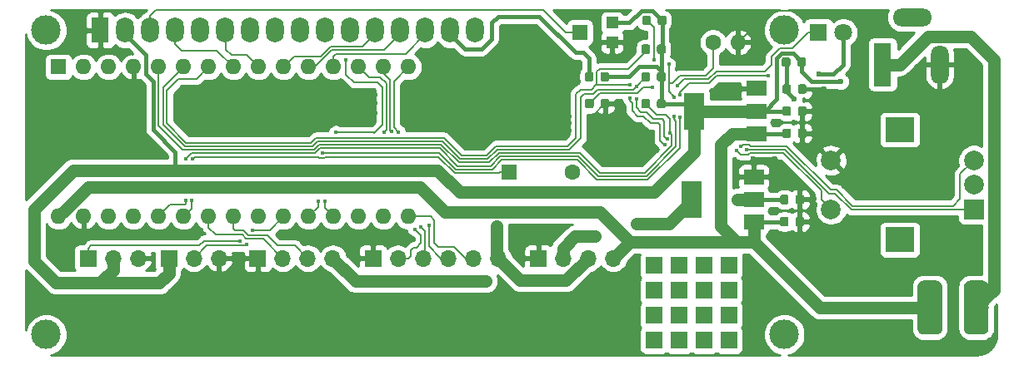
<source format=gbr>
G04 #@! TF.GenerationSoftware,KiCad,Pcbnew,(5.1.4)-1*
G04 #@! TF.CreationDate,2019-11-24T22:27:53-03:30*
G04 #@! TF.ProjectId,Striduino,53747269-6475-4696-9e6f-2e6b69636164,rev?*
G04 #@! TF.SameCoordinates,Original*
G04 #@! TF.FileFunction,Copper,L2,Bot*
G04 #@! TF.FilePolarity,Positive*
%FSLAX46Y46*%
G04 Gerber Fmt 4.6, Leading zero omitted, Abs format (unit mm)*
G04 Created by KiCad (PCBNEW (5.1.4)-1) date 2019-11-24 22:27:53*
%MOMM*%
%LPD*%
G04 APERTURE LIST*
%ADD10R,1.800000X2.600000*%
%ADD11O,1.800000X2.600000*%
%ADD12C,3.000000*%
%ADD13O,4.000000X1.800000*%
%ADD14O,1.800000X4.000000*%
%ADD15R,1.800000X4.400000*%
%ADD16R,1.700000X1.700000*%
%ADD17C,2.000000*%
%ADD18R,3.000000X2.500000*%
%ADD19R,2.000000X2.000000*%
%ADD20C,0.100000*%
%ADD21C,2.500000*%
%ADD22R,1.600000X1.600000*%
%ADD23O,1.600000X1.600000*%
%ADD24C,0.875000*%
%ADD25R,1.800000X1.800000*%
%ADD26C,1.800000*%
%ADD27O,1.700000X1.700000*%
%ADD28R,2.000000X3.800000*%
%ADD29R,2.000000X1.500000*%
%ADD30C,1.600000*%
%ADD31R,1.200000X1.200000*%
%ADD32R,1.500000X1.600000*%
%ADD33C,0.400000*%
%ADD34C,0.600000*%
%ADD35C,1.000000*%
%ADD36C,0.152400*%
%ADD37C,0.406400*%
%ADD38C,1.270000*%
%ADD39C,0.254000*%
G04 APERTURE END LIST*
D10*
X58249100Y-116249300D03*
D11*
X60789100Y-116249300D03*
X63329100Y-116249300D03*
X65869100Y-116249300D03*
X68409100Y-116249300D03*
X70949100Y-116249300D03*
X73489100Y-116249300D03*
X76029100Y-116249300D03*
X78569100Y-116249300D03*
X81109100Y-116249300D03*
X83649100Y-116249300D03*
X86189100Y-116249300D03*
X88729100Y-116249300D03*
X91269100Y-116249300D03*
X93809100Y-116249300D03*
X96349100Y-116249300D03*
D12*
X52750000Y-116249300D03*
X52750000Y-147250000D03*
X127748580Y-147250000D03*
X127749100Y-116249300D03*
D13*
X140750000Y-114950000D03*
D14*
X143550000Y-119750000D03*
D15*
X137750000Y-119750000D03*
D16*
X122120000Y-147820000D03*
X119580000Y-147820000D03*
X117040000Y-147820000D03*
X114500000Y-147820000D03*
X122120000Y-145280000D03*
X119580000Y-145280000D03*
X117040000Y-145280000D03*
X114500000Y-145280000D03*
X122120000Y-142740000D03*
X119580000Y-142740000D03*
X117040000Y-142740000D03*
X114500000Y-142740000D03*
X122120000Y-140200000D03*
X119580000Y-140200000D03*
X117040000Y-140200000D03*
X114500000Y-140200000D03*
D17*
X132500000Y-129500000D03*
X132500000Y-134500000D03*
D18*
X139500000Y-126400000D03*
X139500000Y-137600000D03*
D17*
X147000000Y-129500000D03*
X147000000Y-132000000D03*
D19*
X147000000Y-134500000D03*
D20*
G36*
X147936261Y-141753010D02*
G01*
X147996931Y-141762009D01*
X148056428Y-141776912D01*
X148114177Y-141797575D01*
X148169623Y-141823799D01*
X148222231Y-141855331D01*
X148271496Y-141891868D01*
X148316942Y-141933058D01*
X148358132Y-141978504D01*
X148394669Y-142027769D01*
X148426201Y-142080377D01*
X148452425Y-142135823D01*
X148473088Y-142193572D01*
X148487991Y-142253069D01*
X148496990Y-142313739D01*
X148500000Y-142375000D01*
X148500000Y-146625000D01*
X148496990Y-146686261D01*
X148487991Y-146746931D01*
X148473088Y-146806428D01*
X148452425Y-146864177D01*
X148426201Y-146919623D01*
X148394669Y-146972231D01*
X148358132Y-147021496D01*
X148316942Y-147066942D01*
X148271496Y-147108132D01*
X148222231Y-147144669D01*
X148169623Y-147176201D01*
X148114177Y-147202425D01*
X148056428Y-147223088D01*
X147996931Y-147237991D01*
X147936261Y-147246990D01*
X147875000Y-147250000D01*
X146625000Y-147250000D01*
X146563739Y-147246990D01*
X146503069Y-147237991D01*
X146443572Y-147223088D01*
X146385823Y-147202425D01*
X146330377Y-147176201D01*
X146277769Y-147144669D01*
X146228504Y-147108132D01*
X146183058Y-147066942D01*
X146141868Y-147021496D01*
X146105331Y-146972231D01*
X146073799Y-146919623D01*
X146047575Y-146864177D01*
X146026912Y-146806428D01*
X146012009Y-146746931D01*
X146003010Y-146686261D01*
X146000000Y-146625000D01*
X146000000Y-142375000D01*
X146003010Y-142313739D01*
X146012009Y-142253069D01*
X146026912Y-142193572D01*
X146047575Y-142135823D01*
X146073799Y-142080377D01*
X146105331Y-142027769D01*
X146141868Y-141978504D01*
X146183058Y-141933058D01*
X146228504Y-141891868D01*
X146277769Y-141855331D01*
X146330377Y-141823799D01*
X146385823Y-141797575D01*
X146443572Y-141776912D01*
X146503069Y-141762009D01*
X146563739Y-141753010D01*
X146625000Y-141750000D01*
X147875000Y-141750000D01*
X147936261Y-141753010D01*
X147936261Y-141753010D01*
G37*
D21*
X147250000Y-144500000D03*
D20*
G36*
X143236261Y-141753010D02*
G01*
X143296931Y-141762009D01*
X143356428Y-141776912D01*
X143414177Y-141797575D01*
X143469623Y-141823799D01*
X143522231Y-141855331D01*
X143571496Y-141891868D01*
X143616942Y-141933058D01*
X143658132Y-141978504D01*
X143694669Y-142027769D01*
X143726201Y-142080377D01*
X143752425Y-142135823D01*
X143773088Y-142193572D01*
X143787991Y-142253069D01*
X143796990Y-142313739D01*
X143800000Y-142375000D01*
X143800000Y-146625000D01*
X143796990Y-146686261D01*
X143787991Y-146746931D01*
X143773088Y-146806428D01*
X143752425Y-146864177D01*
X143726201Y-146919623D01*
X143694669Y-146972231D01*
X143658132Y-147021496D01*
X143616942Y-147066942D01*
X143571496Y-147108132D01*
X143522231Y-147144669D01*
X143469623Y-147176201D01*
X143414177Y-147202425D01*
X143356428Y-147223088D01*
X143296931Y-147237991D01*
X143236261Y-147246990D01*
X143175000Y-147250000D01*
X141925000Y-147250000D01*
X141863739Y-147246990D01*
X141803069Y-147237991D01*
X141743572Y-147223088D01*
X141685823Y-147202425D01*
X141630377Y-147176201D01*
X141577769Y-147144669D01*
X141528504Y-147108132D01*
X141483058Y-147066942D01*
X141441868Y-147021496D01*
X141405331Y-146972231D01*
X141373799Y-146919623D01*
X141347575Y-146864177D01*
X141326912Y-146806428D01*
X141312009Y-146746931D01*
X141303010Y-146686261D01*
X141300000Y-146625000D01*
X141300000Y-142375000D01*
X141303010Y-142313739D01*
X141312009Y-142253069D01*
X141326912Y-142193572D01*
X141347575Y-142135823D01*
X141373799Y-142080377D01*
X141405331Y-142027769D01*
X141441868Y-141978504D01*
X141483058Y-141933058D01*
X141528504Y-141891868D01*
X141577769Y-141855331D01*
X141630377Y-141823799D01*
X141685823Y-141797575D01*
X141743572Y-141776912D01*
X141803069Y-141762009D01*
X141863739Y-141753010D01*
X141925000Y-141750000D01*
X143175000Y-141750000D01*
X143236261Y-141753010D01*
X143236261Y-141753010D01*
G37*
D21*
X142550000Y-144500000D03*
D22*
X54000000Y-120000000D03*
D23*
X87020000Y-135240000D03*
X56540000Y-120000000D03*
X84480000Y-135240000D03*
X59080000Y-120000000D03*
X81940000Y-135240000D03*
X61620000Y-120000000D03*
X79400000Y-135240000D03*
X64160000Y-120000000D03*
X76860000Y-135240000D03*
X66700000Y-120000000D03*
X74320000Y-135240000D03*
X69240000Y-120000000D03*
X71780000Y-135240000D03*
X71780000Y-120000000D03*
X69240000Y-135240000D03*
X74320000Y-120000000D03*
X66700000Y-135240000D03*
X76860000Y-120000000D03*
X64160000Y-135240000D03*
X79400000Y-120000000D03*
X61620000Y-135240000D03*
X81940000Y-120000000D03*
X59080000Y-135240000D03*
X84480000Y-120000000D03*
X56540000Y-135240000D03*
X87020000Y-120000000D03*
X54000000Y-135240000D03*
X89560000Y-120000000D03*
X89560000Y-135240000D03*
D20*
G36*
X129565191Y-135276053D02*
G01*
X129586426Y-135279203D01*
X129607250Y-135284419D01*
X129627462Y-135291651D01*
X129646868Y-135300830D01*
X129665281Y-135311866D01*
X129682524Y-135324654D01*
X129698430Y-135339070D01*
X129712846Y-135354976D01*
X129725634Y-135372219D01*
X129736670Y-135390632D01*
X129745849Y-135410038D01*
X129753081Y-135430250D01*
X129758297Y-135451074D01*
X129761447Y-135472309D01*
X129762500Y-135493750D01*
X129762500Y-136006250D01*
X129761447Y-136027691D01*
X129758297Y-136048926D01*
X129753081Y-136069750D01*
X129745849Y-136089962D01*
X129736670Y-136109368D01*
X129725634Y-136127781D01*
X129712846Y-136145024D01*
X129698430Y-136160930D01*
X129682524Y-136175346D01*
X129665281Y-136188134D01*
X129646868Y-136199170D01*
X129627462Y-136208349D01*
X129607250Y-136215581D01*
X129586426Y-136220797D01*
X129565191Y-136223947D01*
X129543750Y-136225000D01*
X129106250Y-136225000D01*
X129084809Y-136223947D01*
X129063574Y-136220797D01*
X129042750Y-136215581D01*
X129022538Y-136208349D01*
X129003132Y-136199170D01*
X128984719Y-136188134D01*
X128967476Y-136175346D01*
X128951570Y-136160930D01*
X128937154Y-136145024D01*
X128924366Y-136127781D01*
X128913330Y-136109368D01*
X128904151Y-136089962D01*
X128896919Y-136069750D01*
X128891703Y-136048926D01*
X128888553Y-136027691D01*
X128887500Y-136006250D01*
X128887500Y-135493750D01*
X128888553Y-135472309D01*
X128891703Y-135451074D01*
X128896919Y-135430250D01*
X128904151Y-135410038D01*
X128913330Y-135390632D01*
X128924366Y-135372219D01*
X128937154Y-135354976D01*
X128951570Y-135339070D01*
X128967476Y-135324654D01*
X128984719Y-135311866D01*
X129003132Y-135300830D01*
X129022538Y-135291651D01*
X129042750Y-135284419D01*
X129063574Y-135279203D01*
X129084809Y-135276053D01*
X129106250Y-135275000D01*
X129543750Y-135275000D01*
X129565191Y-135276053D01*
X129565191Y-135276053D01*
G37*
D24*
X129325000Y-135750000D03*
D20*
G36*
X127990191Y-135276053D02*
G01*
X128011426Y-135279203D01*
X128032250Y-135284419D01*
X128052462Y-135291651D01*
X128071868Y-135300830D01*
X128090281Y-135311866D01*
X128107524Y-135324654D01*
X128123430Y-135339070D01*
X128137846Y-135354976D01*
X128150634Y-135372219D01*
X128161670Y-135390632D01*
X128170849Y-135410038D01*
X128178081Y-135430250D01*
X128183297Y-135451074D01*
X128186447Y-135472309D01*
X128187500Y-135493750D01*
X128187500Y-136006250D01*
X128186447Y-136027691D01*
X128183297Y-136048926D01*
X128178081Y-136069750D01*
X128170849Y-136089962D01*
X128161670Y-136109368D01*
X128150634Y-136127781D01*
X128137846Y-136145024D01*
X128123430Y-136160930D01*
X128107524Y-136175346D01*
X128090281Y-136188134D01*
X128071868Y-136199170D01*
X128052462Y-136208349D01*
X128032250Y-136215581D01*
X128011426Y-136220797D01*
X127990191Y-136223947D01*
X127968750Y-136225000D01*
X127531250Y-136225000D01*
X127509809Y-136223947D01*
X127488574Y-136220797D01*
X127467750Y-136215581D01*
X127447538Y-136208349D01*
X127428132Y-136199170D01*
X127409719Y-136188134D01*
X127392476Y-136175346D01*
X127376570Y-136160930D01*
X127362154Y-136145024D01*
X127349366Y-136127781D01*
X127338330Y-136109368D01*
X127329151Y-136089962D01*
X127321919Y-136069750D01*
X127316703Y-136048926D01*
X127313553Y-136027691D01*
X127312500Y-136006250D01*
X127312500Y-135493750D01*
X127313553Y-135472309D01*
X127316703Y-135451074D01*
X127321919Y-135430250D01*
X127329151Y-135410038D01*
X127338330Y-135390632D01*
X127349366Y-135372219D01*
X127362154Y-135354976D01*
X127376570Y-135339070D01*
X127392476Y-135324654D01*
X127409719Y-135311866D01*
X127428132Y-135300830D01*
X127447538Y-135291651D01*
X127467750Y-135284419D01*
X127488574Y-135279203D01*
X127509809Y-135276053D01*
X127531250Y-135275000D01*
X127968750Y-135275000D01*
X127990191Y-135276053D01*
X127990191Y-135276053D01*
G37*
D24*
X127750000Y-135750000D03*
D20*
G36*
X128240191Y-126276053D02*
G01*
X128261426Y-126279203D01*
X128282250Y-126284419D01*
X128302462Y-126291651D01*
X128321868Y-126300830D01*
X128340281Y-126311866D01*
X128357524Y-126324654D01*
X128373430Y-126339070D01*
X128387846Y-126354976D01*
X128400634Y-126372219D01*
X128411670Y-126390632D01*
X128420849Y-126410038D01*
X128428081Y-126430250D01*
X128433297Y-126451074D01*
X128436447Y-126472309D01*
X128437500Y-126493750D01*
X128437500Y-127006250D01*
X128436447Y-127027691D01*
X128433297Y-127048926D01*
X128428081Y-127069750D01*
X128420849Y-127089962D01*
X128411670Y-127109368D01*
X128400634Y-127127781D01*
X128387846Y-127145024D01*
X128373430Y-127160930D01*
X128357524Y-127175346D01*
X128340281Y-127188134D01*
X128321868Y-127199170D01*
X128302462Y-127208349D01*
X128282250Y-127215581D01*
X128261426Y-127220797D01*
X128240191Y-127223947D01*
X128218750Y-127225000D01*
X127781250Y-127225000D01*
X127759809Y-127223947D01*
X127738574Y-127220797D01*
X127717750Y-127215581D01*
X127697538Y-127208349D01*
X127678132Y-127199170D01*
X127659719Y-127188134D01*
X127642476Y-127175346D01*
X127626570Y-127160930D01*
X127612154Y-127145024D01*
X127599366Y-127127781D01*
X127588330Y-127109368D01*
X127579151Y-127089962D01*
X127571919Y-127069750D01*
X127566703Y-127048926D01*
X127563553Y-127027691D01*
X127562500Y-127006250D01*
X127562500Y-126493750D01*
X127563553Y-126472309D01*
X127566703Y-126451074D01*
X127571919Y-126430250D01*
X127579151Y-126410038D01*
X127588330Y-126390632D01*
X127599366Y-126372219D01*
X127612154Y-126354976D01*
X127626570Y-126339070D01*
X127642476Y-126324654D01*
X127659719Y-126311866D01*
X127678132Y-126300830D01*
X127697538Y-126291651D01*
X127717750Y-126284419D01*
X127738574Y-126279203D01*
X127759809Y-126276053D01*
X127781250Y-126275000D01*
X128218750Y-126275000D01*
X128240191Y-126276053D01*
X128240191Y-126276053D01*
G37*
D24*
X128000000Y-126750000D03*
D20*
G36*
X129815191Y-126276053D02*
G01*
X129836426Y-126279203D01*
X129857250Y-126284419D01*
X129877462Y-126291651D01*
X129896868Y-126300830D01*
X129915281Y-126311866D01*
X129932524Y-126324654D01*
X129948430Y-126339070D01*
X129962846Y-126354976D01*
X129975634Y-126372219D01*
X129986670Y-126390632D01*
X129995849Y-126410038D01*
X130003081Y-126430250D01*
X130008297Y-126451074D01*
X130011447Y-126472309D01*
X130012500Y-126493750D01*
X130012500Y-127006250D01*
X130011447Y-127027691D01*
X130008297Y-127048926D01*
X130003081Y-127069750D01*
X129995849Y-127089962D01*
X129986670Y-127109368D01*
X129975634Y-127127781D01*
X129962846Y-127145024D01*
X129948430Y-127160930D01*
X129932524Y-127175346D01*
X129915281Y-127188134D01*
X129896868Y-127199170D01*
X129877462Y-127208349D01*
X129857250Y-127215581D01*
X129836426Y-127220797D01*
X129815191Y-127223947D01*
X129793750Y-127225000D01*
X129356250Y-127225000D01*
X129334809Y-127223947D01*
X129313574Y-127220797D01*
X129292750Y-127215581D01*
X129272538Y-127208349D01*
X129253132Y-127199170D01*
X129234719Y-127188134D01*
X129217476Y-127175346D01*
X129201570Y-127160930D01*
X129187154Y-127145024D01*
X129174366Y-127127781D01*
X129163330Y-127109368D01*
X129154151Y-127089962D01*
X129146919Y-127069750D01*
X129141703Y-127048926D01*
X129138553Y-127027691D01*
X129137500Y-127006250D01*
X129137500Y-126493750D01*
X129138553Y-126472309D01*
X129141703Y-126451074D01*
X129146919Y-126430250D01*
X129154151Y-126410038D01*
X129163330Y-126390632D01*
X129174366Y-126372219D01*
X129187154Y-126354976D01*
X129201570Y-126339070D01*
X129217476Y-126324654D01*
X129234719Y-126311866D01*
X129253132Y-126300830D01*
X129272538Y-126291651D01*
X129292750Y-126284419D01*
X129313574Y-126279203D01*
X129334809Y-126276053D01*
X129356250Y-126275000D01*
X129793750Y-126275000D01*
X129815191Y-126276053D01*
X129815191Y-126276053D01*
G37*
D24*
X129575000Y-126750000D03*
D20*
G36*
X127990191Y-133026053D02*
G01*
X128011426Y-133029203D01*
X128032250Y-133034419D01*
X128052462Y-133041651D01*
X128071868Y-133050830D01*
X128090281Y-133061866D01*
X128107524Y-133074654D01*
X128123430Y-133089070D01*
X128137846Y-133104976D01*
X128150634Y-133122219D01*
X128161670Y-133140632D01*
X128170849Y-133160038D01*
X128178081Y-133180250D01*
X128183297Y-133201074D01*
X128186447Y-133222309D01*
X128187500Y-133243750D01*
X128187500Y-133756250D01*
X128186447Y-133777691D01*
X128183297Y-133798926D01*
X128178081Y-133819750D01*
X128170849Y-133839962D01*
X128161670Y-133859368D01*
X128150634Y-133877781D01*
X128137846Y-133895024D01*
X128123430Y-133910930D01*
X128107524Y-133925346D01*
X128090281Y-133938134D01*
X128071868Y-133949170D01*
X128052462Y-133958349D01*
X128032250Y-133965581D01*
X128011426Y-133970797D01*
X127990191Y-133973947D01*
X127968750Y-133975000D01*
X127531250Y-133975000D01*
X127509809Y-133973947D01*
X127488574Y-133970797D01*
X127467750Y-133965581D01*
X127447538Y-133958349D01*
X127428132Y-133949170D01*
X127409719Y-133938134D01*
X127392476Y-133925346D01*
X127376570Y-133910930D01*
X127362154Y-133895024D01*
X127349366Y-133877781D01*
X127338330Y-133859368D01*
X127329151Y-133839962D01*
X127321919Y-133819750D01*
X127316703Y-133798926D01*
X127313553Y-133777691D01*
X127312500Y-133756250D01*
X127312500Y-133243750D01*
X127313553Y-133222309D01*
X127316703Y-133201074D01*
X127321919Y-133180250D01*
X127329151Y-133160038D01*
X127338330Y-133140632D01*
X127349366Y-133122219D01*
X127362154Y-133104976D01*
X127376570Y-133089070D01*
X127392476Y-133074654D01*
X127409719Y-133061866D01*
X127428132Y-133050830D01*
X127447538Y-133041651D01*
X127467750Y-133034419D01*
X127488574Y-133029203D01*
X127509809Y-133026053D01*
X127531250Y-133025000D01*
X127968750Y-133025000D01*
X127990191Y-133026053D01*
X127990191Y-133026053D01*
G37*
D24*
X127750000Y-133500000D03*
D20*
G36*
X129565191Y-133026053D02*
G01*
X129586426Y-133029203D01*
X129607250Y-133034419D01*
X129627462Y-133041651D01*
X129646868Y-133050830D01*
X129665281Y-133061866D01*
X129682524Y-133074654D01*
X129698430Y-133089070D01*
X129712846Y-133104976D01*
X129725634Y-133122219D01*
X129736670Y-133140632D01*
X129745849Y-133160038D01*
X129753081Y-133180250D01*
X129758297Y-133201074D01*
X129761447Y-133222309D01*
X129762500Y-133243750D01*
X129762500Y-133756250D01*
X129761447Y-133777691D01*
X129758297Y-133798926D01*
X129753081Y-133819750D01*
X129745849Y-133839962D01*
X129736670Y-133859368D01*
X129725634Y-133877781D01*
X129712846Y-133895024D01*
X129698430Y-133910930D01*
X129682524Y-133925346D01*
X129665281Y-133938134D01*
X129646868Y-133949170D01*
X129627462Y-133958349D01*
X129607250Y-133965581D01*
X129586426Y-133970797D01*
X129565191Y-133973947D01*
X129543750Y-133975000D01*
X129106250Y-133975000D01*
X129084809Y-133973947D01*
X129063574Y-133970797D01*
X129042750Y-133965581D01*
X129022538Y-133958349D01*
X129003132Y-133949170D01*
X128984719Y-133938134D01*
X128967476Y-133925346D01*
X128951570Y-133910930D01*
X128937154Y-133895024D01*
X128924366Y-133877781D01*
X128913330Y-133859368D01*
X128904151Y-133839962D01*
X128896919Y-133819750D01*
X128891703Y-133798926D01*
X128888553Y-133777691D01*
X128887500Y-133756250D01*
X128887500Y-133243750D01*
X128888553Y-133222309D01*
X128891703Y-133201074D01*
X128896919Y-133180250D01*
X128904151Y-133160038D01*
X128913330Y-133140632D01*
X128924366Y-133122219D01*
X128937154Y-133104976D01*
X128951570Y-133089070D01*
X128967476Y-133074654D01*
X128984719Y-133061866D01*
X129003132Y-133050830D01*
X129022538Y-133041651D01*
X129042750Y-133034419D01*
X129063574Y-133029203D01*
X129084809Y-133026053D01*
X129106250Y-133025000D01*
X129543750Y-133025000D01*
X129565191Y-133026053D01*
X129565191Y-133026053D01*
G37*
D24*
X129325000Y-133500000D03*
D20*
G36*
X128240191Y-124026053D02*
G01*
X128261426Y-124029203D01*
X128282250Y-124034419D01*
X128302462Y-124041651D01*
X128321868Y-124050830D01*
X128340281Y-124061866D01*
X128357524Y-124074654D01*
X128373430Y-124089070D01*
X128387846Y-124104976D01*
X128400634Y-124122219D01*
X128411670Y-124140632D01*
X128420849Y-124160038D01*
X128428081Y-124180250D01*
X128433297Y-124201074D01*
X128436447Y-124222309D01*
X128437500Y-124243750D01*
X128437500Y-124756250D01*
X128436447Y-124777691D01*
X128433297Y-124798926D01*
X128428081Y-124819750D01*
X128420849Y-124839962D01*
X128411670Y-124859368D01*
X128400634Y-124877781D01*
X128387846Y-124895024D01*
X128373430Y-124910930D01*
X128357524Y-124925346D01*
X128340281Y-124938134D01*
X128321868Y-124949170D01*
X128302462Y-124958349D01*
X128282250Y-124965581D01*
X128261426Y-124970797D01*
X128240191Y-124973947D01*
X128218750Y-124975000D01*
X127781250Y-124975000D01*
X127759809Y-124973947D01*
X127738574Y-124970797D01*
X127717750Y-124965581D01*
X127697538Y-124958349D01*
X127678132Y-124949170D01*
X127659719Y-124938134D01*
X127642476Y-124925346D01*
X127626570Y-124910930D01*
X127612154Y-124895024D01*
X127599366Y-124877781D01*
X127588330Y-124859368D01*
X127579151Y-124839962D01*
X127571919Y-124819750D01*
X127566703Y-124798926D01*
X127563553Y-124777691D01*
X127562500Y-124756250D01*
X127562500Y-124243750D01*
X127563553Y-124222309D01*
X127566703Y-124201074D01*
X127571919Y-124180250D01*
X127579151Y-124160038D01*
X127588330Y-124140632D01*
X127599366Y-124122219D01*
X127612154Y-124104976D01*
X127626570Y-124089070D01*
X127642476Y-124074654D01*
X127659719Y-124061866D01*
X127678132Y-124050830D01*
X127697538Y-124041651D01*
X127717750Y-124034419D01*
X127738574Y-124029203D01*
X127759809Y-124026053D01*
X127781250Y-124025000D01*
X128218750Y-124025000D01*
X128240191Y-124026053D01*
X128240191Y-124026053D01*
G37*
D24*
X128000000Y-124500000D03*
D20*
G36*
X129815191Y-124026053D02*
G01*
X129836426Y-124029203D01*
X129857250Y-124034419D01*
X129877462Y-124041651D01*
X129896868Y-124050830D01*
X129915281Y-124061866D01*
X129932524Y-124074654D01*
X129948430Y-124089070D01*
X129962846Y-124104976D01*
X129975634Y-124122219D01*
X129986670Y-124140632D01*
X129995849Y-124160038D01*
X130003081Y-124180250D01*
X130008297Y-124201074D01*
X130011447Y-124222309D01*
X130012500Y-124243750D01*
X130012500Y-124756250D01*
X130011447Y-124777691D01*
X130008297Y-124798926D01*
X130003081Y-124819750D01*
X129995849Y-124839962D01*
X129986670Y-124859368D01*
X129975634Y-124877781D01*
X129962846Y-124895024D01*
X129948430Y-124910930D01*
X129932524Y-124925346D01*
X129915281Y-124938134D01*
X129896868Y-124949170D01*
X129877462Y-124958349D01*
X129857250Y-124965581D01*
X129836426Y-124970797D01*
X129815191Y-124973947D01*
X129793750Y-124975000D01*
X129356250Y-124975000D01*
X129334809Y-124973947D01*
X129313574Y-124970797D01*
X129292750Y-124965581D01*
X129272538Y-124958349D01*
X129253132Y-124949170D01*
X129234719Y-124938134D01*
X129217476Y-124925346D01*
X129201570Y-124910930D01*
X129187154Y-124895024D01*
X129174366Y-124877781D01*
X129163330Y-124859368D01*
X129154151Y-124839962D01*
X129146919Y-124819750D01*
X129141703Y-124798926D01*
X129138553Y-124777691D01*
X129137500Y-124756250D01*
X129137500Y-124243750D01*
X129138553Y-124222309D01*
X129141703Y-124201074D01*
X129146919Y-124180250D01*
X129154151Y-124160038D01*
X129163330Y-124140632D01*
X129174366Y-124122219D01*
X129187154Y-124104976D01*
X129201570Y-124089070D01*
X129217476Y-124074654D01*
X129234719Y-124061866D01*
X129253132Y-124050830D01*
X129272538Y-124041651D01*
X129292750Y-124034419D01*
X129313574Y-124029203D01*
X129334809Y-124026053D01*
X129356250Y-124025000D01*
X129793750Y-124025000D01*
X129815191Y-124026053D01*
X129815191Y-124026053D01*
G37*
D24*
X129575000Y-124500000D03*
D20*
G36*
X129815192Y-121776053D02*
G01*
X129836427Y-121779203D01*
X129857251Y-121784419D01*
X129877463Y-121791651D01*
X129896869Y-121800830D01*
X129915282Y-121811866D01*
X129932525Y-121824654D01*
X129948431Y-121839070D01*
X129962847Y-121854976D01*
X129975635Y-121872219D01*
X129986671Y-121890632D01*
X129995850Y-121910038D01*
X130003082Y-121930250D01*
X130008298Y-121951074D01*
X130011448Y-121972309D01*
X130012501Y-121993750D01*
X130012501Y-122506250D01*
X130011448Y-122527691D01*
X130008298Y-122548926D01*
X130003082Y-122569750D01*
X129995850Y-122589962D01*
X129986671Y-122609368D01*
X129975635Y-122627781D01*
X129962847Y-122645024D01*
X129948431Y-122660930D01*
X129932525Y-122675346D01*
X129915282Y-122688134D01*
X129896869Y-122699170D01*
X129877463Y-122708349D01*
X129857251Y-122715581D01*
X129836427Y-122720797D01*
X129815192Y-122723947D01*
X129793751Y-122725000D01*
X129356251Y-122725000D01*
X129334810Y-122723947D01*
X129313575Y-122720797D01*
X129292751Y-122715581D01*
X129272539Y-122708349D01*
X129253133Y-122699170D01*
X129234720Y-122688134D01*
X129217477Y-122675346D01*
X129201571Y-122660930D01*
X129187155Y-122645024D01*
X129174367Y-122627781D01*
X129163331Y-122609368D01*
X129154152Y-122589962D01*
X129146920Y-122569750D01*
X129141704Y-122548926D01*
X129138554Y-122527691D01*
X129137501Y-122506250D01*
X129137501Y-121993750D01*
X129138554Y-121972309D01*
X129141704Y-121951074D01*
X129146920Y-121930250D01*
X129154152Y-121910038D01*
X129163331Y-121890632D01*
X129174367Y-121872219D01*
X129187155Y-121854976D01*
X129201571Y-121839070D01*
X129217477Y-121824654D01*
X129234720Y-121811866D01*
X129253133Y-121800830D01*
X129272539Y-121791651D01*
X129292751Y-121784419D01*
X129313575Y-121779203D01*
X129334810Y-121776053D01*
X129356251Y-121775000D01*
X129793751Y-121775000D01*
X129815192Y-121776053D01*
X129815192Y-121776053D01*
G37*
D24*
X129575001Y-122250000D03*
D20*
G36*
X128240192Y-121776053D02*
G01*
X128261427Y-121779203D01*
X128282251Y-121784419D01*
X128302463Y-121791651D01*
X128321869Y-121800830D01*
X128340282Y-121811866D01*
X128357525Y-121824654D01*
X128373431Y-121839070D01*
X128387847Y-121854976D01*
X128400635Y-121872219D01*
X128411671Y-121890632D01*
X128420850Y-121910038D01*
X128428082Y-121930250D01*
X128433298Y-121951074D01*
X128436448Y-121972309D01*
X128437501Y-121993750D01*
X128437501Y-122506250D01*
X128436448Y-122527691D01*
X128433298Y-122548926D01*
X128428082Y-122569750D01*
X128420850Y-122589962D01*
X128411671Y-122609368D01*
X128400635Y-122627781D01*
X128387847Y-122645024D01*
X128373431Y-122660930D01*
X128357525Y-122675346D01*
X128340282Y-122688134D01*
X128321869Y-122699170D01*
X128302463Y-122708349D01*
X128282251Y-122715581D01*
X128261427Y-122720797D01*
X128240192Y-122723947D01*
X128218751Y-122725000D01*
X127781251Y-122725000D01*
X127759810Y-122723947D01*
X127738575Y-122720797D01*
X127717751Y-122715581D01*
X127697539Y-122708349D01*
X127678133Y-122699170D01*
X127659720Y-122688134D01*
X127642477Y-122675346D01*
X127626571Y-122660930D01*
X127612155Y-122645024D01*
X127599367Y-122627781D01*
X127588331Y-122609368D01*
X127579152Y-122589962D01*
X127571920Y-122569750D01*
X127566704Y-122548926D01*
X127563554Y-122527691D01*
X127562501Y-122506250D01*
X127562501Y-121993750D01*
X127563554Y-121972309D01*
X127566704Y-121951074D01*
X127571920Y-121930250D01*
X127579152Y-121910038D01*
X127588331Y-121890632D01*
X127599367Y-121872219D01*
X127612155Y-121854976D01*
X127626571Y-121839070D01*
X127642477Y-121824654D01*
X127659720Y-121811866D01*
X127678133Y-121800830D01*
X127697539Y-121791651D01*
X127717751Y-121784419D01*
X127738575Y-121779203D01*
X127759810Y-121776053D01*
X127781251Y-121775000D01*
X128218751Y-121775000D01*
X128240192Y-121776053D01*
X128240192Y-121776053D01*
G37*
D24*
X128000001Y-122250000D03*
D25*
X131210000Y-116500000D03*
D26*
X133750000Y-116500000D03*
D16*
X57000000Y-139500000D03*
D27*
X59540000Y-139500000D03*
X62080000Y-139500000D03*
X70290000Y-139500000D03*
X67750000Y-139500000D03*
D16*
X65210000Y-139500000D03*
D20*
G36*
X115565192Y-114776053D02*
G01*
X115586427Y-114779203D01*
X115607251Y-114784419D01*
X115627463Y-114791651D01*
X115646869Y-114800830D01*
X115665282Y-114811866D01*
X115682525Y-114824654D01*
X115698431Y-114839070D01*
X115712847Y-114854976D01*
X115725635Y-114872219D01*
X115736671Y-114890632D01*
X115745850Y-114910038D01*
X115753082Y-114930250D01*
X115758298Y-114951074D01*
X115761448Y-114972309D01*
X115762501Y-114993750D01*
X115762501Y-115506250D01*
X115761448Y-115527691D01*
X115758298Y-115548926D01*
X115753082Y-115569750D01*
X115745850Y-115589962D01*
X115736671Y-115609368D01*
X115725635Y-115627781D01*
X115712847Y-115645024D01*
X115698431Y-115660930D01*
X115682525Y-115675346D01*
X115665282Y-115688134D01*
X115646869Y-115699170D01*
X115627463Y-115708349D01*
X115607251Y-115715581D01*
X115586427Y-115720797D01*
X115565192Y-115723947D01*
X115543751Y-115725000D01*
X115106251Y-115725000D01*
X115084810Y-115723947D01*
X115063575Y-115720797D01*
X115042751Y-115715581D01*
X115022539Y-115708349D01*
X115003133Y-115699170D01*
X114984720Y-115688134D01*
X114967477Y-115675346D01*
X114951571Y-115660930D01*
X114937155Y-115645024D01*
X114924367Y-115627781D01*
X114913331Y-115609368D01*
X114904152Y-115589962D01*
X114896920Y-115569750D01*
X114891704Y-115548926D01*
X114888554Y-115527691D01*
X114887501Y-115506250D01*
X114887501Y-114993750D01*
X114888554Y-114972309D01*
X114891704Y-114951074D01*
X114896920Y-114930250D01*
X114904152Y-114910038D01*
X114913331Y-114890632D01*
X114924367Y-114872219D01*
X114937155Y-114854976D01*
X114951571Y-114839070D01*
X114967477Y-114824654D01*
X114984720Y-114811866D01*
X115003133Y-114800830D01*
X115022539Y-114791651D01*
X115042751Y-114784419D01*
X115063575Y-114779203D01*
X115084810Y-114776053D01*
X115106251Y-114775000D01*
X115543751Y-114775000D01*
X115565192Y-114776053D01*
X115565192Y-114776053D01*
G37*
D24*
X115325001Y-115250000D03*
D20*
G36*
X113990192Y-114776053D02*
G01*
X114011427Y-114779203D01*
X114032251Y-114784419D01*
X114052463Y-114791651D01*
X114071869Y-114800830D01*
X114090282Y-114811866D01*
X114107525Y-114824654D01*
X114123431Y-114839070D01*
X114137847Y-114854976D01*
X114150635Y-114872219D01*
X114161671Y-114890632D01*
X114170850Y-114910038D01*
X114178082Y-114930250D01*
X114183298Y-114951074D01*
X114186448Y-114972309D01*
X114187501Y-114993750D01*
X114187501Y-115506250D01*
X114186448Y-115527691D01*
X114183298Y-115548926D01*
X114178082Y-115569750D01*
X114170850Y-115589962D01*
X114161671Y-115609368D01*
X114150635Y-115627781D01*
X114137847Y-115645024D01*
X114123431Y-115660930D01*
X114107525Y-115675346D01*
X114090282Y-115688134D01*
X114071869Y-115699170D01*
X114052463Y-115708349D01*
X114032251Y-115715581D01*
X114011427Y-115720797D01*
X113990192Y-115723947D01*
X113968751Y-115725000D01*
X113531251Y-115725000D01*
X113509810Y-115723947D01*
X113488575Y-115720797D01*
X113467751Y-115715581D01*
X113447539Y-115708349D01*
X113428133Y-115699170D01*
X113409720Y-115688134D01*
X113392477Y-115675346D01*
X113376571Y-115660930D01*
X113362155Y-115645024D01*
X113349367Y-115627781D01*
X113338331Y-115609368D01*
X113329152Y-115589962D01*
X113321920Y-115569750D01*
X113316704Y-115548926D01*
X113313554Y-115527691D01*
X113312501Y-115506250D01*
X113312501Y-114993750D01*
X113313554Y-114972309D01*
X113316704Y-114951074D01*
X113321920Y-114930250D01*
X113329152Y-114910038D01*
X113338331Y-114890632D01*
X113349367Y-114872219D01*
X113362155Y-114854976D01*
X113376571Y-114839070D01*
X113392477Y-114824654D01*
X113409720Y-114811866D01*
X113428133Y-114800830D01*
X113447539Y-114791651D01*
X113467751Y-114784419D01*
X113488575Y-114779203D01*
X113509810Y-114776053D01*
X113531251Y-114775000D01*
X113968751Y-114775000D01*
X113990192Y-114776053D01*
X113990192Y-114776053D01*
G37*
D24*
X113750001Y-115250000D03*
D20*
G36*
X113915191Y-120526052D02*
G01*
X113936426Y-120529202D01*
X113957250Y-120534418D01*
X113977462Y-120541650D01*
X113996868Y-120550829D01*
X114015281Y-120561865D01*
X114032524Y-120574653D01*
X114048430Y-120589069D01*
X114062846Y-120604975D01*
X114075634Y-120622218D01*
X114086670Y-120640631D01*
X114095849Y-120660037D01*
X114103081Y-120680249D01*
X114108297Y-120701073D01*
X114111447Y-120722308D01*
X114112500Y-120743749D01*
X114112500Y-121256249D01*
X114111447Y-121277690D01*
X114108297Y-121298925D01*
X114103081Y-121319749D01*
X114095849Y-121339961D01*
X114086670Y-121359367D01*
X114075634Y-121377780D01*
X114062846Y-121395023D01*
X114048430Y-121410929D01*
X114032524Y-121425345D01*
X114015281Y-121438133D01*
X113996868Y-121449169D01*
X113977462Y-121458348D01*
X113957250Y-121465580D01*
X113936426Y-121470796D01*
X113915191Y-121473946D01*
X113893750Y-121474999D01*
X113456250Y-121474999D01*
X113434809Y-121473946D01*
X113413574Y-121470796D01*
X113392750Y-121465580D01*
X113372538Y-121458348D01*
X113353132Y-121449169D01*
X113334719Y-121438133D01*
X113317476Y-121425345D01*
X113301570Y-121410929D01*
X113287154Y-121395023D01*
X113274366Y-121377780D01*
X113263330Y-121359367D01*
X113254151Y-121339961D01*
X113246919Y-121319749D01*
X113241703Y-121298925D01*
X113238553Y-121277690D01*
X113237500Y-121256249D01*
X113237500Y-120743749D01*
X113238553Y-120722308D01*
X113241703Y-120701073D01*
X113246919Y-120680249D01*
X113254151Y-120660037D01*
X113263330Y-120640631D01*
X113274366Y-120622218D01*
X113287154Y-120604975D01*
X113301570Y-120589069D01*
X113317476Y-120574653D01*
X113334719Y-120561865D01*
X113353132Y-120550829D01*
X113372538Y-120541650D01*
X113392750Y-120534418D01*
X113413574Y-120529202D01*
X113434809Y-120526052D01*
X113456250Y-120524999D01*
X113893750Y-120524999D01*
X113915191Y-120526052D01*
X113915191Y-120526052D01*
G37*
D24*
X113675000Y-120999999D03*
D20*
G36*
X115490191Y-120526052D02*
G01*
X115511426Y-120529202D01*
X115532250Y-120534418D01*
X115552462Y-120541650D01*
X115571868Y-120550829D01*
X115590281Y-120561865D01*
X115607524Y-120574653D01*
X115623430Y-120589069D01*
X115637846Y-120604975D01*
X115650634Y-120622218D01*
X115661670Y-120640631D01*
X115670849Y-120660037D01*
X115678081Y-120680249D01*
X115683297Y-120701073D01*
X115686447Y-120722308D01*
X115687500Y-120743749D01*
X115687500Y-121256249D01*
X115686447Y-121277690D01*
X115683297Y-121298925D01*
X115678081Y-121319749D01*
X115670849Y-121339961D01*
X115661670Y-121359367D01*
X115650634Y-121377780D01*
X115637846Y-121395023D01*
X115623430Y-121410929D01*
X115607524Y-121425345D01*
X115590281Y-121438133D01*
X115571868Y-121449169D01*
X115552462Y-121458348D01*
X115532250Y-121465580D01*
X115511426Y-121470796D01*
X115490191Y-121473946D01*
X115468750Y-121474999D01*
X115031250Y-121474999D01*
X115009809Y-121473946D01*
X114988574Y-121470796D01*
X114967750Y-121465580D01*
X114947538Y-121458348D01*
X114928132Y-121449169D01*
X114909719Y-121438133D01*
X114892476Y-121425345D01*
X114876570Y-121410929D01*
X114862154Y-121395023D01*
X114849366Y-121377780D01*
X114838330Y-121359367D01*
X114829151Y-121339961D01*
X114821919Y-121319749D01*
X114816703Y-121298925D01*
X114813553Y-121277690D01*
X114812500Y-121256249D01*
X114812500Y-120743749D01*
X114813553Y-120722308D01*
X114816703Y-120701073D01*
X114821919Y-120680249D01*
X114829151Y-120660037D01*
X114838330Y-120640631D01*
X114849366Y-120622218D01*
X114862154Y-120604975D01*
X114876570Y-120589069D01*
X114892476Y-120574653D01*
X114909719Y-120561865D01*
X114928132Y-120550829D01*
X114947538Y-120541650D01*
X114967750Y-120534418D01*
X114988574Y-120529202D01*
X115009809Y-120526052D01*
X115031250Y-120524999D01*
X115468750Y-120524999D01*
X115490191Y-120526052D01*
X115490191Y-120526052D01*
G37*
D24*
X115250000Y-120999999D03*
D20*
G36*
X109765191Y-123251053D02*
G01*
X109786426Y-123254203D01*
X109807250Y-123259419D01*
X109827462Y-123266651D01*
X109846868Y-123275830D01*
X109865281Y-123286866D01*
X109882524Y-123299654D01*
X109898430Y-123314070D01*
X109912846Y-123329976D01*
X109925634Y-123347219D01*
X109936670Y-123365632D01*
X109945849Y-123385038D01*
X109953081Y-123405250D01*
X109958297Y-123426074D01*
X109961447Y-123447309D01*
X109962500Y-123468750D01*
X109962500Y-123981250D01*
X109961447Y-124002691D01*
X109958297Y-124023926D01*
X109953081Y-124044750D01*
X109945849Y-124064962D01*
X109936670Y-124084368D01*
X109925634Y-124102781D01*
X109912846Y-124120024D01*
X109898430Y-124135930D01*
X109882524Y-124150346D01*
X109865281Y-124163134D01*
X109846868Y-124174170D01*
X109827462Y-124183349D01*
X109807250Y-124190581D01*
X109786426Y-124195797D01*
X109765191Y-124198947D01*
X109743750Y-124200000D01*
X109306250Y-124200000D01*
X109284809Y-124198947D01*
X109263574Y-124195797D01*
X109242750Y-124190581D01*
X109222538Y-124183349D01*
X109203132Y-124174170D01*
X109184719Y-124163134D01*
X109167476Y-124150346D01*
X109151570Y-124135930D01*
X109137154Y-124120024D01*
X109124366Y-124102781D01*
X109113330Y-124084368D01*
X109104151Y-124064962D01*
X109096919Y-124044750D01*
X109091703Y-124023926D01*
X109088553Y-124002691D01*
X109087500Y-123981250D01*
X109087500Y-123468750D01*
X109088553Y-123447309D01*
X109091703Y-123426074D01*
X109096919Y-123405250D01*
X109104151Y-123385038D01*
X109113330Y-123365632D01*
X109124366Y-123347219D01*
X109137154Y-123329976D01*
X109151570Y-123314070D01*
X109167476Y-123299654D01*
X109184719Y-123286866D01*
X109203132Y-123275830D01*
X109222538Y-123266651D01*
X109242750Y-123259419D01*
X109263574Y-123254203D01*
X109284809Y-123251053D01*
X109306250Y-123250000D01*
X109743750Y-123250000D01*
X109765191Y-123251053D01*
X109765191Y-123251053D01*
G37*
D24*
X109525000Y-123725000D03*
D20*
G36*
X108190191Y-123251053D02*
G01*
X108211426Y-123254203D01*
X108232250Y-123259419D01*
X108252462Y-123266651D01*
X108271868Y-123275830D01*
X108290281Y-123286866D01*
X108307524Y-123299654D01*
X108323430Y-123314070D01*
X108337846Y-123329976D01*
X108350634Y-123347219D01*
X108361670Y-123365632D01*
X108370849Y-123385038D01*
X108378081Y-123405250D01*
X108383297Y-123426074D01*
X108386447Y-123447309D01*
X108387500Y-123468750D01*
X108387500Y-123981250D01*
X108386447Y-124002691D01*
X108383297Y-124023926D01*
X108378081Y-124044750D01*
X108370849Y-124064962D01*
X108361670Y-124084368D01*
X108350634Y-124102781D01*
X108337846Y-124120024D01*
X108323430Y-124135930D01*
X108307524Y-124150346D01*
X108290281Y-124163134D01*
X108271868Y-124174170D01*
X108252462Y-124183349D01*
X108232250Y-124190581D01*
X108211426Y-124195797D01*
X108190191Y-124198947D01*
X108168750Y-124200000D01*
X107731250Y-124200000D01*
X107709809Y-124198947D01*
X107688574Y-124195797D01*
X107667750Y-124190581D01*
X107647538Y-124183349D01*
X107628132Y-124174170D01*
X107609719Y-124163134D01*
X107592476Y-124150346D01*
X107576570Y-124135930D01*
X107562154Y-124120024D01*
X107549366Y-124102781D01*
X107538330Y-124084368D01*
X107529151Y-124064962D01*
X107521919Y-124044750D01*
X107516703Y-124023926D01*
X107513553Y-124002691D01*
X107512500Y-123981250D01*
X107512500Y-123468750D01*
X107513553Y-123447309D01*
X107516703Y-123426074D01*
X107521919Y-123405250D01*
X107529151Y-123385038D01*
X107538330Y-123365632D01*
X107549366Y-123347219D01*
X107562154Y-123329976D01*
X107576570Y-123314070D01*
X107592476Y-123299654D01*
X107609719Y-123286866D01*
X107628132Y-123275830D01*
X107647538Y-123266651D01*
X107667750Y-123259419D01*
X107688574Y-123254203D01*
X107709809Y-123251053D01*
X107731250Y-123250000D01*
X108168750Y-123250000D01*
X108190191Y-123251053D01*
X108190191Y-123251053D01*
G37*
D24*
X107950000Y-123725000D03*
D20*
G36*
X115490191Y-123276053D02*
G01*
X115511426Y-123279203D01*
X115532250Y-123284419D01*
X115552462Y-123291651D01*
X115571868Y-123300830D01*
X115590281Y-123311866D01*
X115607524Y-123324654D01*
X115623430Y-123339070D01*
X115637846Y-123354976D01*
X115650634Y-123372219D01*
X115661670Y-123390632D01*
X115670849Y-123410038D01*
X115678081Y-123430250D01*
X115683297Y-123451074D01*
X115686447Y-123472309D01*
X115687500Y-123493750D01*
X115687500Y-124006250D01*
X115686447Y-124027691D01*
X115683297Y-124048926D01*
X115678081Y-124069750D01*
X115670849Y-124089962D01*
X115661670Y-124109368D01*
X115650634Y-124127781D01*
X115637846Y-124145024D01*
X115623430Y-124160930D01*
X115607524Y-124175346D01*
X115590281Y-124188134D01*
X115571868Y-124199170D01*
X115552462Y-124208349D01*
X115532250Y-124215581D01*
X115511426Y-124220797D01*
X115490191Y-124223947D01*
X115468750Y-124225000D01*
X115031250Y-124225000D01*
X115009809Y-124223947D01*
X114988574Y-124220797D01*
X114967750Y-124215581D01*
X114947538Y-124208349D01*
X114928132Y-124199170D01*
X114909719Y-124188134D01*
X114892476Y-124175346D01*
X114876570Y-124160930D01*
X114862154Y-124145024D01*
X114849366Y-124127781D01*
X114838330Y-124109368D01*
X114829151Y-124089962D01*
X114821919Y-124069750D01*
X114816703Y-124048926D01*
X114813553Y-124027691D01*
X114812500Y-124006250D01*
X114812500Y-123493750D01*
X114813553Y-123472309D01*
X114816703Y-123451074D01*
X114821919Y-123430250D01*
X114829151Y-123410038D01*
X114838330Y-123390632D01*
X114849366Y-123372219D01*
X114862154Y-123354976D01*
X114876570Y-123339070D01*
X114892476Y-123324654D01*
X114909719Y-123311866D01*
X114928132Y-123300830D01*
X114947538Y-123291651D01*
X114967750Y-123284419D01*
X114988574Y-123279203D01*
X115009809Y-123276053D01*
X115031250Y-123275000D01*
X115468750Y-123275000D01*
X115490191Y-123276053D01*
X115490191Y-123276053D01*
G37*
D24*
X115250000Y-123750000D03*
D20*
G36*
X113915191Y-123276053D02*
G01*
X113936426Y-123279203D01*
X113957250Y-123284419D01*
X113977462Y-123291651D01*
X113996868Y-123300830D01*
X114015281Y-123311866D01*
X114032524Y-123324654D01*
X114048430Y-123339070D01*
X114062846Y-123354976D01*
X114075634Y-123372219D01*
X114086670Y-123390632D01*
X114095849Y-123410038D01*
X114103081Y-123430250D01*
X114108297Y-123451074D01*
X114111447Y-123472309D01*
X114112500Y-123493750D01*
X114112500Y-124006250D01*
X114111447Y-124027691D01*
X114108297Y-124048926D01*
X114103081Y-124069750D01*
X114095849Y-124089962D01*
X114086670Y-124109368D01*
X114075634Y-124127781D01*
X114062846Y-124145024D01*
X114048430Y-124160930D01*
X114032524Y-124175346D01*
X114015281Y-124188134D01*
X113996868Y-124199170D01*
X113977462Y-124208349D01*
X113957250Y-124215581D01*
X113936426Y-124220797D01*
X113915191Y-124223947D01*
X113893750Y-124225000D01*
X113456250Y-124225000D01*
X113434809Y-124223947D01*
X113413574Y-124220797D01*
X113392750Y-124215581D01*
X113372538Y-124208349D01*
X113353132Y-124199170D01*
X113334719Y-124188134D01*
X113317476Y-124175346D01*
X113301570Y-124160930D01*
X113287154Y-124145024D01*
X113274366Y-124127781D01*
X113263330Y-124109368D01*
X113254151Y-124089962D01*
X113246919Y-124069750D01*
X113241703Y-124048926D01*
X113238553Y-124027691D01*
X113237500Y-124006250D01*
X113237500Y-123493750D01*
X113238553Y-123472309D01*
X113241703Y-123451074D01*
X113246919Y-123430250D01*
X113254151Y-123410038D01*
X113263330Y-123390632D01*
X113274366Y-123372219D01*
X113287154Y-123354976D01*
X113301570Y-123339070D01*
X113317476Y-123324654D01*
X113334719Y-123311866D01*
X113353132Y-123300830D01*
X113372538Y-123291651D01*
X113392750Y-123284419D01*
X113413574Y-123279203D01*
X113434809Y-123276053D01*
X113456250Y-123275000D01*
X113893750Y-123275000D01*
X113915191Y-123276053D01*
X113915191Y-123276053D01*
G37*
D24*
X113675000Y-123750000D03*
D20*
G36*
X128165190Y-119026053D02*
G01*
X128186425Y-119029203D01*
X128207249Y-119034419D01*
X128227461Y-119041651D01*
X128246867Y-119050830D01*
X128265280Y-119061866D01*
X128282523Y-119074654D01*
X128298429Y-119089070D01*
X128312845Y-119104976D01*
X128325633Y-119122219D01*
X128336669Y-119140632D01*
X128345848Y-119160038D01*
X128353080Y-119180250D01*
X128358296Y-119201074D01*
X128361446Y-119222309D01*
X128362499Y-119243750D01*
X128362499Y-119756250D01*
X128361446Y-119777691D01*
X128358296Y-119798926D01*
X128353080Y-119819750D01*
X128345848Y-119839962D01*
X128336669Y-119859368D01*
X128325633Y-119877781D01*
X128312845Y-119895024D01*
X128298429Y-119910930D01*
X128282523Y-119925346D01*
X128265280Y-119938134D01*
X128246867Y-119949170D01*
X128227461Y-119958349D01*
X128207249Y-119965581D01*
X128186425Y-119970797D01*
X128165190Y-119973947D01*
X128143749Y-119975000D01*
X127706249Y-119975000D01*
X127684808Y-119973947D01*
X127663573Y-119970797D01*
X127642749Y-119965581D01*
X127622537Y-119958349D01*
X127603131Y-119949170D01*
X127584718Y-119938134D01*
X127567475Y-119925346D01*
X127551569Y-119910930D01*
X127537153Y-119895024D01*
X127524365Y-119877781D01*
X127513329Y-119859368D01*
X127504150Y-119839962D01*
X127496918Y-119819750D01*
X127491702Y-119798926D01*
X127488552Y-119777691D01*
X127487499Y-119756250D01*
X127487499Y-119243750D01*
X127488552Y-119222309D01*
X127491702Y-119201074D01*
X127496918Y-119180250D01*
X127504150Y-119160038D01*
X127513329Y-119140632D01*
X127524365Y-119122219D01*
X127537153Y-119104976D01*
X127551569Y-119089070D01*
X127567475Y-119074654D01*
X127584718Y-119061866D01*
X127603131Y-119050830D01*
X127622537Y-119041651D01*
X127642749Y-119034419D01*
X127663573Y-119029203D01*
X127684808Y-119026053D01*
X127706249Y-119025000D01*
X128143749Y-119025000D01*
X128165190Y-119026053D01*
X128165190Y-119026053D01*
G37*
D24*
X127924999Y-119500000D03*
D20*
G36*
X129740190Y-119026053D02*
G01*
X129761425Y-119029203D01*
X129782249Y-119034419D01*
X129802461Y-119041651D01*
X129821867Y-119050830D01*
X129840280Y-119061866D01*
X129857523Y-119074654D01*
X129873429Y-119089070D01*
X129887845Y-119104976D01*
X129900633Y-119122219D01*
X129911669Y-119140632D01*
X129920848Y-119160038D01*
X129928080Y-119180250D01*
X129933296Y-119201074D01*
X129936446Y-119222309D01*
X129937499Y-119243750D01*
X129937499Y-119756250D01*
X129936446Y-119777691D01*
X129933296Y-119798926D01*
X129928080Y-119819750D01*
X129920848Y-119839962D01*
X129911669Y-119859368D01*
X129900633Y-119877781D01*
X129887845Y-119895024D01*
X129873429Y-119910930D01*
X129857523Y-119925346D01*
X129840280Y-119938134D01*
X129821867Y-119949170D01*
X129802461Y-119958349D01*
X129782249Y-119965581D01*
X129761425Y-119970797D01*
X129740190Y-119973947D01*
X129718749Y-119975000D01*
X129281249Y-119975000D01*
X129259808Y-119973947D01*
X129238573Y-119970797D01*
X129217749Y-119965581D01*
X129197537Y-119958349D01*
X129178131Y-119949170D01*
X129159718Y-119938134D01*
X129142475Y-119925346D01*
X129126569Y-119910930D01*
X129112153Y-119895024D01*
X129099365Y-119877781D01*
X129088329Y-119859368D01*
X129079150Y-119839962D01*
X129071918Y-119819750D01*
X129066702Y-119798926D01*
X129063552Y-119777691D01*
X129062499Y-119756250D01*
X129062499Y-119243750D01*
X129063552Y-119222309D01*
X129066702Y-119201074D01*
X129071918Y-119180250D01*
X129079150Y-119160038D01*
X129088329Y-119140632D01*
X129099365Y-119122219D01*
X129112153Y-119104976D01*
X129126569Y-119089070D01*
X129142475Y-119074654D01*
X129159718Y-119061866D01*
X129178131Y-119050830D01*
X129197537Y-119041651D01*
X129217749Y-119034419D01*
X129238573Y-119029203D01*
X129259808Y-119026053D01*
X129281249Y-119025000D01*
X129718749Y-119025000D01*
X129740190Y-119026053D01*
X129740190Y-119026053D01*
G37*
D24*
X129499999Y-119500000D03*
D20*
G36*
X115490191Y-117711052D02*
G01*
X115511426Y-117714202D01*
X115532250Y-117719418D01*
X115552462Y-117726650D01*
X115571868Y-117735829D01*
X115590281Y-117746865D01*
X115607524Y-117759653D01*
X115623430Y-117774069D01*
X115637846Y-117789975D01*
X115650634Y-117807218D01*
X115661670Y-117825631D01*
X115670849Y-117845037D01*
X115678081Y-117865249D01*
X115683297Y-117886073D01*
X115686447Y-117907308D01*
X115687500Y-117928749D01*
X115687500Y-118441249D01*
X115686447Y-118462690D01*
X115683297Y-118483925D01*
X115678081Y-118504749D01*
X115670849Y-118524961D01*
X115661670Y-118544367D01*
X115650634Y-118562780D01*
X115637846Y-118580023D01*
X115623430Y-118595929D01*
X115607524Y-118610345D01*
X115590281Y-118623133D01*
X115571868Y-118634169D01*
X115552462Y-118643348D01*
X115532250Y-118650580D01*
X115511426Y-118655796D01*
X115490191Y-118658946D01*
X115468750Y-118659999D01*
X115031250Y-118659999D01*
X115009809Y-118658946D01*
X114988574Y-118655796D01*
X114967750Y-118650580D01*
X114947538Y-118643348D01*
X114928132Y-118634169D01*
X114909719Y-118623133D01*
X114892476Y-118610345D01*
X114876570Y-118595929D01*
X114862154Y-118580023D01*
X114849366Y-118562780D01*
X114838330Y-118544367D01*
X114829151Y-118524961D01*
X114821919Y-118504749D01*
X114816703Y-118483925D01*
X114813553Y-118462690D01*
X114812500Y-118441249D01*
X114812500Y-117928749D01*
X114813553Y-117907308D01*
X114816703Y-117886073D01*
X114821919Y-117865249D01*
X114829151Y-117845037D01*
X114838330Y-117825631D01*
X114849366Y-117807218D01*
X114862154Y-117789975D01*
X114876570Y-117774069D01*
X114892476Y-117759653D01*
X114909719Y-117746865D01*
X114928132Y-117735829D01*
X114947538Y-117726650D01*
X114967750Y-117719418D01*
X114988574Y-117714202D01*
X115009809Y-117711052D01*
X115031250Y-117709999D01*
X115468750Y-117709999D01*
X115490191Y-117711052D01*
X115490191Y-117711052D01*
G37*
D24*
X115250000Y-118184999D03*
D20*
G36*
X113915191Y-117711052D02*
G01*
X113936426Y-117714202D01*
X113957250Y-117719418D01*
X113977462Y-117726650D01*
X113996868Y-117735829D01*
X114015281Y-117746865D01*
X114032524Y-117759653D01*
X114048430Y-117774069D01*
X114062846Y-117789975D01*
X114075634Y-117807218D01*
X114086670Y-117825631D01*
X114095849Y-117845037D01*
X114103081Y-117865249D01*
X114108297Y-117886073D01*
X114111447Y-117907308D01*
X114112500Y-117928749D01*
X114112500Y-118441249D01*
X114111447Y-118462690D01*
X114108297Y-118483925D01*
X114103081Y-118504749D01*
X114095849Y-118524961D01*
X114086670Y-118544367D01*
X114075634Y-118562780D01*
X114062846Y-118580023D01*
X114048430Y-118595929D01*
X114032524Y-118610345D01*
X114015281Y-118623133D01*
X113996868Y-118634169D01*
X113977462Y-118643348D01*
X113957250Y-118650580D01*
X113936426Y-118655796D01*
X113915191Y-118658946D01*
X113893750Y-118659999D01*
X113456250Y-118659999D01*
X113434809Y-118658946D01*
X113413574Y-118655796D01*
X113392750Y-118650580D01*
X113372538Y-118643348D01*
X113353132Y-118634169D01*
X113334719Y-118623133D01*
X113317476Y-118610345D01*
X113301570Y-118595929D01*
X113287154Y-118580023D01*
X113274366Y-118562780D01*
X113263330Y-118544367D01*
X113254151Y-118524961D01*
X113246919Y-118504749D01*
X113241703Y-118483925D01*
X113238553Y-118462690D01*
X113237500Y-118441249D01*
X113237500Y-117928749D01*
X113238553Y-117907308D01*
X113241703Y-117886073D01*
X113246919Y-117865249D01*
X113254151Y-117845037D01*
X113263330Y-117825631D01*
X113274366Y-117807218D01*
X113287154Y-117789975D01*
X113301570Y-117774069D01*
X113317476Y-117759653D01*
X113334719Y-117746865D01*
X113353132Y-117735829D01*
X113372538Y-117726650D01*
X113392750Y-117719418D01*
X113413574Y-117714202D01*
X113434809Y-117711052D01*
X113456250Y-117709999D01*
X113893750Y-117709999D01*
X113915191Y-117711052D01*
X113915191Y-117711052D01*
G37*
D24*
X113675000Y-118184999D03*
D20*
G36*
X109740190Y-120526053D02*
G01*
X109761425Y-120529203D01*
X109782249Y-120534419D01*
X109802461Y-120541651D01*
X109821867Y-120550830D01*
X109840280Y-120561866D01*
X109857523Y-120574654D01*
X109873429Y-120589070D01*
X109887845Y-120604976D01*
X109900633Y-120622219D01*
X109911669Y-120640632D01*
X109920848Y-120660038D01*
X109928080Y-120680250D01*
X109933296Y-120701074D01*
X109936446Y-120722309D01*
X109937499Y-120743750D01*
X109937499Y-121256250D01*
X109936446Y-121277691D01*
X109933296Y-121298926D01*
X109928080Y-121319750D01*
X109920848Y-121339962D01*
X109911669Y-121359368D01*
X109900633Y-121377781D01*
X109887845Y-121395024D01*
X109873429Y-121410930D01*
X109857523Y-121425346D01*
X109840280Y-121438134D01*
X109821867Y-121449170D01*
X109802461Y-121458349D01*
X109782249Y-121465581D01*
X109761425Y-121470797D01*
X109740190Y-121473947D01*
X109718749Y-121475000D01*
X109281249Y-121475000D01*
X109259808Y-121473947D01*
X109238573Y-121470797D01*
X109217749Y-121465581D01*
X109197537Y-121458349D01*
X109178131Y-121449170D01*
X109159718Y-121438134D01*
X109142475Y-121425346D01*
X109126569Y-121410930D01*
X109112153Y-121395024D01*
X109099365Y-121377781D01*
X109088329Y-121359368D01*
X109079150Y-121339962D01*
X109071918Y-121319750D01*
X109066702Y-121298926D01*
X109063552Y-121277691D01*
X109062499Y-121256250D01*
X109062499Y-120743750D01*
X109063552Y-120722309D01*
X109066702Y-120701074D01*
X109071918Y-120680250D01*
X109079150Y-120660038D01*
X109088329Y-120640632D01*
X109099365Y-120622219D01*
X109112153Y-120604976D01*
X109126569Y-120589070D01*
X109142475Y-120574654D01*
X109159718Y-120561866D01*
X109178131Y-120550830D01*
X109197537Y-120541651D01*
X109217749Y-120534419D01*
X109238573Y-120529203D01*
X109259808Y-120526053D01*
X109281249Y-120525000D01*
X109718749Y-120525000D01*
X109740190Y-120526053D01*
X109740190Y-120526053D01*
G37*
D24*
X109499999Y-121000000D03*
D20*
G36*
X108165190Y-120526053D02*
G01*
X108186425Y-120529203D01*
X108207249Y-120534419D01*
X108227461Y-120541651D01*
X108246867Y-120550830D01*
X108265280Y-120561866D01*
X108282523Y-120574654D01*
X108298429Y-120589070D01*
X108312845Y-120604976D01*
X108325633Y-120622219D01*
X108336669Y-120640632D01*
X108345848Y-120660038D01*
X108353080Y-120680250D01*
X108358296Y-120701074D01*
X108361446Y-120722309D01*
X108362499Y-120743750D01*
X108362499Y-121256250D01*
X108361446Y-121277691D01*
X108358296Y-121298926D01*
X108353080Y-121319750D01*
X108345848Y-121339962D01*
X108336669Y-121359368D01*
X108325633Y-121377781D01*
X108312845Y-121395024D01*
X108298429Y-121410930D01*
X108282523Y-121425346D01*
X108265280Y-121438134D01*
X108246867Y-121449170D01*
X108227461Y-121458349D01*
X108207249Y-121465581D01*
X108186425Y-121470797D01*
X108165190Y-121473947D01*
X108143749Y-121475000D01*
X107706249Y-121475000D01*
X107684808Y-121473947D01*
X107663573Y-121470797D01*
X107642749Y-121465581D01*
X107622537Y-121458349D01*
X107603131Y-121449170D01*
X107584718Y-121438134D01*
X107567475Y-121425346D01*
X107551569Y-121410930D01*
X107537153Y-121395024D01*
X107524365Y-121377781D01*
X107513329Y-121359368D01*
X107504150Y-121339962D01*
X107496918Y-121319750D01*
X107491702Y-121298926D01*
X107488552Y-121277691D01*
X107487499Y-121256250D01*
X107487499Y-120743750D01*
X107488552Y-120722309D01*
X107491702Y-120701074D01*
X107496918Y-120680250D01*
X107504150Y-120660038D01*
X107513329Y-120640632D01*
X107524365Y-120622219D01*
X107537153Y-120604976D01*
X107551569Y-120589070D01*
X107567475Y-120574654D01*
X107584718Y-120561866D01*
X107603131Y-120550830D01*
X107622537Y-120541651D01*
X107642749Y-120534419D01*
X107663573Y-120529203D01*
X107684808Y-120526053D01*
X107706249Y-120525000D01*
X108143749Y-120525000D01*
X108165190Y-120526053D01*
X108165190Y-120526053D01*
G37*
D24*
X107924999Y-121000000D03*
D28*
X118600000Y-124500000D03*
D29*
X124900000Y-124500000D03*
X124900000Y-126800000D03*
X124900000Y-122200000D03*
X124650000Y-131200000D03*
X124650000Y-135800000D03*
X124650000Y-133500000D03*
D28*
X118350000Y-133500000D03*
D22*
X99750000Y-130750000D03*
D30*
X106250000Y-130750000D03*
D16*
X85960000Y-139500000D03*
D27*
X88500000Y-139500000D03*
X91040000Y-139500000D03*
X93580000Y-139500000D03*
X96120000Y-139500000D03*
X98660000Y-139500000D03*
D16*
X74250000Y-139500000D03*
D27*
X76790000Y-139500000D03*
X79330000Y-139500000D03*
X81870000Y-139500000D03*
X110370000Y-139500000D03*
X107830000Y-139500000D03*
X105290000Y-139500000D03*
D16*
X102750000Y-139500000D03*
D30*
X120500000Y-117500000D03*
D23*
X123040000Y-117500000D03*
D31*
X110250000Y-115500000D03*
X110250000Y-117500000D03*
D32*
X107000000Y-116500000D03*
D33*
X116900000Y-121875000D03*
X114350000Y-122100000D03*
D34*
X131250000Y-126750000D03*
X131250000Y-124500000D03*
X131750000Y-122250000D03*
X130800000Y-133400000D03*
X130800000Y-135800000D03*
X126900000Y-131200000D03*
X111850000Y-117500000D03*
X111075000Y-123725000D03*
D35*
X122250000Y-122225000D03*
D34*
X126815372Y-129353621D03*
X124615502Y-129353621D03*
D33*
X108000000Y-125000000D03*
X108000000Y-125750000D03*
X108000000Y-126500000D03*
X106000000Y-126500000D03*
X106000000Y-125750000D03*
X106000000Y-125000000D03*
X99500000Y-116250000D03*
X99500000Y-117250000D03*
X99250000Y-118000000D03*
X98575000Y-118625000D03*
X89100000Y-122775000D03*
X89100000Y-123600000D03*
X89100000Y-124650000D03*
X86275000Y-124700000D03*
X86250000Y-123725000D03*
X86250000Y-122850000D03*
X65950000Y-123125000D03*
X62175000Y-123250000D03*
X62125000Y-124175000D03*
X66075000Y-124075000D03*
X66100000Y-125200000D03*
X62050000Y-125200000D03*
D35*
X87000000Y-130500000D03*
X98500000Y-132750000D03*
X98500000Y-136250000D03*
D34*
X133499996Y-121500004D03*
D33*
X81050000Y-133650000D03*
X83225004Y-119250000D03*
X82175000Y-126675000D03*
D34*
X131250000Y-120750000D03*
D33*
X117100000Y-125150000D03*
X117175000Y-122825000D03*
X126125000Y-120900000D03*
X80375659Y-133646626D03*
X80800000Y-128758443D03*
X72450000Y-137700000D03*
X73726677Y-136625049D03*
X73125000Y-138050000D03*
X112050000Y-121800000D03*
X112050000Y-123175000D03*
X115650000Y-127925000D03*
X122898445Y-128470110D03*
X67644261Y-129357880D03*
X67540392Y-133631194D03*
X116550000Y-123050000D03*
X116514908Y-125017025D03*
X66925000Y-133625000D03*
X66975000Y-129324998D03*
X116000000Y-119725000D03*
X114500000Y-119275000D03*
D35*
X108500000Y-137250000D03*
X112750000Y-136000000D03*
X116000000Y-136000000D03*
X123000000Y-133500000D03*
X97450000Y-141800000D03*
D33*
X116130890Y-126694651D03*
X123875000Y-128425000D03*
X112724999Y-121949999D03*
X112700000Y-123275000D03*
X115855050Y-127361112D03*
X123350000Y-128075000D03*
X90200000Y-136525000D03*
X87100000Y-126625000D03*
X90825000Y-136325000D03*
X87825000Y-126600000D03*
X91625000Y-136100000D03*
X88525000Y-126625000D03*
D34*
X128750000Y-123250000D03*
D36*
X108411612Y-123263388D02*
X107950000Y-123725000D01*
X109022589Y-122652411D02*
X108411612Y-123263388D01*
X112797589Y-122652411D02*
X109022589Y-122652411D01*
X113375000Y-122075000D02*
X112797589Y-122652411D01*
X114350000Y-122100000D02*
X114325000Y-122075000D01*
X114325000Y-122075000D02*
X113375000Y-122075000D01*
X120826616Y-120425000D02*
X125775000Y-120425000D01*
X116900000Y-121875000D02*
X117522589Y-121252411D01*
X117522589Y-121252411D02*
X119999205Y-121252411D01*
X128557600Y-118100000D02*
X130157600Y-116500000D01*
X130157600Y-116500000D02*
X131210000Y-116500000D01*
X127292422Y-118100000D02*
X128557600Y-118100000D01*
X119999205Y-121252411D02*
X120826616Y-120425000D01*
X126425000Y-118967422D02*
X127292422Y-118100000D01*
X126425000Y-119775000D02*
X126425000Y-118967422D01*
X125775000Y-120425000D02*
X126425000Y-119775000D01*
D37*
X129575000Y-126750000D02*
X131250000Y-126750000D01*
X129575000Y-124500000D02*
X131250000Y-124500000D01*
X129575001Y-122250000D02*
X131750000Y-122250000D01*
X129325000Y-133500000D02*
X130700000Y-133500000D01*
X130700000Y-133500000D02*
X130800000Y-133400000D01*
X129325000Y-135750000D02*
X130750000Y-135750000D01*
X130750000Y-135750000D02*
X130800000Y-135800000D01*
X124650000Y-131200000D02*
X126900000Y-131200000D01*
X110250000Y-117500000D02*
X111850000Y-117500000D01*
X109525000Y-123725000D02*
X111075000Y-123725000D01*
X124900000Y-122200000D02*
X122275000Y-122200000D01*
X122275000Y-122200000D02*
X122250000Y-122225000D01*
X126900000Y-131200000D02*
X126900000Y-129438249D01*
X126900000Y-129438249D02*
X126815372Y-129353621D01*
X124650000Y-129388119D02*
X124615502Y-129353621D01*
X124650000Y-131200000D02*
X124650000Y-129388119D01*
X126815372Y-129353621D02*
X124615502Y-129353621D01*
D36*
X123040000Y-117500000D02*
X126290000Y-114250000D01*
X126290000Y-114250000D02*
X134750000Y-114250000D01*
X134750000Y-114250000D02*
X135500000Y-115000000D01*
X135500000Y-115000000D02*
X135500000Y-122250000D01*
X135500000Y-122250000D02*
X136750000Y-123500000D01*
X136750000Y-123500000D02*
X142750000Y-123500000D01*
X143550000Y-122700000D02*
X143550000Y-119750000D01*
X142750000Y-123500000D02*
X143550000Y-122700000D01*
X109525000Y-123725000D02*
X108250000Y-125000000D01*
X108250000Y-125000000D02*
X108000000Y-125000000D01*
X108000000Y-125750000D02*
X108000000Y-126500000D01*
X106000000Y-126500000D02*
X106000000Y-125750000D01*
X99500000Y-116250000D02*
X99500000Y-117250000D01*
X98575000Y-118625000D02*
X99250000Y-118000000D01*
X98375001Y-118824999D02*
X98325001Y-118824999D01*
X98575000Y-118625000D02*
X98375001Y-118824999D01*
X98325001Y-118824999D02*
X94375000Y-122775000D01*
X94375000Y-122775000D02*
X89100000Y-122775000D01*
X89100000Y-123600000D02*
X89100000Y-124650000D01*
X86275000Y-124700000D02*
X86275000Y-123750000D01*
X86275000Y-123750000D02*
X86250000Y-123725000D01*
X86250000Y-122850000D02*
X66225000Y-122850000D01*
X66225000Y-122850000D02*
X65950000Y-123125000D01*
X62175000Y-123250000D02*
X62175000Y-124125000D01*
X62175000Y-124125000D02*
X62125000Y-124175000D01*
X66075000Y-124075000D02*
X66075000Y-125175000D01*
X66075000Y-125175000D02*
X66100000Y-125200000D01*
D38*
X124650000Y-137820000D02*
X124650000Y-135800000D01*
X131330000Y-144500000D02*
X124650000Y-137820000D01*
X142550000Y-144500000D02*
X131330000Y-144500000D01*
X112050000Y-137820000D02*
X110370000Y-139500000D01*
X121320000Y-137820000D02*
X112050000Y-137820000D01*
X124650000Y-137820000D02*
X123630000Y-137820000D01*
X123630000Y-137820000D02*
X121320000Y-137820000D01*
X122450000Y-126800000D02*
X124900000Y-126800000D01*
X121320000Y-127930000D02*
X122450000Y-126800000D01*
X121320000Y-136245000D02*
X121320000Y-127930000D01*
X123630000Y-137820000D02*
X122895000Y-137820000D01*
X122895000Y-137820000D02*
X121320000Y-136245000D01*
X54799999Y-134440001D02*
X54000000Y-135240000D01*
X57040000Y-132200000D02*
X54799999Y-134440001D01*
X90700000Y-132200000D02*
X57040000Y-132200000D01*
X93250000Y-134750000D02*
X90700000Y-132200000D01*
X112050000Y-137820000D02*
X108980000Y-134750000D01*
X108980000Y-134750000D02*
X93250000Y-134750000D01*
D37*
X127700000Y-135800000D02*
X127750000Y-135750000D01*
X124650000Y-135800000D02*
X127700000Y-135800000D01*
X127950000Y-126800000D02*
X128000000Y-126750000D01*
X124900000Y-126800000D02*
X127950000Y-126800000D01*
D38*
X59540000Y-140702081D02*
X59540000Y-139500000D01*
X55500000Y-130500000D02*
X51500000Y-134500000D01*
X51500000Y-134500000D02*
X51500000Y-139750000D01*
X51500000Y-139750000D02*
X53750000Y-142000000D01*
X53750000Y-142000000D02*
X58242081Y-142000000D01*
X58242081Y-142000000D02*
X59540000Y-140702081D01*
X65210000Y-141040000D02*
X65210000Y-139500000D01*
X58242081Y-142000000D02*
X64250000Y-142000000D01*
X64250000Y-142000000D02*
X65210000Y-141040000D01*
X92500000Y-130500000D02*
X87000000Y-130500000D01*
X94750000Y-132750000D02*
X92500000Y-130500000D01*
X98500000Y-132750000D02*
X94750000Y-132750000D01*
X98500000Y-139340000D02*
X98660000Y-139500000D01*
X98500000Y-136250000D02*
X98500000Y-139340000D01*
X99509999Y-140349999D02*
X98660000Y-139500000D01*
X100910000Y-141750000D02*
X99509999Y-140349999D01*
X107830000Y-139500000D02*
X105580000Y-141750000D01*
X105580000Y-141750000D02*
X100910000Y-141750000D01*
X114500000Y-132750000D02*
X98500000Y-132750000D01*
X118600000Y-124500000D02*
X118600000Y-128650000D01*
X118600000Y-128650000D02*
X114500000Y-132750000D01*
X118600000Y-124500000D02*
X124900000Y-124500000D01*
X87000000Y-130500000D02*
X62750000Y-130500000D01*
X62750000Y-130500000D02*
X55500000Y-130500000D01*
D37*
X115325001Y-118109998D02*
X115250000Y-118184999D01*
X115325001Y-115250000D02*
X115325001Y-118109998D01*
X115250000Y-118184999D02*
X115250000Y-120999999D01*
X115250000Y-120999999D02*
X115250000Y-123750000D01*
X117850000Y-123750000D02*
X118600000Y-124500000D01*
X115250000Y-123750000D02*
X117850000Y-123750000D01*
X115250000Y-120500000D02*
X115250000Y-120999999D01*
X114750000Y-120000000D02*
X115250000Y-120500000D01*
X113000000Y-120000000D02*
X114750000Y-120000000D01*
X109499999Y-121000000D02*
X112000000Y-121000000D01*
X112000000Y-121000000D02*
X113000000Y-120000000D01*
X114863389Y-114788388D02*
X115325001Y-115250000D01*
X114325001Y-114250000D02*
X114863389Y-114788388D01*
X113250000Y-114250000D02*
X114325001Y-114250000D01*
X110250000Y-115500000D02*
X112000000Y-115500000D01*
X112000000Y-115500000D02*
X113250000Y-114250000D01*
X125750000Y-124500000D02*
X128000000Y-124500000D01*
X124900000Y-124500000D02*
X125750000Y-124500000D01*
X127000000Y-123250000D02*
X125750000Y-124500000D01*
X127000000Y-119070411D02*
X127000000Y-123250000D01*
X127448621Y-118621790D02*
X127000000Y-119070411D01*
X129499999Y-119500000D02*
X128621789Y-118621790D01*
X128621789Y-118621790D02*
X127448621Y-118621790D01*
X133499992Y-121500000D02*
X133499996Y-121500004D01*
X130500000Y-121500000D02*
X133499992Y-121500000D01*
X129499999Y-119500000D02*
X129499999Y-120499999D01*
X129499999Y-120499999D02*
X130500000Y-121500000D01*
X65875000Y-128650000D02*
X65875000Y-130575000D01*
X60789100Y-116649300D02*
X62900000Y-118760200D01*
X60789100Y-116249300D02*
X60789100Y-116649300D01*
X62900000Y-118760200D02*
X62900000Y-120750000D01*
X62900000Y-120750000D02*
X63600000Y-121450000D01*
X63600000Y-121450000D02*
X63600000Y-126375000D01*
X63600000Y-126375000D02*
X65875000Y-128650000D01*
D36*
X81050000Y-134350000D02*
X81050000Y-133932842D01*
X81940000Y-135240000D02*
X81050000Y-134350000D01*
X81050000Y-133932842D02*
X81050000Y-133650000D01*
X83275000Y-119299996D02*
X83225004Y-119250000D01*
X82875000Y-126675000D02*
X82175000Y-126675000D01*
X86075000Y-126675000D02*
X82875000Y-126675000D01*
X86100000Y-126700000D02*
X86075000Y-126675000D01*
X83225004Y-120775004D02*
X84000000Y-121550000D01*
X84000000Y-121550000D02*
X86375000Y-121550000D01*
X86375000Y-121550000D02*
X86900000Y-122075000D01*
X83225004Y-119250000D02*
X83225004Y-120775004D01*
X86900000Y-122075000D02*
X86900000Y-125900000D01*
X86900000Y-125900000D02*
X86100000Y-126700000D01*
D37*
X133750000Y-119750000D02*
X133750000Y-116500000D01*
X131250000Y-120750000D02*
X132750000Y-120750000D01*
X132750000Y-120750000D02*
X133750000Y-119750000D01*
D36*
X80375659Y-134264341D02*
X80375659Y-133929468D01*
X79400000Y-135240000D02*
X80375659Y-134264341D01*
X80375659Y-133929468D02*
X80375659Y-133646626D01*
X108708053Y-131479821D02*
X106687876Y-129459644D01*
X117100000Y-125150000D02*
X117100000Y-128246766D01*
X81082842Y-128758443D02*
X80800000Y-128758443D01*
X99033892Y-129459644D02*
X98058892Y-130434642D01*
X106687876Y-129459644D02*
X99033892Y-129459644D01*
X113866946Y-131479820D02*
X108708053Y-131479821D01*
X98058892Y-130434642D02*
X94391107Y-130434643D01*
X117100000Y-128246766D02*
X113866946Y-131479820D01*
X92714907Y-128758443D02*
X81082842Y-128758443D01*
X94391107Y-130434643D02*
X92714907Y-128758443D01*
X118092158Y-121625000D02*
X120125000Y-121625000D01*
X117175000Y-122542158D02*
X118092158Y-121625000D01*
X117175000Y-122825000D02*
X117175000Y-122542158D01*
X120850000Y-120900000D02*
X126125000Y-120900000D01*
X120125000Y-121625000D02*
X120850000Y-120900000D01*
X75474951Y-136625049D02*
X74009519Y-136625049D01*
X76860000Y-135240000D02*
X75474951Y-136625049D01*
X74009519Y-136625049D02*
X73726677Y-136625049D01*
X57000000Y-138497600D02*
X57000000Y-139500000D01*
X57297600Y-138200000D02*
X57000000Y-138497600D01*
X68300000Y-138200000D02*
X57297600Y-138200000D01*
X68800000Y-137700000D02*
X68300000Y-138200000D01*
X72450000Y-137700000D02*
X68800000Y-137700000D01*
X67750000Y-139500000D02*
X69073798Y-138176202D01*
X72998798Y-138176202D02*
X73125000Y-138050000D01*
X72576202Y-138176202D02*
X72998798Y-138176202D01*
X69073798Y-138176202D02*
X72576202Y-138176202D01*
X108625000Y-121800000D02*
X111350000Y-121800000D01*
X111350000Y-121800000D02*
X111525000Y-121800000D01*
X94975000Y-129025000D02*
X97475000Y-129025000D01*
X80150000Y-127225000D02*
X93175000Y-127225000D01*
X65000000Y-125750000D02*
X66975000Y-127725000D01*
X66975000Y-127725000D02*
X79650000Y-127725000D01*
X79650000Y-127725000D02*
X80150000Y-127225000D01*
X66200000Y-121225000D02*
X65000000Y-122425000D01*
X65000000Y-122425000D02*
X65000000Y-125750000D01*
X68015000Y-121225000D02*
X66200000Y-121225000D01*
X69240000Y-120000000D02*
X68015000Y-121225000D01*
X98450000Y-128050000D02*
X105750000Y-128050000D01*
X93175000Y-127225000D02*
X94975000Y-129025000D01*
X97475000Y-129025000D02*
X98450000Y-128050000D01*
X105750000Y-128050000D02*
X106562500Y-127237500D01*
X106562500Y-127237500D02*
X106562500Y-122787500D01*
X108125000Y-122300000D02*
X108625000Y-121800000D01*
X107050000Y-122300000D02*
X108125000Y-122300000D01*
X106562500Y-122787500D02*
X107050000Y-122300000D01*
X113675000Y-118425000D02*
X113675000Y-118184999D01*
X111912500Y-120187500D02*
X113675000Y-118425000D01*
X108987500Y-120187500D02*
X111912500Y-120187500D01*
X108700000Y-120475000D02*
X108987500Y-120187500D01*
X108625000Y-121800000D02*
X108700000Y-121725000D01*
X108700000Y-121725000D02*
X108700000Y-120475000D01*
X111525000Y-121800000D02*
X112050000Y-121800000D01*
X112050000Y-123457842D02*
X112275000Y-123682842D01*
X112050000Y-123175000D02*
X112050000Y-123457842D01*
X112275000Y-123682842D02*
X112275000Y-124475000D01*
X112275000Y-124475000D02*
X112825000Y-125025000D01*
X112825000Y-125025000D02*
X113425000Y-125025000D01*
X113425000Y-125025000D02*
X114150000Y-125750000D01*
X114150000Y-125750000D02*
X114975000Y-125750000D01*
X114975000Y-125750000D02*
X115150000Y-125925000D01*
X115150000Y-125925000D02*
X115150000Y-127525000D01*
X115550000Y-127925000D02*
X115650000Y-127925000D01*
X115150000Y-127525000D02*
X115550000Y-127925000D01*
X124103578Y-128901202D02*
X123329537Y-128901202D01*
X123098444Y-128670109D02*
X122898445Y-128470110D01*
X131500001Y-133500001D02*
X131500001Y-132598385D01*
X124227369Y-128777411D02*
X124103578Y-128901202D01*
X127679027Y-128777411D02*
X124227369Y-128777411D01*
X131500001Y-132598385D02*
X127679027Y-128777411D01*
X123329537Y-128901202D02*
X123098444Y-128670109D01*
X132500000Y-134500000D02*
X131500001Y-133500001D01*
X67540392Y-133914036D02*
X67540392Y-133631194D01*
X67540392Y-134399608D02*
X67540392Y-133914036D01*
X66700000Y-135240000D02*
X67540392Y-134399608D01*
X81147446Y-129157334D02*
X81028578Y-129276202D01*
X94245133Y-130787053D02*
X92615414Y-129157334D01*
X80496422Y-129276202D02*
X80377554Y-129157334D01*
X92615414Y-129157334D02*
X81147446Y-129157334D01*
X99750000Y-130750000D02*
X98797600Y-130750000D01*
X67844260Y-129157881D02*
X67644261Y-129357880D01*
X98797600Y-130750000D02*
X98760547Y-130787053D01*
X80377554Y-129157334D02*
X67844807Y-129157334D01*
X81028578Y-129276202D02*
X80496422Y-129276202D01*
X67844807Y-129157334D02*
X67844260Y-129157881D01*
X98760547Y-130787053D02*
X94245133Y-130787053D01*
X77659999Y-119200001D02*
X76860000Y-120000000D01*
X77936201Y-118923799D02*
X77659999Y-119200001D01*
X80664509Y-118923799D02*
X77936201Y-118923799D01*
X81643130Y-117945178D02*
X80664509Y-118923799D01*
X84893222Y-117945178D02*
X81643130Y-117945178D01*
X86189100Y-116649300D02*
X84893222Y-117945178D01*
X86189100Y-116249300D02*
X86189100Y-116649300D01*
X116550000Y-123050000D02*
X116350001Y-122850001D01*
X66925000Y-133950000D02*
X66925000Y-133625000D01*
X66825000Y-134050000D02*
X66925000Y-133950000D01*
X64160000Y-135240000D02*
X65350000Y-134050000D01*
X65350000Y-134050000D02*
X66825000Y-134050000D01*
X116727411Y-128120973D02*
X116727411Y-125512370D01*
X116514908Y-125299867D02*
X116514908Y-125017025D01*
X66975000Y-129324998D02*
X67517765Y-128782233D01*
X80587919Y-128282233D02*
X92737081Y-128282233D01*
X113720974Y-131127410D02*
X116727411Y-128120973D01*
X80087920Y-128782232D02*
X80587919Y-128282233D01*
X67517765Y-128782233D02*
X80087920Y-128782232D01*
X92737081Y-128282233D02*
X94537081Y-130082233D01*
X94537081Y-130082233D02*
X97912920Y-130082232D01*
X97912920Y-130082232D02*
X98887919Y-129107233D01*
X98887919Y-129107233D02*
X106833849Y-129107233D01*
X106833849Y-129107233D02*
X108854027Y-131127411D01*
X108854027Y-131127411D02*
X113720974Y-131127410D01*
X116727411Y-125512370D02*
X116514908Y-125299867D01*
X116550000Y-123050000D02*
X116000000Y-122500000D01*
X114500000Y-115999999D02*
X113750001Y-115250000D01*
X114500000Y-119275000D02*
X114500000Y-115999999D01*
X116000000Y-122500000D02*
X116000000Y-121650000D01*
X116000000Y-121650000D02*
X116000000Y-119725000D01*
X120500000Y-120125000D02*
X120500000Y-117500000D01*
X119725000Y-120900000D02*
X120500000Y-120125000D01*
X117100000Y-120900000D02*
X119725000Y-120900000D01*
X116000000Y-121650000D02*
X116350000Y-121650000D01*
X116350000Y-121650000D02*
X117100000Y-120900000D01*
X87080811Y-118297589D02*
X81789103Y-118297589D01*
X80086692Y-120000000D02*
X79400000Y-120000000D01*
X81789103Y-118297589D02*
X80086692Y-120000000D01*
X88729100Y-116249300D02*
X88729100Y-116649300D01*
X88729100Y-116649300D02*
X87080811Y-118297589D01*
D38*
X106500000Y-137250000D02*
X108500000Y-137250000D01*
X105290000Y-139500000D02*
X105290000Y-138460000D01*
X105290000Y-138460000D02*
X106500000Y-137250000D01*
X116000000Y-136000000D02*
X112750000Y-136000000D01*
X118350000Y-133500000D02*
X118350000Y-133650000D01*
X118350000Y-133650000D02*
X116000000Y-136000000D01*
X123000000Y-133500000D02*
X124650000Y-133500000D01*
D37*
X124650000Y-133500000D02*
X127750000Y-133500000D01*
D38*
X84170000Y-141800000D02*
X81870000Y-139500000D01*
X97450000Y-141800000D02*
X84170000Y-141800000D01*
D36*
X80441946Y-127929822D02*
X92883054Y-127929822D01*
X98741946Y-128754822D02*
X106979822Y-128754822D01*
X64160000Y-120000000D02*
X64160000Y-125960000D01*
X94683054Y-129729822D02*
X97766946Y-129729822D01*
X66629822Y-128429822D02*
X79941946Y-128429822D01*
X116331404Y-128018596D02*
X116331404Y-126895165D01*
X64160000Y-125960000D02*
X66629822Y-128429822D01*
X97766946Y-129729822D02*
X98741946Y-128754822D01*
X113575000Y-130775000D02*
X116331404Y-128018596D01*
X106979822Y-128754822D02*
X109000000Y-130775000D01*
X115675000Y-124875000D02*
X116130890Y-125330890D01*
X116130890Y-126411809D02*
X116130890Y-126694651D01*
X79941946Y-128429822D02*
X80441946Y-127929822D01*
X92883054Y-127929822D02*
X94683054Y-129729822D01*
X114800000Y-124875000D02*
X115675000Y-124875000D01*
X113675000Y-123750000D02*
X114800000Y-124875000D01*
X116130890Y-125330890D02*
X116130890Y-126411809D01*
X116330889Y-126894650D02*
X116130890Y-126694651D01*
X116331404Y-126895165D02*
X116330889Y-126894650D01*
X109000000Y-130775000D02*
X113575000Y-130775000D01*
X123875000Y-128425000D02*
X127825000Y-128425000D01*
X127825000Y-128425000D02*
X132277411Y-132877411D01*
X145020973Y-134502411D02*
X145023384Y-134500000D01*
X145847600Y-134500000D02*
X147000000Y-134500000D01*
X134554027Y-134502411D02*
X145020973Y-134502411D01*
X145023384Y-134500000D02*
X145847600Y-134500000D01*
X132929027Y-132877411D02*
X134554027Y-134502411D01*
X132277411Y-132877411D02*
X132929027Y-132877411D01*
X113324999Y-121350000D02*
X113675000Y-120999999D01*
X65900001Y-120799999D02*
X66700000Y-120000000D01*
X64647589Y-122052411D02*
X65900001Y-120799999D01*
X66829027Y-128077411D02*
X64647589Y-125895973D01*
X98595973Y-128402411D02*
X97620973Y-129377411D01*
X79795973Y-128077411D02*
X66829027Y-128077411D01*
X105895973Y-128402411D02*
X98595973Y-128402411D01*
X107425000Y-122725000D02*
X107062500Y-123087500D01*
X108775000Y-122300000D02*
X108350000Y-122725000D01*
X112374999Y-122300000D02*
X108775000Y-122300000D01*
X107062500Y-123087500D02*
X107062500Y-127235884D01*
X97620973Y-129377411D02*
X94829027Y-129377411D01*
X80295973Y-127577411D02*
X79795973Y-128077411D01*
X108350000Y-122725000D02*
X107425000Y-122725000D01*
X64647589Y-125895973D02*
X64647589Y-122052411D01*
X94829027Y-129377411D02*
X93029027Y-127577411D01*
X93029027Y-127577411D02*
X80295973Y-127577411D01*
X107062500Y-127235884D02*
X105895973Y-128402411D01*
X113675000Y-120999999D02*
X112724999Y-121949999D01*
X112724999Y-121949999D02*
X112374999Y-122300000D01*
X113200000Y-124625000D02*
X113750000Y-124625000D01*
X112700000Y-123275000D02*
X112700000Y-124125000D01*
X115575000Y-125525000D02*
X115575000Y-127081062D01*
X115655051Y-127161113D02*
X115855050Y-127361112D01*
X115575000Y-127081062D02*
X115655051Y-127161113D01*
X115375000Y-125325000D02*
X115575000Y-125525000D01*
X114450000Y-125325000D02*
X115375000Y-125325000D01*
X112700000Y-124125000D02*
X113200000Y-124625000D01*
X113750000Y-124625000D02*
X114450000Y-125325000D01*
X124150001Y-127875001D02*
X123549999Y-127875001D01*
X124325000Y-128050000D02*
X124150001Y-127875001D01*
X127950000Y-128050000D02*
X124325000Y-128050000D01*
X132425000Y-132525000D02*
X127950000Y-128050000D01*
X145625000Y-130875000D02*
X145625000Y-133400000D01*
X147000000Y-129500000D02*
X145625000Y-130875000D01*
X145625000Y-133400000D02*
X144875000Y-134150000D01*
X123549999Y-127875001D02*
X123350000Y-128075000D01*
X144875000Y-134150000D02*
X134700000Y-134150000D01*
X134700000Y-134150000D02*
X133075000Y-132525000D01*
X133075000Y-132525000D02*
X132425000Y-132525000D01*
X78030000Y-138200000D02*
X79330000Y-139500000D01*
X73326202Y-137151202D02*
X75198798Y-137151202D01*
X75198798Y-137151202D02*
X76247596Y-138200000D01*
X76247596Y-138200000D02*
X78030000Y-138200000D01*
X72800000Y-136625000D02*
X71950000Y-136625000D01*
X72800000Y-136625000D02*
X73326202Y-137151202D01*
X71780000Y-136455000D02*
X71780000Y-135240000D01*
X71950000Y-136625000D02*
X71780000Y-136455000D01*
X65869100Y-117701700D02*
X66492400Y-118325000D01*
X65869100Y-116249300D02*
X65869100Y-117701700D01*
X70105000Y-118325000D02*
X71780000Y-120000000D01*
X66492400Y-118325000D02*
X70105000Y-118325000D01*
X74793613Y-137503613D02*
X76790000Y-139500000D01*
X73053613Y-137503613D02*
X74793613Y-137503613D01*
X72650000Y-137100000D02*
X73053613Y-137503613D01*
X69968630Y-137100000D02*
X72650000Y-137100000D01*
X69240000Y-135240000D02*
X69240000Y-136371370D01*
X69240000Y-136371370D02*
X69968630Y-137100000D01*
X70949100Y-116649300D02*
X71025000Y-116725200D01*
X71025000Y-116725200D02*
X71025000Y-118225000D01*
X74299800Y-120000000D02*
X74320000Y-120000000D01*
X71025000Y-118225000D02*
X71600000Y-118800000D01*
X70949100Y-116249300D02*
X70949100Y-116649300D01*
X71600000Y-118800000D02*
X73099800Y-118800000D01*
X73099800Y-118800000D02*
X74299800Y-120000000D01*
X81940000Y-118910000D02*
X81940000Y-120000000D01*
X82200000Y-118650000D02*
X81940000Y-118910000D01*
X89268400Y-118650000D02*
X82200000Y-118650000D01*
X91269100Y-116249300D02*
X91269100Y-116649300D01*
X91269100Y-116649300D02*
X89268400Y-118650000D01*
X87325000Y-126400000D02*
X87100000Y-126625000D01*
X87325000Y-121675000D02*
X87325000Y-126400000D01*
X86700000Y-121050000D02*
X87325000Y-121675000D01*
X84480000Y-120000000D02*
X85530000Y-121050000D01*
X85530000Y-121050000D02*
X86700000Y-121050000D01*
X89775000Y-139225000D02*
X89500000Y-139500000D01*
X90825000Y-137150000D02*
X90825000Y-137925000D01*
X90200000Y-136525000D02*
X90825000Y-137150000D01*
X89500000Y-139500000D02*
X88500000Y-139500000D01*
X90825000Y-137925000D02*
X90376201Y-138373799D01*
X90376201Y-138373799D02*
X90076201Y-138373799D01*
X90076201Y-138373799D02*
X89775000Y-138675000D01*
X89775000Y-138675000D02*
X89775000Y-139225000D01*
X87700000Y-126475000D02*
X87825000Y-126600000D01*
X87700000Y-121350000D02*
X87700000Y-126475000D01*
X87020000Y-120000000D02*
X87020000Y-120670000D01*
X87020000Y-120670000D02*
X87700000Y-121350000D01*
X91225000Y-139315000D02*
X91040000Y-139500000D01*
X90825000Y-136325000D02*
X91225000Y-136725000D01*
X91225000Y-136725000D02*
X91225000Y-139315000D01*
X88075000Y-126175000D02*
X88525000Y-126625000D01*
X89560000Y-120000000D02*
X88075000Y-121485000D01*
X88075000Y-121485000D02*
X88075000Y-126175000D01*
X91625000Y-138250000D02*
X91625000Y-136100000D01*
X93580000Y-139500000D02*
X92875000Y-139500000D01*
X92875000Y-139500000D02*
X91625000Y-138250000D01*
X91785000Y-135240000D02*
X90691370Y-135240000D01*
X95375000Y-139500000D02*
X94200000Y-138325000D01*
X96120000Y-139500000D02*
X95375000Y-139500000D01*
X94200000Y-138325000D02*
X92575000Y-138325000D01*
X92575000Y-138325000D02*
X92125000Y-137875000D01*
X90691370Y-135240000D02*
X89560000Y-135240000D01*
X92125000Y-137875000D02*
X92125000Y-135580000D01*
X92125000Y-135580000D02*
X91785000Y-135240000D01*
D37*
X128000001Y-119575002D02*
X127924999Y-119500000D01*
X128000001Y-122250000D02*
X128000001Y-119575002D01*
X128000001Y-122250000D02*
X128000001Y-122500001D01*
X128000001Y-122500001D02*
X128750000Y-123250000D01*
X107924999Y-119149999D02*
X107924999Y-121000000D01*
X106525000Y-118525000D02*
X107300000Y-118525000D01*
X102875000Y-114875000D02*
X106525000Y-118525000D01*
X98650000Y-114875000D02*
X102875000Y-114875000D01*
X93809100Y-116649300D02*
X95334800Y-118175000D01*
X93809100Y-116249300D02*
X93809100Y-116649300D01*
X107300000Y-118525000D02*
X107924999Y-119149999D01*
X95334800Y-118175000D02*
X96975000Y-118175000D01*
X96975000Y-118175000D02*
X98025000Y-117125000D01*
X98025000Y-117125000D02*
X98025000Y-115500000D01*
X98025000Y-115500000D02*
X98650000Y-114875000D01*
D36*
X105575000Y-116500000D02*
X107000000Y-116500000D01*
X103275000Y-114200000D02*
X105575000Y-116500000D01*
X63926000Y-114200000D02*
X103275000Y-114200000D01*
X63329100Y-116249300D02*
X63329100Y-114796900D01*
X63329100Y-114796900D02*
X63926000Y-114200000D01*
D38*
X148570710Y-143179290D02*
X147250000Y-144500000D01*
X139475000Y-119750000D02*
X142350000Y-116875000D01*
X137750000Y-119750000D02*
X139475000Y-119750000D01*
X142350000Y-116875000D02*
X146675000Y-116875000D01*
X146675000Y-116875000D02*
X149050000Y-119250000D01*
X149050000Y-119250000D02*
X149050000Y-142700000D01*
X149050000Y-142700000D02*
X148570710Y-143179290D01*
D39*
G36*
X122654885Y-129273021D02*
G01*
X122705671Y-129283123D01*
X122801935Y-129379387D01*
X122824210Y-129406529D01*
X122932504Y-129495404D01*
X123056056Y-129561444D01*
X123190117Y-129602111D01*
X123294601Y-129612402D01*
X123294608Y-129612402D01*
X123329537Y-129615842D01*
X123364465Y-129612402D01*
X124068652Y-129612402D01*
X124103578Y-129615842D01*
X124138504Y-129612402D01*
X124138514Y-129612402D01*
X124242998Y-129602111D01*
X124377059Y-129561444D01*
X124500611Y-129495404D01*
X124508888Y-129488611D01*
X127384440Y-129488611D01*
X130788801Y-132892974D01*
X130788801Y-133465075D01*
X130785361Y-133500001D01*
X130788801Y-133534927D01*
X130788801Y-133534936D01*
X130799092Y-133639420D01*
X130839759Y-133773481D01*
X130905799Y-133897033D01*
X130955142Y-133957157D01*
X130927832Y-134023088D01*
X130865000Y-134338967D01*
X130865000Y-134661033D01*
X130927832Y-134976912D01*
X131051082Y-135274463D01*
X131230013Y-135542252D01*
X131457748Y-135769987D01*
X131725537Y-135948918D01*
X132023088Y-136072168D01*
X132338967Y-136135000D01*
X132661033Y-136135000D01*
X132976912Y-136072168D01*
X133274463Y-135948918D01*
X133542252Y-135769987D01*
X133769987Y-135542252D01*
X133948918Y-135274463D01*
X134056685Y-135014291D01*
X134156994Y-135096613D01*
X134280546Y-135162653D01*
X134414607Y-135203320D01*
X134519091Y-135213611D01*
X134519100Y-135213611D01*
X134554026Y-135217051D01*
X134588952Y-135213611D01*
X144986047Y-135213611D01*
X145020973Y-135217051D01*
X145055899Y-135213611D01*
X145055909Y-135213611D01*
X145080388Y-135211200D01*
X145361928Y-135211200D01*
X145361928Y-135500000D01*
X145374188Y-135624482D01*
X145410498Y-135744180D01*
X145469463Y-135854494D01*
X145548815Y-135951185D01*
X145645506Y-136030537D01*
X145755820Y-136089502D01*
X145875518Y-136125812D01*
X146000000Y-136138072D01*
X147780001Y-136138072D01*
X147780001Y-141111928D01*
X146625000Y-141111928D01*
X146378587Y-141136198D01*
X146141643Y-141208074D01*
X145923275Y-141324794D01*
X145731873Y-141481873D01*
X145574794Y-141673275D01*
X145458074Y-141891643D01*
X145386198Y-142128587D01*
X145361928Y-142375000D01*
X145361928Y-146625000D01*
X145386198Y-146871413D01*
X145458074Y-147108357D01*
X145574794Y-147326725D01*
X145731873Y-147518127D01*
X145923275Y-147675206D01*
X146141643Y-147791926D01*
X146378587Y-147863802D01*
X146625000Y-147888072D01*
X147875000Y-147888072D01*
X148121413Y-147863802D01*
X148358357Y-147791926D01*
X148576725Y-147675206D01*
X148768127Y-147518127D01*
X148925206Y-147326725D01*
X149041926Y-147108357D01*
X149113802Y-146871413D01*
X149138072Y-146625000D01*
X149138072Y-144407979D01*
X149340001Y-144206050D01*
X149340001Y-147217712D01*
X149297092Y-147655334D01*
X149179375Y-148045232D01*
X148988170Y-148404836D01*
X148730758Y-148720455D01*
X148416946Y-148980062D01*
X148058680Y-149173777D01*
X147669613Y-149294213D01*
X147233976Y-149340000D01*
X128185089Y-149340000D01*
X128371336Y-149302953D01*
X128759882Y-149142012D01*
X129109563Y-148908363D01*
X129406943Y-148610983D01*
X129640592Y-148261302D01*
X129801533Y-147872756D01*
X129883580Y-147460279D01*
X129883580Y-147039721D01*
X129801533Y-146627244D01*
X129640592Y-146238698D01*
X129406943Y-145889017D01*
X129109563Y-145591637D01*
X128759882Y-145357988D01*
X128371336Y-145197047D01*
X127958859Y-145115000D01*
X127538301Y-145115000D01*
X127125824Y-145197047D01*
X126737278Y-145357988D01*
X126387597Y-145591637D01*
X126090217Y-145889017D01*
X125856568Y-146238698D01*
X125695627Y-146627244D01*
X125613580Y-147039721D01*
X125613580Y-147460279D01*
X125695627Y-147872756D01*
X125856568Y-148261302D01*
X126090217Y-148610983D01*
X126387597Y-148908363D01*
X126737278Y-149142012D01*
X127125824Y-149302953D01*
X127312071Y-149340000D01*
X53186509Y-149340000D01*
X53372756Y-149302953D01*
X53761302Y-149142012D01*
X54110983Y-148908363D01*
X54408363Y-148610983D01*
X54642012Y-148261302D01*
X54802953Y-147872756D01*
X54885000Y-147460279D01*
X54885000Y-147039721D01*
X54802953Y-146627244D01*
X54642012Y-146238698D01*
X54408363Y-145889017D01*
X54110983Y-145591637D01*
X53761302Y-145357988D01*
X53372756Y-145197047D01*
X52960279Y-145115000D01*
X52539721Y-145115000D01*
X52127244Y-145197047D01*
X51738698Y-145357988D01*
X51389017Y-145591637D01*
X51091637Y-145889017D01*
X50857988Y-146238698D01*
X50697047Y-146627244D01*
X50660000Y-146813491D01*
X50660000Y-140706050D01*
X52807863Y-142853914D01*
X52847630Y-142902370D01*
X53041012Y-143061075D01*
X53261639Y-143179002D01*
X53261641Y-143179003D01*
X53501037Y-143251623D01*
X53750000Y-143276144D01*
X53812380Y-143270000D01*
X58179708Y-143270000D01*
X58242081Y-143276143D01*
X58304454Y-143270000D01*
X64187627Y-143270000D01*
X64250000Y-143276143D01*
X64312373Y-143270000D01*
X64312380Y-143270000D01*
X64498963Y-143251623D01*
X64738359Y-143179003D01*
X64958988Y-143061075D01*
X65152370Y-142902370D01*
X65192141Y-142853909D01*
X66063915Y-141982136D01*
X66112370Y-141942370D01*
X66271075Y-141748988D01*
X66389003Y-141528359D01*
X66458124Y-141300498D01*
X66461623Y-141288964D01*
X66469590Y-141208074D01*
X66480000Y-141102380D01*
X66480000Y-141102374D01*
X66486143Y-141040001D01*
X66480000Y-140977628D01*
X66480000Y-140826778D01*
X66511185Y-140801185D01*
X66590537Y-140704494D01*
X66649502Y-140594180D01*
X66670393Y-140525313D01*
X66694866Y-140555134D01*
X66920986Y-140740706D01*
X67178966Y-140878599D01*
X67458889Y-140963513D01*
X67677050Y-140985000D01*
X67822950Y-140985000D01*
X68041111Y-140963513D01*
X68321034Y-140878599D01*
X68579014Y-140740706D01*
X68805134Y-140555134D01*
X68990706Y-140329014D01*
X69025201Y-140264477D01*
X69094822Y-140381355D01*
X69289731Y-140597588D01*
X69523080Y-140771641D01*
X69785901Y-140896825D01*
X69933110Y-140941476D01*
X70163000Y-140820155D01*
X70163000Y-139627000D01*
X70417000Y-139627000D01*
X70417000Y-140820155D01*
X70646890Y-140941476D01*
X70794099Y-140896825D01*
X71056920Y-140771641D01*
X71290269Y-140597588D01*
X71485178Y-140381355D01*
X71503855Y-140350000D01*
X72761928Y-140350000D01*
X72774188Y-140474482D01*
X72810498Y-140594180D01*
X72869463Y-140704494D01*
X72948815Y-140801185D01*
X73045506Y-140880537D01*
X73155820Y-140939502D01*
X73275518Y-140975812D01*
X73400000Y-140988072D01*
X73964250Y-140985000D01*
X74123000Y-140826250D01*
X74123000Y-139627000D01*
X72923750Y-139627000D01*
X72765000Y-139785750D01*
X72761928Y-140350000D01*
X71503855Y-140350000D01*
X71634157Y-140131252D01*
X71731481Y-139856891D01*
X71610814Y-139627000D01*
X70417000Y-139627000D01*
X70163000Y-139627000D01*
X70143000Y-139627000D01*
X70143000Y-139373000D01*
X70163000Y-139373000D01*
X70163000Y-139353000D01*
X70417000Y-139353000D01*
X70417000Y-139373000D01*
X71610814Y-139373000D01*
X71731481Y-139143109D01*
X71640774Y-138887402D01*
X72763221Y-138887402D01*
X72765000Y-139214250D01*
X72923750Y-139373000D01*
X74123000Y-139373000D01*
X74123000Y-139353000D01*
X74377000Y-139353000D01*
X74377000Y-139373000D01*
X74397000Y-139373000D01*
X74397000Y-139627000D01*
X74377000Y-139627000D01*
X74377000Y-140826250D01*
X74535750Y-140985000D01*
X75100000Y-140988072D01*
X75224482Y-140975812D01*
X75344180Y-140939502D01*
X75454494Y-140880537D01*
X75551185Y-140801185D01*
X75630537Y-140704494D01*
X75689502Y-140594180D01*
X75710393Y-140525313D01*
X75734866Y-140555134D01*
X75960986Y-140740706D01*
X76218966Y-140878599D01*
X76498889Y-140963513D01*
X76717050Y-140985000D01*
X76862950Y-140985000D01*
X77081111Y-140963513D01*
X77361034Y-140878599D01*
X77619014Y-140740706D01*
X77845134Y-140555134D01*
X78030706Y-140329014D01*
X78060000Y-140274209D01*
X78089294Y-140329014D01*
X78274866Y-140555134D01*
X78500986Y-140740706D01*
X78758966Y-140878599D01*
X79038889Y-140963513D01*
X79257050Y-140985000D01*
X79402950Y-140985000D01*
X79621111Y-140963513D01*
X79901034Y-140878599D01*
X80159014Y-140740706D01*
X80385134Y-140555134D01*
X80570706Y-140329014D01*
X80600000Y-140274209D01*
X80629294Y-140329014D01*
X80814866Y-140555134D01*
X81040986Y-140740706D01*
X81298966Y-140878599D01*
X81519424Y-140945475D01*
X83227863Y-142653914D01*
X83267630Y-142702370D01*
X83461012Y-142861075D01*
X83681641Y-142979003D01*
X83816790Y-143020000D01*
X83921036Y-143051623D01*
X83946755Y-143054156D01*
X84107620Y-143070000D01*
X84107626Y-143070000D01*
X84169999Y-143076143D01*
X84232372Y-143070000D01*
X97512380Y-143070000D01*
X97698963Y-143051623D01*
X97938359Y-142979003D01*
X98158988Y-142861075D01*
X98352370Y-142702370D01*
X98511075Y-142508988D01*
X98629003Y-142288359D01*
X98701623Y-142048963D01*
X98726144Y-141800000D01*
X98701623Y-141551037D01*
X98629003Y-141311641D01*
X98575508Y-141211558D01*
X99967863Y-142603914D01*
X100007630Y-142652370D01*
X100201012Y-142811075D01*
X100421641Y-142929003D01*
X100586466Y-142979002D01*
X100661036Y-143001623D01*
X100686755Y-143004156D01*
X100847620Y-143020000D01*
X100847626Y-143020000D01*
X100909999Y-143026143D01*
X100972372Y-143020000D01*
X105517627Y-143020000D01*
X105580000Y-143026143D01*
X105642373Y-143020000D01*
X105642380Y-143020000D01*
X105828963Y-143001623D01*
X106068359Y-142929003D01*
X106288988Y-142811075D01*
X106482370Y-142652370D01*
X106522141Y-142603909D01*
X108180576Y-140945474D01*
X108401034Y-140878599D01*
X108659014Y-140740706D01*
X108885134Y-140555134D01*
X109070706Y-140329014D01*
X109100000Y-140274209D01*
X109129294Y-140329014D01*
X109314866Y-140555134D01*
X109540986Y-140740706D01*
X109798966Y-140878599D01*
X110078889Y-140963513D01*
X110297050Y-140985000D01*
X110442950Y-140985000D01*
X110661111Y-140963513D01*
X110941034Y-140878599D01*
X111199014Y-140740706D01*
X111425134Y-140555134D01*
X111610706Y-140329014D01*
X111748599Y-140071034D01*
X111815474Y-139850576D01*
X112576052Y-139090000D01*
X113068954Y-139090000D01*
X113060498Y-139105820D01*
X113024188Y-139225518D01*
X113011928Y-139350000D01*
X113011928Y-141050000D01*
X113024188Y-141174482D01*
X113060498Y-141294180D01*
X113119463Y-141404494D01*
X113173222Y-141470000D01*
X113119463Y-141535506D01*
X113060498Y-141645820D01*
X113024188Y-141765518D01*
X113011928Y-141890000D01*
X113011928Y-143590000D01*
X113024188Y-143714482D01*
X113060498Y-143834180D01*
X113119463Y-143944494D01*
X113173222Y-144010000D01*
X113119463Y-144075506D01*
X113060498Y-144185820D01*
X113024188Y-144305518D01*
X113011928Y-144430000D01*
X113011928Y-146130000D01*
X113024188Y-146254482D01*
X113060498Y-146374180D01*
X113119463Y-146484494D01*
X113173222Y-146550000D01*
X113119463Y-146615506D01*
X113060498Y-146725820D01*
X113024188Y-146845518D01*
X113011928Y-146970000D01*
X113011928Y-148670000D01*
X113024188Y-148794482D01*
X113060498Y-148914180D01*
X113119463Y-149024494D01*
X113198815Y-149121185D01*
X113295506Y-149200537D01*
X113405820Y-149259502D01*
X113525518Y-149295812D01*
X113650000Y-149308072D01*
X115350000Y-149308072D01*
X115474482Y-149295812D01*
X115594180Y-149259502D01*
X115704494Y-149200537D01*
X115770000Y-149146778D01*
X115835506Y-149200537D01*
X115945820Y-149259502D01*
X116065518Y-149295812D01*
X116190000Y-149308072D01*
X117890000Y-149308072D01*
X118014482Y-149295812D01*
X118134180Y-149259502D01*
X118244494Y-149200537D01*
X118310000Y-149146778D01*
X118375506Y-149200537D01*
X118485820Y-149259502D01*
X118605518Y-149295812D01*
X118730000Y-149308072D01*
X120430000Y-149308072D01*
X120554482Y-149295812D01*
X120674180Y-149259502D01*
X120784494Y-149200537D01*
X120850000Y-149146778D01*
X120915506Y-149200537D01*
X121025820Y-149259502D01*
X121145518Y-149295812D01*
X121270000Y-149308072D01*
X122970000Y-149308072D01*
X123094482Y-149295812D01*
X123214180Y-149259502D01*
X123324494Y-149200537D01*
X123421185Y-149121185D01*
X123500537Y-149024494D01*
X123559502Y-148914180D01*
X123595812Y-148794482D01*
X123608072Y-148670000D01*
X123608072Y-146970000D01*
X123595812Y-146845518D01*
X123559502Y-146725820D01*
X123500537Y-146615506D01*
X123446778Y-146550000D01*
X123500537Y-146484494D01*
X123559502Y-146374180D01*
X123595812Y-146254482D01*
X123608072Y-146130000D01*
X123608072Y-144430000D01*
X123595812Y-144305518D01*
X123559502Y-144185820D01*
X123500537Y-144075506D01*
X123446778Y-144010000D01*
X123500537Y-143944494D01*
X123559502Y-143834180D01*
X123595812Y-143714482D01*
X123608072Y-143590000D01*
X123608072Y-141890000D01*
X123595812Y-141765518D01*
X123559502Y-141645820D01*
X123500537Y-141535506D01*
X123446778Y-141470000D01*
X123500537Y-141404494D01*
X123559502Y-141294180D01*
X123595812Y-141174482D01*
X123608072Y-141050000D01*
X123608072Y-139350000D01*
X123595812Y-139225518D01*
X123559502Y-139105820D01*
X123551046Y-139090000D01*
X124123950Y-139090000D01*
X130387868Y-145353920D01*
X130427630Y-145402370D01*
X130476080Y-145442132D01*
X130476083Y-145442135D01*
X130526086Y-145483171D01*
X130621012Y-145561075D01*
X130841639Y-145679002D01*
X130841641Y-145679003D01*
X131081037Y-145751623D01*
X131330000Y-145776144D01*
X131392380Y-145770000D01*
X140661928Y-145770000D01*
X140661928Y-146625000D01*
X140686198Y-146871413D01*
X140758074Y-147108357D01*
X140874794Y-147326725D01*
X141031873Y-147518127D01*
X141223275Y-147675206D01*
X141441643Y-147791926D01*
X141678587Y-147863802D01*
X141925000Y-147888072D01*
X143175000Y-147888072D01*
X143421413Y-147863802D01*
X143658357Y-147791926D01*
X143876725Y-147675206D01*
X144068127Y-147518127D01*
X144225206Y-147326725D01*
X144341926Y-147108357D01*
X144413802Y-146871413D01*
X144438072Y-146625000D01*
X144438072Y-142375000D01*
X144413802Y-142128587D01*
X144341926Y-141891643D01*
X144225206Y-141673275D01*
X144068127Y-141481873D01*
X143876725Y-141324794D01*
X143658357Y-141208074D01*
X143421413Y-141136198D01*
X143175000Y-141111928D01*
X141925000Y-141111928D01*
X141678587Y-141136198D01*
X141441643Y-141208074D01*
X141223275Y-141324794D01*
X141031873Y-141481873D01*
X140874794Y-141673275D01*
X140758074Y-141891643D01*
X140686198Y-142128587D01*
X140661928Y-142375000D01*
X140661928Y-143230000D01*
X131856052Y-143230000D01*
X125920000Y-137293950D01*
X125920000Y-137125701D01*
X126004494Y-137080537D01*
X126101185Y-137001185D01*
X126180537Y-136904494D01*
X126239502Y-136794180D01*
X126275812Y-136674482D01*
X126279385Y-136638200D01*
X126957170Y-136638200D01*
X127055225Y-136718671D01*
X127203358Y-136797850D01*
X127364092Y-136846608D01*
X127531250Y-136863072D01*
X127968750Y-136863072D01*
X128135908Y-136846608D01*
X128296642Y-136797850D01*
X128444775Y-136718671D01*
X128466430Y-136700900D01*
X128533006Y-136755537D01*
X128643320Y-136814502D01*
X128763018Y-136850812D01*
X128887500Y-136863072D01*
X129039250Y-136860000D01*
X129198000Y-136701250D01*
X129198000Y-135877000D01*
X129452000Y-135877000D01*
X129452000Y-136701250D01*
X129610750Y-136860000D01*
X129762500Y-136863072D01*
X129886982Y-136850812D01*
X130006680Y-136814502D01*
X130116994Y-136755537D01*
X130213685Y-136676185D01*
X130293037Y-136579494D01*
X130352002Y-136469180D01*
X130388154Y-136350000D01*
X137361928Y-136350000D01*
X137361928Y-138850000D01*
X137374188Y-138974482D01*
X137410498Y-139094180D01*
X137469463Y-139204494D01*
X137548815Y-139301185D01*
X137645506Y-139380537D01*
X137755820Y-139439502D01*
X137875518Y-139475812D01*
X138000000Y-139488072D01*
X141000000Y-139488072D01*
X141124482Y-139475812D01*
X141244180Y-139439502D01*
X141354494Y-139380537D01*
X141451185Y-139301185D01*
X141530537Y-139204494D01*
X141589502Y-139094180D01*
X141625812Y-138974482D01*
X141638072Y-138850000D01*
X141638072Y-136350000D01*
X141625812Y-136225518D01*
X141589502Y-136105820D01*
X141530537Y-135995506D01*
X141451185Y-135898815D01*
X141354494Y-135819463D01*
X141244180Y-135760498D01*
X141124482Y-135724188D01*
X141000000Y-135711928D01*
X138000000Y-135711928D01*
X137875518Y-135724188D01*
X137755820Y-135760498D01*
X137645506Y-135819463D01*
X137548815Y-135898815D01*
X137469463Y-135995506D01*
X137410498Y-136105820D01*
X137374188Y-136225518D01*
X137361928Y-136350000D01*
X130388154Y-136350000D01*
X130388312Y-136349482D01*
X130400572Y-136225000D01*
X130397500Y-136035750D01*
X130238750Y-135877000D01*
X129452000Y-135877000D01*
X129198000Y-135877000D01*
X129178000Y-135877000D01*
X129178000Y-135623000D01*
X129198000Y-135623000D01*
X129198000Y-134798750D01*
X129452000Y-134798750D01*
X129452000Y-135623000D01*
X130238750Y-135623000D01*
X130397500Y-135464250D01*
X130400572Y-135275000D01*
X130388312Y-135150518D01*
X130352002Y-135030820D01*
X130293037Y-134920506D01*
X130213685Y-134823815D01*
X130116994Y-134744463D01*
X130006680Y-134685498D01*
X129886982Y-134649188D01*
X129762500Y-134636928D01*
X129610750Y-134640000D01*
X129452000Y-134798750D01*
X129198000Y-134798750D01*
X129039250Y-134640000D01*
X128887500Y-134636928D01*
X128763018Y-134649188D01*
X128643320Y-134685498D01*
X128533006Y-134744463D01*
X128466430Y-134799100D01*
X128444775Y-134781329D01*
X128296642Y-134702150D01*
X128135908Y-134653392D01*
X127968750Y-134636928D01*
X127531250Y-134636928D01*
X127364092Y-134653392D01*
X127203358Y-134702150D01*
X127055225Y-134781329D01*
X126925385Y-134887885D01*
X126864725Y-134961800D01*
X126279385Y-134961800D01*
X126275812Y-134925518D01*
X126239502Y-134805820D01*
X126180537Y-134695506D01*
X126143191Y-134650000D01*
X126180537Y-134604494D01*
X126239502Y-134494180D01*
X126275812Y-134374482D01*
X126279385Y-134338200D01*
X126905759Y-134338200D01*
X126925385Y-134362115D01*
X127055225Y-134468671D01*
X127203358Y-134547850D01*
X127364092Y-134596608D01*
X127531250Y-134613072D01*
X127968750Y-134613072D01*
X128135908Y-134596608D01*
X128296642Y-134547850D01*
X128444775Y-134468671D01*
X128466430Y-134450900D01*
X128533006Y-134505537D01*
X128643320Y-134564502D01*
X128763018Y-134600812D01*
X128887500Y-134613072D01*
X129039250Y-134610000D01*
X129198000Y-134451250D01*
X129198000Y-133627000D01*
X129452000Y-133627000D01*
X129452000Y-134451250D01*
X129610750Y-134610000D01*
X129762500Y-134613072D01*
X129886982Y-134600812D01*
X130006680Y-134564502D01*
X130116994Y-134505537D01*
X130213685Y-134426185D01*
X130293037Y-134329494D01*
X130352002Y-134219180D01*
X130388312Y-134099482D01*
X130400572Y-133975000D01*
X130397500Y-133785750D01*
X130238750Y-133627000D01*
X129452000Y-133627000D01*
X129198000Y-133627000D01*
X129178000Y-133627000D01*
X129178000Y-133373000D01*
X129198000Y-133373000D01*
X129198000Y-132548750D01*
X129452000Y-132548750D01*
X129452000Y-133373000D01*
X130238750Y-133373000D01*
X130397500Y-133214250D01*
X130400572Y-133025000D01*
X130388312Y-132900518D01*
X130352002Y-132780820D01*
X130293037Y-132670506D01*
X130213685Y-132573815D01*
X130116994Y-132494463D01*
X130006680Y-132435498D01*
X129886982Y-132399188D01*
X129762500Y-132386928D01*
X129610750Y-132390000D01*
X129452000Y-132548750D01*
X129198000Y-132548750D01*
X129039250Y-132390000D01*
X128887500Y-132386928D01*
X128763018Y-132399188D01*
X128643320Y-132435498D01*
X128533006Y-132494463D01*
X128466430Y-132549100D01*
X128444775Y-132531329D01*
X128296642Y-132452150D01*
X128135908Y-132403392D01*
X127968750Y-132386928D01*
X127531250Y-132386928D01*
X127364092Y-132403392D01*
X127203358Y-132452150D01*
X127055225Y-132531329D01*
X126925385Y-132637885D01*
X126905759Y-132661800D01*
X126279385Y-132661800D01*
X126275812Y-132625518D01*
X126239502Y-132505820D01*
X126180537Y-132395506D01*
X126143191Y-132350000D01*
X126180537Y-132304494D01*
X126239502Y-132194180D01*
X126275812Y-132074482D01*
X126288072Y-131950000D01*
X126285000Y-131485750D01*
X126126250Y-131327000D01*
X124777000Y-131327000D01*
X124777000Y-131347000D01*
X124523000Y-131347000D01*
X124523000Y-131327000D01*
X123173750Y-131327000D01*
X123015000Y-131485750D01*
X123011928Y-131950000D01*
X123024188Y-132074482D01*
X123060498Y-132194180D01*
X123079644Y-132230000D01*
X122937620Y-132230000D01*
X122751037Y-132248377D01*
X122590000Y-132297227D01*
X122590000Y-130450000D01*
X123011928Y-130450000D01*
X123015000Y-130914250D01*
X123173750Y-131073000D01*
X124523000Y-131073000D01*
X124523000Y-129973750D01*
X124777000Y-129973750D01*
X124777000Y-131073000D01*
X126126250Y-131073000D01*
X126285000Y-130914250D01*
X126288072Y-130450000D01*
X126275812Y-130325518D01*
X126239502Y-130205820D01*
X126180537Y-130095506D01*
X126101185Y-129998815D01*
X126004494Y-129919463D01*
X125894180Y-129860498D01*
X125774482Y-129824188D01*
X125650000Y-129811928D01*
X124935750Y-129815000D01*
X124777000Y-129973750D01*
X124523000Y-129973750D01*
X124364250Y-129815000D01*
X123650000Y-129811928D01*
X123525518Y-129824188D01*
X123405820Y-129860498D01*
X123295506Y-129919463D01*
X123198815Y-129998815D01*
X123119463Y-130095506D01*
X123060498Y-130205820D01*
X123024188Y-130325518D01*
X123011928Y-130450000D01*
X122590000Y-130450000D01*
X122590000Y-129246145D01*
X122654885Y-129273021D01*
X122654885Y-129273021D01*
G37*
X122654885Y-129273021D02*
X122705671Y-129283123D01*
X122801935Y-129379387D01*
X122824210Y-129406529D01*
X122932504Y-129495404D01*
X123056056Y-129561444D01*
X123190117Y-129602111D01*
X123294601Y-129612402D01*
X123294608Y-129612402D01*
X123329537Y-129615842D01*
X123364465Y-129612402D01*
X124068652Y-129612402D01*
X124103578Y-129615842D01*
X124138504Y-129612402D01*
X124138514Y-129612402D01*
X124242998Y-129602111D01*
X124377059Y-129561444D01*
X124500611Y-129495404D01*
X124508888Y-129488611D01*
X127384440Y-129488611D01*
X130788801Y-132892974D01*
X130788801Y-133465075D01*
X130785361Y-133500001D01*
X130788801Y-133534927D01*
X130788801Y-133534936D01*
X130799092Y-133639420D01*
X130839759Y-133773481D01*
X130905799Y-133897033D01*
X130955142Y-133957157D01*
X130927832Y-134023088D01*
X130865000Y-134338967D01*
X130865000Y-134661033D01*
X130927832Y-134976912D01*
X131051082Y-135274463D01*
X131230013Y-135542252D01*
X131457748Y-135769987D01*
X131725537Y-135948918D01*
X132023088Y-136072168D01*
X132338967Y-136135000D01*
X132661033Y-136135000D01*
X132976912Y-136072168D01*
X133274463Y-135948918D01*
X133542252Y-135769987D01*
X133769987Y-135542252D01*
X133948918Y-135274463D01*
X134056685Y-135014291D01*
X134156994Y-135096613D01*
X134280546Y-135162653D01*
X134414607Y-135203320D01*
X134519091Y-135213611D01*
X134519100Y-135213611D01*
X134554026Y-135217051D01*
X134588952Y-135213611D01*
X144986047Y-135213611D01*
X145020973Y-135217051D01*
X145055899Y-135213611D01*
X145055909Y-135213611D01*
X145080388Y-135211200D01*
X145361928Y-135211200D01*
X145361928Y-135500000D01*
X145374188Y-135624482D01*
X145410498Y-135744180D01*
X145469463Y-135854494D01*
X145548815Y-135951185D01*
X145645506Y-136030537D01*
X145755820Y-136089502D01*
X145875518Y-136125812D01*
X146000000Y-136138072D01*
X147780001Y-136138072D01*
X147780001Y-141111928D01*
X146625000Y-141111928D01*
X146378587Y-141136198D01*
X146141643Y-141208074D01*
X145923275Y-141324794D01*
X145731873Y-141481873D01*
X145574794Y-141673275D01*
X145458074Y-141891643D01*
X145386198Y-142128587D01*
X145361928Y-142375000D01*
X145361928Y-146625000D01*
X145386198Y-146871413D01*
X145458074Y-147108357D01*
X145574794Y-147326725D01*
X145731873Y-147518127D01*
X145923275Y-147675206D01*
X146141643Y-147791926D01*
X146378587Y-147863802D01*
X146625000Y-147888072D01*
X147875000Y-147888072D01*
X148121413Y-147863802D01*
X148358357Y-147791926D01*
X148576725Y-147675206D01*
X148768127Y-147518127D01*
X148925206Y-147326725D01*
X149041926Y-147108357D01*
X149113802Y-146871413D01*
X149138072Y-146625000D01*
X149138072Y-144407979D01*
X149340001Y-144206050D01*
X149340001Y-147217712D01*
X149297092Y-147655334D01*
X149179375Y-148045232D01*
X148988170Y-148404836D01*
X148730758Y-148720455D01*
X148416946Y-148980062D01*
X148058680Y-149173777D01*
X147669613Y-149294213D01*
X147233976Y-149340000D01*
X128185089Y-149340000D01*
X128371336Y-149302953D01*
X128759882Y-149142012D01*
X129109563Y-148908363D01*
X129406943Y-148610983D01*
X129640592Y-148261302D01*
X129801533Y-147872756D01*
X129883580Y-147460279D01*
X129883580Y-147039721D01*
X129801533Y-146627244D01*
X129640592Y-146238698D01*
X129406943Y-145889017D01*
X129109563Y-145591637D01*
X128759882Y-145357988D01*
X128371336Y-145197047D01*
X127958859Y-145115000D01*
X127538301Y-145115000D01*
X127125824Y-145197047D01*
X126737278Y-145357988D01*
X126387597Y-145591637D01*
X126090217Y-145889017D01*
X125856568Y-146238698D01*
X125695627Y-146627244D01*
X125613580Y-147039721D01*
X125613580Y-147460279D01*
X125695627Y-147872756D01*
X125856568Y-148261302D01*
X126090217Y-148610983D01*
X126387597Y-148908363D01*
X126737278Y-149142012D01*
X127125824Y-149302953D01*
X127312071Y-149340000D01*
X53186509Y-149340000D01*
X53372756Y-149302953D01*
X53761302Y-149142012D01*
X54110983Y-148908363D01*
X54408363Y-148610983D01*
X54642012Y-148261302D01*
X54802953Y-147872756D01*
X54885000Y-147460279D01*
X54885000Y-147039721D01*
X54802953Y-146627244D01*
X54642012Y-146238698D01*
X54408363Y-145889017D01*
X54110983Y-145591637D01*
X53761302Y-145357988D01*
X53372756Y-145197047D01*
X52960279Y-145115000D01*
X52539721Y-145115000D01*
X52127244Y-145197047D01*
X51738698Y-145357988D01*
X51389017Y-145591637D01*
X51091637Y-145889017D01*
X50857988Y-146238698D01*
X50697047Y-146627244D01*
X50660000Y-146813491D01*
X50660000Y-140706050D01*
X52807863Y-142853914D01*
X52847630Y-142902370D01*
X53041012Y-143061075D01*
X53261639Y-143179002D01*
X53261641Y-143179003D01*
X53501037Y-143251623D01*
X53750000Y-143276144D01*
X53812380Y-143270000D01*
X58179708Y-143270000D01*
X58242081Y-143276143D01*
X58304454Y-143270000D01*
X64187627Y-143270000D01*
X64250000Y-143276143D01*
X64312373Y-143270000D01*
X64312380Y-143270000D01*
X64498963Y-143251623D01*
X64738359Y-143179003D01*
X64958988Y-143061075D01*
X65152370Y-142902370D01*
X65192141Y-142853909D01*
X66063915Y-141982136D01*
X66112370Y-141942370D01*
X66271075Y-141748988D01*
X66389003Y-141528359D01*
X66458124Y-141300498D01*
X66461623Y-141288964D01*
X66469590Y-141208074D01*
X66480000Y-141102380D01*
X66480000Y-141102374D01*
X66486143Y-141040001D01*
X66480000Y-140977628D01*
X66480000Y-140826778D01*
X66511185Y-140801185D01*
X66590537Y-140704494D01*
X66649502Y-140594180D01*
X66670393Y-140525313D01*
X66694866Y-140555134D01*
X66920986Y-140740706D01*
X67178966Y-140878599D01*
X67458889Y-140963513D01*
X67677050Y-140985000D01*
X67822950Y-140985000D01*
X68041111Y-140963513D01*
X68321034Y-140878599D01*
X68579014Y-140740706D01*
X68805134Y-140555134D01*
X68990706Y-140329014D01*
X69025201Y-140264477D01*
X69094822Y-140381355D01*
X69289731Y-140597588D01*
X69523080Y-140771641D01*
X69785901Y-140896825D01*
X69933110Y-140941476D01*
X70163000Y-140820155D01*
X70163000Y-139627000D01*
X70417000Y-139627000D01*
X70417000Y-140820155D01*
X70646890Y-140941476D01*
X70794099Y-140896825D01*
X71056920Y-140771641D01*
X71290269Y-140597588D01*
X71485178Y-140381355D01*
X71503855Y-140350000D01*
X72761928Y-140350000D01*
X72774188Y-140474482D01*
X72810498Y-140594180D01*
X72869463Y-140704494D01*
X72948815Y-140801185D01*
X73045506Y-140880537D01*
X73155820Y-140939502D01*
X73275518Y-140975812D01*
X73400000Y-140988072D01*
X73964250Y-140985000D01*
X74123000Y-140826250D01*
X74123000Y-139627000D01*
X72923750Y-139627000D01*
X72765000Y-139785750D01*
X72761928Y-140350000D01*
X71503855Y-140350000D01*
X71634157Y-140131252D01*
X71731481Y-139856891D01*
X71610814Y-139627000D01*
X70417000Y-139627000D01*
X70163000Y-139627000D01*
X70143000Y-139627000D01*
X70143000Y-139373000D01*
X70163000Y-139373000D01*
X70163000Y-139353000D01*
X70417000Y-139353000D01*
X70417000Y-139373000D01*
X71610814Y-139373000D01*
X71731481Y-139143109D01*
X71640774Y-138887402D01*
X72763221Y-138887402D01*
X72765000Y-139214250D01*
X72923750Y-139373000D01*
X74123000Y-139373000D01*
X74123000Y-139353000D01*
X74377000Y-139353000D01*
X74377000Y-139373000D01*
X74397000Y-139373000D01*
X74397000Y-139627000D01*
X74377000Y-139627000D01*
X74377000Y-140826250D01*
X74535750Y-140985000D01*
X75100000Y-140988072D01*
X75224482Y-140975812D01*
X75344180Y-140939502D01*
X75454494Y-140880537D01*
X75551185Y-140801185D01*
X75630537Y-140704494D01*
X75689502Y-140594180D01*
X75710393Y-140525313D01*
X75734866Y-140555134D01*
X75960986Y-140740706D01*
X76218966Y-140878599D01*
X76498889Y-140963513D01*
X76717050Y-140985000D01*
X76862950Y-140985000D01*
X77081111Y-140963513D01*
X77361034Y-140878599D01*
X77619014Y-140740706D01*
X77845134Y-140555134D01*
X78030706Y-140329014D01*
X78060000Y-140274209D01*
X78089294Y-140329014D01*
X78274866Y-140555134D01*
X78500986Y-140740706D01*
X78758966Y-140878599D01*
X79038889Y-140963513D01*
X79257050Y-140985000D01*
X79402950Y-140985000D01*
X79621111Y-140963513D01*
X79901034Y-140878599D01*
X80159014Y-140740706D01*
X80385134Y-140555134D01*
X80570706Y-140329014D01*
X80600000Y-140274209D01*
X80629294Y-140329014D01*
X80814866Y-140555134D01*
X81040986Y-140740706D01*
X81298966Y-140878599D01*
X81519424Y-140945475D01*
X83227863Y-142653914D01*
X83267630Y-142702370D01*
X83461012Y-142861075D01*
X83681641Y-142979003D01*
X83816790Y-143020000D01*
X83921036Y-143051623D01*
X83946755Y-143054156D01*
X84107620Y-143070000D01*
X84107626Y-143070000D01*
X84169999Y-143076143D01*
X84232372Y-143070000D01*
X97512380Y-143070000D01*
X97698963Y-143051623D01*
X97938359Y-142979003D01*
X98158988Y-142861075D01*
X98352370Y-142702370D01*
X98511075Y-142508988D01*
X98629003Y-142288359D01*
X98701623Y-142048963D01*
X98726144Y-141800000D01*
X98701623Y-141551037D01*
X98629003Y-141311641D01*
X98575508Y-141211558D01*
X99967863Y-142603914D01*
X100007630Y-142652370D01*
X100201012Y-142811075D01*
X100421641Y-142929003D01*
X100586466Y-142979002D01*
X100661036Y-143001623D01*
X100686755Y-143004156D01*
X100847620Y-143020000D01*
X100847626Y-143020000D01*
X100909999Y-143026143D01*
X100972372Y-143020000D01*
X105517627Y-143020000D01*
X105580000Y-143026143D01*
X105642373Y-143020000D01*
X105642380Y-143020000D01*
X105828963Y-143001623D01*
X106068359Y-142929003D01*
X106288988Y-142811075D01*
X106482370Y-142652370D01*
X106522141Y-142603909D01*
X108180576Y-140945474D01*
X108401034Y-140878599D01*
X108659014Y-140740706D01*
X108885134Y-140555134D01*
X109070706Y-140329014D01*
X109100000Y-140274209D01*
X109129294Y-140329014D01*
X109314866Y-140555134D01*
X109540986Y-140740706D01*
X109798966Y-140878599D01*
X110078889Y-140963513D01*
X110297050Y-140985000D01*
X110442950Y-140985000D01*
X110661111Y-140963513D01*
X110941034Y-140878599D01*
X111199014Y-140740706D01*
X111425134Y-140555134D01*
X111610706Y-140329014D01*
X111748599Y-140071034D01*
X111815474Y-139850576D01*
X112576052Y-139090000D01*
X113068954Y-139090000D01*
X113060498Y-139105820D01*
X113024188Y-139225518D01*
X113011928Y-139350000D01*
X113011928Y-141050000D01*
X113024188Y-141174482D01*
X113060498Y-141294180D01*
X113119463Y-141404494D01*
X113173222Y-141470000D01*
X113119463Y-141535506D01*
X113060498Y-141645820D01*
X113024188Y-141765518D01*
X113011928Y-141890000D01*
X113011928Y-143590000D01*
X113024188Y-143714482D01*
X113060498Y-143834180D01*
X113119463Y-143944494D01*
X113173222Y-144010000D01*
X113119463Y-144075506D01*
X113060498Y-144185820D01*
X113024188Y-144305518D01*
X113011928Y-144430000D01*
X113011928Y-146130000D01*
X113024188Y-146254482D01*
X113060498Y-146374180D01*
X113119463Y-146484494D01*
X113173222Y-146550000D01*
X113119463Y-146615506D01*
X113060498Y-146725820D01*
X113024188Y-146845518D01*
X113011928Y-146970000D01*
X113011928Y-148670000D01*
X113024188Y-148794482D01*
X113060498Y-148914180D01*
X113119463Y-149024494D01*
X113198815Y-149121185D01*
X113295506Y-149200537D01*
X113405820Y-149259502D01*
X113525518Y-149295812D01*
X113650000Y-149308072D01*
X115350000Y-149308072D01*
X115474482Y-149295812D01*
X115594180Y-149259502D01*
X115704494Y-149200537D01*
X115770000Y-149146778D01*
X115835506Y-149200537D01*
X115945820Y-149259502D01*
X116065518Y-149295812D01*
X116190000Y-149308072D01*
X117890000Y-149308072D01*
X118014482Y-149295812D01*
X118134180Y-149259502D01*
X118244494Y-149200537D01*
X118310000Y-149146778D01*
X118375506Y-149200537D01*
X118485820Y-149259502D01*
X118605518Y-149295812D01*
X118730000Y-149308072D01*
X120430000Y-149308072D01*
X120554482Y-149295812D01*
X120674180Y-149259502D01*
X120784494Y-149200537D01*
X120850000Y-149146778D01*
X120915506Y-149200537D01*
X121025820Y-149259502D01*
X121145518Y-149295812D01*
X121270000Y-149308072D01*
X122970000Y-149308072D01*
X123094482Y-149295812D01*
X123214180Y-149259502D01*
X123324494Y-149200537D01*
X123421185Y-149121185D01*
X123500537Y-149024494D01*
X123559502Y-148914180D01*
X123595812Y-148794482D01*
X123608072Y-148670000D01*
X123608072Y-146970000D01*
X123595812Y-146845518D01*
X123559502Y-146725820D01*
X123500537Y-146615506D01*
X123446778Y-146550000D01*
X123500537Y-146484494D01*
X123559502Y-146374180D01*
X123595812Y-146254482D01*
X123608072Y-146130000D01*
X123608072Y-144430000D01*
X123595812Y-144305518D01*
X123559502Y-144185820D01*
X123500537Y-144075506D01*
X123446778Y-144010000D01*
X123500537Y-143944494D01*
X123559502Y-143834180D01*
X123595812Y-143714482D01*
X123608072Y-143590000D01*
X123608072Y-141890000D01*
X123595812Y-141765518D01*
X123559502Y-141645820D01*
X123500537Y-141535506D01*
X123446778Y-141470000D01*
X123500537Y-141404494D01*
X123559502Y-141294180D01*
X123595812Y-141174482D01*
X123608072Y-141050000D01*
X123608072Y-139350000D01*
X123595812Y-139225518D01*
X123559502Y-139105820D01*
X123551046Y-139090000D01*
X124123950Y-139090000D01*
X130387868Y-145353920D01*
X130427630Y-145402370D01*
X130476080Y-145442132D01*
X130476083Y-145442135D01*
X130526086Y-145483171D01*
X130621012Y-145561075D01*
X130841639Y-145679002D01*
X130841641Y-145679003D01*
X131081037Y-145751623D01*
X131330000Y-145776144D01*
X131392380Y-145770000D01*
X140661928Y-145770000D01*
X140661928Y-146625000D01*
X140686198Y-146871413D01*
X140758074Y-147108357D01*
X140874794Y-147326725D01*
X141031873Y-147518127D01*
X141223275Y-147675206D01*
X141441643Y-147791926D01*
X141678587Y-147863802D01*
X141925000Y-147888072D01*
X143175000Y-147888072D01*
X143421413Y-147863802D01*
X143658357Y-147791926D01*
X143876725Y-147675206D01*
X144068127Y-147518127D01*
X144225206Y-147326725D01*
X144341926Y-147108357D01*
X144413802Y-146871413D01*
X144438072Y-146625000D01*
X144438072Y-142375000D01*
X144413802Y-142128587D01*
X144341926Y-141891643D01*
X144225206Y-141673275D01*
X144068127Y-141481873D01*
X143876725Y-141324794D01*
X143658357Y-141208074D01*
X143421413Y-141136198D01*
X143175000Y-141111928D01*
X141925000Y-141111928D01*
X141678587Y-141136198D01*
X141441643Y-141208074D01*
X141223275Y-141324794D01*
X141031873Y-141481873D01*
X140874794Y-141673275D01*
X140758074Y-141891643D01*
X140686198Y-142128587D01*
X140661928Y-142375000D01*
X140661928Y-143230000D01*
X131856052Y-143230000D01*
X125920000Y-137293950D01*
X125920000Y-137125701D01*
X126004494Y-137080537D01*
X126101185Y-137001185D01*
X126180537Y-136904494D01*
X126239502Y-136794180D01*
X126275812Y-136674482D01*
X126279385Y-136638200D01*
X126957170Y-136638200D01*
X127055225Y-136718671D01*
X127203358Y-136797850D01*
X127364092Y-136846608D01*
X127531250Y-136863072D01*
X127968750Y-136863072D01*
X128135908Y-136846608D01*
X128296642Y-136797850D01*
X128444775Y-136718671D01*
X128466430Y-136700900D01*
X128533006Y-136755537D01*
X128643320Y-136814502D01*
X128763018Y-136850812D01*
X128887500Y-136863072D01*
X129039250Y-136860000D01*
X129198000Y-136701250D01*
X129198000Y-135877000D01*
X129452000Y-135877000D01*
X129452000Y-136701250D01*
X129610750Y-136860000D01*
X129762500Y-136863072D01*
X129886982Y-136850812D01*
X130006680Y-136814502D01*
X130116994Y-136755537D01*
X130213685Y-136676185D01*
X130293037Y-136579494D01*
X130352002Y-136469180D01*
X130388154Y-136350000D01*
X137361928Y-136350000D01*
X137361928Y-138850000D01*
X137374188Y-138974482D01*
X137410498Y-139094180D01*
X137469463Y-139204494D01*
X137548815Y-139301185D01*
X137645506Y-139380537D01*
X137755820Y-139439502D01*
X137875518Y-139475812D01*
X138000000Y-139488072D01*
X141000000Y-139488072D01*
X141124482Y-139475812D01*
X141244180Y-139439502D01*
X141354494Y-139380537D01*
X141451185Y-139301185D01*
X141530537Y-139204494D01*
X141589502Y-139094180D01*
X141625812Y-138974482D01*
X141638072Y-138850000D01*
X141638072Y-136350000D01*
X141625812Y-136225518D01*
X141589502Y-136105820D01*
X141530537Y-135995506D01*
X141451185Y-135898815D01*
X141354494Y-135819463D01*
X141244180Y-135760498D01*
X141124482Y-135724188D01*
X141000000Y-135711928D01*
X138000000Y-135711928D01*
X137875518Y-135724188D01*
X137755820Y-135760498D01*
X137645506Y-135819463D01*
X137548815Y-135898815D01*
X137469463Y-135995506D01*
X137410498Y-136105820D01*
X137374188Y-136225518D01*
X137361928Y-136350000D01*
X130388154Y-136350000D01*
X130388312Y-136349482D01*
X130400572Y-136225000D01*
X130397500Y-136035750D01*
X130238750Y-135877000D01*
X129452000Y-135877000D01*
X129198000Y-135877000D01*
X129178000Y-135877000D01*
X129178000Y-135623000D01*
X129198000Y-135623000D01*
X129198000Y-134798750D01*
X129452000Y-134798750D01*
X129452000Y-135623000D01*
X130238750Y-135623000D01*
X130397500Y-135464250D01*
X130400572Y-135275000D01*
X130388312Y-135150518D01*
X130352002Y-135030820D01*
X130293037Y-134920506D01*
X130213685Y-134823815D01*
X130116994Y-134744463D01*
X130006680Y-134685498D01*
X129886982Y-134649188D01*
X129762500Y-134636928D01*
X129610750Y-134640000D01*
X129452000Y-134798750D01*
X129198000Y-134798750D01*
X129039250Y-134640000D01*
X128887500Y-134636928D01*
X128763018Y-134649188D01*
X128643320Y-134685498D01*
X128533006Y-134744463D01*
X128466430Y-134799100D01*
X128444775Y-134781329D01*
X128296642Y-134702150D01*
X128135908Y-134653392D01*
X127968750Y-134636928D01*
X127531250Y-134636928D01*
X127364092Y-134653392D01*
X127203358Y-134702150D01*
X127055225Y-134781329D01*
X126925385Y-134887885D01*
X126864725Y-134961800D01*
X126279385Y-134961800D01*
X126275812Y-134925518D01*
X126239502Y-134805820D01*
X126180537Y-134695506D01*
X126143191Y-134650000D01*
X126180537Y-134604494D01*
X126239502Y-134494180D01*
X126275812Y-134374482D01*
X126279385Y-134338200D01*
X126905759Y-134338200D01*
X126925385Y-134362115D01*
X127055225Y-134468671D01*
X127203358Y-134547850D01*
X127364092Y-134596608D01*
X127531250Y-134613072D01*
X127968750Y-134613072D01*
X128135908Y-134596608D01*
X128296642Y-134547850D01*
X128444775Y-134468671D01*
X128466430Y-134450900D01*
X128533006Y-134505537D01*
X128643320Y-134564502D01*
X128763018Y-134600812D01*
X128887500Y-134613072D01*
X129039250Y-134610000D01*
X129198000Y-134451250D01*
X129198000Y-133627000D01*
X129452000Y-133627000D01*
X129452000Y-134451250D01*
X129610750Y-134610000D01*
X129762500Y-134613072D01*
X129886982Y-134600812D01*
X130006680Y-134564502D01*
X130116994Y-134505537D01*
X130213685Y-134426185D01*
X130293037Y-134329494D01*
X130352002Y-134219180D01*
X130388312Y-134099482D01*
X130400572Y-133975000D01*
X130397500Y-133785750D01*
X130238750Y-133627000D01*
X129452000Y-133627000D01*
X129198000Y-133627000D01*
X129178000Y-133627000D01*
X129178000Y-133373000D01*
X129198000Y-133373000D01*
X129198000Y-132548750D01*
X129452000Y-132548750D01*
X129452000Y-133373000D01*
X130238750Y-133373000D01*
X130397500Y-133214250D01*
X130400572Y-133025000D01*
X130388312Y-132900518D01*
X130352002Y-132780820D01*
X130293037Y-132670506D01*
X130213685Y-132573815D01*
X130116994Y-132494463D01*
X130006680Y-132435498D01*
X129886982Y-132399188D01*
X129762500Y-132386928D01*
X129610750Y-132390000D01*
X129452000Y-132548750D01*
X129198000Y-132548750D01*
X129039250Y-132390000D01*
X128887500Y-132386928D01*
X128763018Y-132399188D01*
X128643320Y-132435498D01*
X128533006Y-132494463D01*
X128466430Y-132549100D01*
X128444775Y-132531329D01*
X128296642Y-132452150D01*
X128135908Y-132403392D01*
X127968750Y-132386928D01*
X127531250Y-132386928D01*
X127364092Y-132403392D01*
X127203358Y-132452150D01*
X127055225Y-132531329D01*
X126925385Y-132637885D01*
X126905759Y-132661800D01*
X126279385Y-132661800D01*
X126275812Y-132625518D01*
X126239502Y-132505820D01*
X126180537Y-132395506D01*
X126143191Y-132350000D01*
X126180537Y-132304494D01*
X126239502Y-132194180D01*
X126275812Y-132074482D01*
X126288072Y-131950000D01*
X126285000Y-131485750D01*
X126126250Y-131327000D01*
X124777000Y-131327000D01*
X124777000Y-131347000D01*
X124523000Y-131347000D01*
X124523000Y-131327000D01*
X123173750Y-131327000D01*
X123015000Y-131485750D01*
X123011928Y-131950000D01*
X123024188Y-132074482D01*
X123060498Y-132194180D01*
X123079644Y-132230000D01*
X122937620Y-132230000D01*
X122751037Y-132248377D01*
X122590000Y-132297227D01*
X122590000Y-130450000D01*
X123011928Y-130450000D01*
X123015000Y-130914250D01*
X123173750Y-131073000D01*
X124523000Y-131073000D01*
X124523000Y-129973750D01*
X124777000Y-129973750D01*
X124777000Y-131073000D01*
X126126250Y-131073000D01*
X126285000Y-130914250D01*
X126288072Y-130450000D01*
X126275812Y-130325518D01*
X126239502Y-130205820D01*
X126180537Y-130095506D01*
X126101185Y-129998815D01*
X126004494Y-129919463D01*
X125894180Y-129860498D01*
X125774482Y-129824188D01*
X125650000Y-129811928D01*
X124935750Y-129815000D01*
X124777000Y-129973750D01*
X124523000Y-129973750D01*
X124364250Y-129815000D01*
X123650000Y-129811928D01*
X123525518Y-129824188D01*
X123405820Y-129860498D01*
X123295506Y-129919463D01*
X123198815Y-129998815D01*
X123119463Y-130095506D01*
X123060498Y-130205820D01*
X123024188Y-130325518D01*
X123011928Y-130450000D01*
X122590000Y-130450000D01*
X122590000Y-129246145D01*
X122654885Y-129273021D01*
G36*
X63721928Y-140350000D02*
G01*
X63734188Y-140474482D01*
X63770498Y-140594180D01*
X63801594Y-140652356D01*
X63723950Y-140730000D01*
X62902747Y-140730000D01*
X63080269Y-140597588D01*
X63275178Y-140381355D01*
X63424157Y-140131252D01*
X63521481Y-139856891D01*
X63400814Y-139627000D01*
X62207000Y-139627000D01*
X62207000Y-139647000D01*
X61953000Y-139647000D01*
X61953000Y-139627000D01*
X61933000Y-139627000D01*
X61933000Y-139373000D01*
X61953000Y-139373000D01*
X61953000Y-139353000D01*
X62207000Y-139353000D01*
X62207000Y-139373000D01*
X63400814Y-139373000D01*
X63521481Y-139143109D01*
X63439216Y-138911200D01*
X63721928Y-138911200D01*
X63721928Y-140350000D01*
X63721928Y-140350000D01*
G37*
X63721928Y-140350000D02*
X63734188Y-140474482D01*
X63770498Y-140594180D01*
X63801594Y-140652356D01*
X63723950Y-140730000D01*
X62902747Y-140730000D01*
X63080269Y-140597588D01*
X63275178Y-140381355D01*
X63424157Y-140131252D01*
X63521481Y-139856891D01*
X63400814Y-139627000D01*
X62207000Y-139627000D01*
X62207000Y-139647000D01*
X61953000Y-139647000D01*
X61953000Y-139627000D01*
X61933000Y-139627000D01*
X61933000Y-139373000D01*
X61953000Y-139373000D01*
X61953000Y-139353000D01*
X62207000Y-139353000D01*
X62207000Y-139373000D01*
X63400814Y-139373000D01*
X63521481Y-139143109D01*
X63439216Y-138911200D01*
X63721928Y-138911200D01*
X63721928Y-140350000D01*
G36*
X56667000Y-135113000D02*
G01*
X56687000Y-135113000D01*
X56687000Y-135367000D01*
X56667000Y-135367000D01*
X56667000Y-136509915D01*
X56889039Y-136631904D01*
X57023087Y-136591246D01*
X57277420Y-136471037D01*
X57503414Y-136303519D01*
X57692385Y-136095131D01*
X57807421Y-135903318D01*
X57881068Y-136041101D01*
X58060392Y-136259608D01*
X58278899Y-136438932D01*
X58528192Y-136572182D01*
X58798691Y-136654236D01*
X59009508Y-136675000D01*
X59150492Y-136675000D01*
X59361309Y-136654236D01*
X59631808Y-136572182D01*
X59881101Y-136438932D01*
X60099608Y-136259608D01*
X60278932Y-136041101D01*
X60350000Y-135908142D01*
X60421068Y-136041101D01*
X60600392Y-136259608D01*
X60818899Y-136438932D01*
X61068192Y-136572182D01*
X61338691Y-136654236D01*
X61549508Y-136675000D01*
X61690492Y-136675000D01*
X61901309Y-136654236D01*
X62171808Y-136572182D01*
X62421101Y-136438932D01*
X62639608Y-136259608D01*
X62818932Y-136041101D01*
X62890000Y-135908142D01*
X62961068Y-136041101D01*
X63140392Y-136259608D01*
X63358899Y-136438932D01*
X63608192Y-136572182D01*
X63878691Y-136654236D01*
X64089508Y-136675000D01*
X64230492Y-136675000D01*
X64441309Y-136654236D01*
X64711808Y-136572182D01*
X64961101Y-136438932D01*
X65179608Y-136259608D01*
X65358932Y-136041101D01*
X65430000Y-135908142D01*
X65501068Y-136041101D01*
X65680392Y-136259608D01*
X65898899Y-136438932D01*
X66148192Y-136572182D01*
X66418691Y-136654236D01*
X66629508Y-136675000D01*
X66770492Y-136675000D01*
X66981309Y-136654236D01*
X67251808Y-136572182D01*
X67501101Y-136438932D01*
X67719608Y-136259608D01*
X67898932Y-136041101D01*
X67970000Y-135908142D01*
X68041068Y-136041101D01*
X68220392Y-136259608D01*
X68438899Y-136438932D01*
X68537189Y-136491469D01*
X68539092Y-136510790D01*
X68557715Y-136572182D01*
X68579759Y-136644851D01*
X68645798Y-136768402D01*
X68693493Y-136826518D01*
X68734674Y-136876697D01*
X68761810Y-136898967D01*
X68851643Y-136988800D01*
X68834928Y-136988800D01*
X68800000Y-136985360D01*
X68765071Y-136988800D01*
X68765064Y-136988800D01*
X68660580Y-136999091D01*
X68526518Y-137039758D01*
X68415842Y-137098916D01*
X68402967Y-137105798D01*
X68294673Y-137194673D01*
X68272402Y-137221810D01*
X68005413Y-137488800D01*
X57332528Y-137488800D01*
X57297600Y-137485360D01*
X57262671Y-137488800D01*
X57262664Y-137488800D01*
X57158180Y-137499091D01*
X57024119Y-137539758D01*
X56900567Y-137605798D01*
X56792273Y-137694673D01*
X56769998Y-137721815D01*
X56521811Y-137970002D01*
X56494673Y-137992274D01*
X56478543Y-138011928D01*
X56150000Y-138011928D01*
X56025518Y-138024188D01*
X55905820Y-138060498D01*
X55795506Y-138119463D01*
X55698815Y-138198815D01*
X55619463Y-138295506D01*
X55560498Y-138405820D01*
X55524188Y-138525518D01*
X55511928Y-138650000D01*
X55511928Y-140350000D01*
X55524188Y-140474482D01*
X55560498Y-140594180D01*
X55619463Y-140704494D01*
X55640395Y-140730000D01*
X54276051Y-140730000D01*
X52770000Y-139223950D01*
X52770000Y-135982977D01*
X52801068Y-136041101D01*
X52980392Y-136259608D01*
X53198899Y-136438932D01*
X53448192Y-136572182D01*
X53718691Y-136654236D01*
X53929508Y-136675000D01*
X54070492Y-136675000D01*
X54281309Y-136654236D01*
X54551808Y-136572182D01*
X54801101Y-136438932D01*
X55019608Y-136259608D01*
X55198932Y-136041101D01*
X55272579Y-135903318D01*
X55387615Y-136095131D01*
X55576586Y-136303519D01*
X55802580Y-136471037D01*
X56056913Y-136591246D01*
X56190961Y-136631904D01*
X56413000Y-136509915D01*
X56413000Y-135367000D01*
X56393000Y-135367000D01*
X56393000Y-135113000D01*
X56413000Y-135113000D01*
X56413000Y-135093000D01*
X56667000Y-135093000D01*
X56667000Y-135113000D01*
X56667000Y-135113000D01*
G37*
X56667000Y-135113000D02*
X56687000Y-135113000D01*
X56687000Y-135367000D01*
X56667000Y-135367000D01*
X56667000Y-136509915D01*
X56889039Y-136631904D01*
X57023087Y-136591246D01*
X57277420Y-136471037D01*
X57503414Y-136303519D01*
X57692385Y-136095131D01*
X57807421Y-135903318D01*
X57881068Y-136041101D01*
X58060392Y-136259608D01*
X58278899Y-136438932D01*
X58528192Y-136572182D01*
X58798691Y-136654236D01*
X59009508Y-136675000D01*
X59150492Y-136675000D01*
X59361309Y-136654236D01*
X59631808Y-136572182D01*
X59881101Y-136438932D01*
X60099608Y-136259608D01*
X60278932Y-136041101D01*
X60350000Y-135908142D01*
X60421068Y-136041101D01*
X60600392Y-136259608D01*
X60818899Y-136438932D01*
X61068192Y-136572182D01*
X61338691Y-136654236D01*
X61549508Y-136675000D01*
X61690492Y-136675000D01*
X61901309Y-136654236D01*
X62171808Y-136572182D01*
X62421101Y-136438932D01*
X62639608Y-136259608D01*
X62818932Y-136041101D01*
X62890000Y-135908142D01*
X62961068Y-136041101D01*
X63140392Y-136259608D01*
X63358899Y-136438932D01*
X63608192Y-136572182D01*
X63878691Y-136654236D01*
X64089508Y-136675000D01*
X64230492Y-136675000D01*
X64441309Y-136654236D01*
X64711808Y-136572182D01*
X64961101Y-136438932D01*
X65179608Y-136259608D01*
X65358932Y-136041101D01*
X65430000Y-135908142D01*
X65501068Y-136041101D01*
X65680392Y-136259608D01*
X65898899Y-136438932D01*
X66148192Y-136572182D01*
X66418691Y-136654236D01*
X66629508Y-136675000D01*
X66770492Y-136675000D01*
X66981309Y-136654236D01*
X67251808Y-136572182D01*
X67501101Y-136438932D01*
X67719608Y-136259608D01*
X67898932Y-136041101D01*
X67970000Y-135908142D01*
X68041068Y-136041101D01*
X68220392Y-136259608D01*
X68438899Y-136438932D01*
X68537189Y-136491469D01*
X68539092Y-136510790D01*
X68557715Y-136572182D01*
X68579759Y-136644851D01*
X68645798Y-136768402D01*
X68693493Y-136826518D01*
X68734674Y-136876697D01*
X68761810Y-136898967D01*
X68851643Y-136988800D01*
X68834928Y-136988800D01*
X68800000Y-136985360D01*
X68765071Y-136988800D01*
X68765064Y-136988800D01*
X68660580Y-136999091D01*
X68526518Y-137039758D01*
X68415842Y-137098916D01*
X68402967Y-137105798D01*
X68294673Y-137194673D01*
X68272402Y-137221810D01*
X68005413Y-137488800D01*
X57332528Y-137488800D01*
X57297600Y-137485360D01*
X57262671Y-137488800D01*
X57262664Y-137488800D01*
X57158180Y-137499091D01*
X57024119Y-137539758D01*
X56900567Y-137605798D01*
X56792273Y-137694673D01*
X56769998Y-137721815D01*
X56521811Y-137970002D01*
X56494673Y-137992274D01*
X56478543Y-138011928D01*
X56150000Y-138011928D01*
X56025518Y-138024188D01*
X55905820Y-138060498D01*
X55795506Y-138119463D01*
X55698815Y-138198815D01*
X55619463Y-138295506D01*
X55560498Y-138405820D01*
X55524188Y-138525518D01*
X55511928Y-138650000D01*
X55511928Y-140350000D01*
X55524188Y-140474482D01*
X55560498Y-140594180D01*
X55619463Y-140704494D01*
X55640395Y-140730000D01*
X54276051Y-140730000D01*
X52770000Y-139223950D01*
X52770000Y-135982977D01*
X52801068Y-136041101D01*
X52980392Y-136259608D01*
X53198899Y-136438932D01*
X53448192Y-136572182D01*
X53718691Y-136654236D01*
X53929508Y-136675000D01*
X54070492Y-136675000D01*
X54281309Y-136654236D01*
X54551808Y-136572182D01*
X54801101Y-136438932D01*
X55019608Y-136259608D01*
X55198932Y-136041101D01*
X55272579Y-135903318D01*
X55387615Y-136095131D01*
X55576586Y-136303519D01*
X55802580Y-136471037D01*
X56056913Y-136591246D01*
X56190961Y-136631904D01*
X56413000Y-136509915D01*
X56413000Y-135367000D01*
X56393000Y-135367000D01*
X56393000Y-135113000D01*
X56413000Y-135113000D01*
X56413000Y-135093000D01*
X56667000Y-135093000D01*
X56667000Y-135113000D01*
G36*
X106011641Y-136070997D02*
G01*
X105791012Y-136188925D01*
X105597630Y-136347630D01*
X105557863Y-136396086D01*
X104436086Y-137517864D01*
X104387631Y-137557630D01*
X104228925Y-137751012D01*
X104110997Y-137971641D01*
X104043898Y-138192835D01*
X103954494Y-138119463D01*
X103844180Y-138060498D01*
X103724482Y-138024188D01*
X103600000Y-138011928D01*
X103035750Y-138015000D01*
X102877000Y-138173750D01*
X102877000Y-139373000D01*
X102897000Y-139373000D01*
X102897000Y-139627000D01*
X102877000Y-139627000D01*
X102877000Y-139647000D01*
X102623000Y-139647000D01*
X102623000Y-139627000D01*
X101423750Y-139627000D01*
X101265000Y-139785750D01*
X101262167Y-140306116D01*
X100363915Y-139407865D01*
X100105475Y-139149425D01*
X100038599Y-138928966D01*
X99900706Y-138670986D01*
X99883484Y-138650000D01*
X101261928Y-138650000D01*
X101265000Y-139214250D01*
X101423750Y-139373000D01*
X102623000Y-139373000D01*
X102623000Y-138173750D01*
X102464250Y-138015000D01*
X101900000Y-138011928D01*
X101775518Y-138024188D01*
X101655820Y-138060498D01*
X101545506Y-138119463D01*
X101448815Y-138198815D01*
X101369463Y-138295506D01*
X101310498Y-138405820D01*
X101274188Y-138525518D01*
X101261928Y-138650000D01*
X99883484Y-138650000D01*
X99770000Y-138511720D01*
X99770000Y-136187620D01*
X99753491Y-136020000D01*
X106179756Y-136020000D01*
X106011641Y-136070997D01*
X106011641Y-136070997D01*
G37*
X106011641Y-136070997D02*
X105791012Y-136188925D01*
X105597630Y-136347630D01*
X105557863Y-136396086D01*
X104436086Y-137517864D01*
X104387631Y-137557630D01*
X104228925Y-137751012D01*
X104110997Y-137971641D01*
X104043898Y-138192835D01*
X103954494Y-138119463D01*
X103844180Y-138060498D01*
X103724482Y-138024188D01*
X103600000Y-138011928D01*
X103035750Y-138015000D01*
X102877000Y-138173750D01*
X102877000Y-139373000D01*
X102897000Y-139373000D01*
X102897000Y-139627000D01*
X102877000Y-139627000D01*
X102877000Y-139647000D01*
X102623000Y-139647000D01*
X102623000Y-139627000D01*
X101423750Y-139627000D01*
X101265000Y-139785750D01*
X101262167Y-140306116D01*
X100363915Y-139407865D01*
X100105475Y-139149425D01*
X100038599Y-138928966D01*
X99900706Y-138670986D01*
X99883484Y-138650000D01*
X101261928Y-138650000D01*
X101265000Y-139214250D01*
X101423750Y-139373000D01*
X102623000Y-139373000D01*
X102623000Y-138173750D01*
X102464250Y-138015000D01*
X101900000Y-138011928D01*
X101775518Y-138024188D01*
X101655820Y-138060498D01*
X101545506Y-138119463D01*
X101448815Y-138198815D01*
X101369463Y-138295506D01*
X101310498Y-138405820D01*
X101274188Y-138525518D01*
X101261928Y-138650000D01*
X99883484Y-138650000D01*
X99770000Y-138511720D01*
X99770000Y-136187620D01*
X99753491Y-136020000D01*
X106179756Y-136020000D01*
X106011641Y-136070997D01*
G36*
X88361068Y-136041101D02*
G01*
X88540392Y-136259608D01*
X88758899Y-136438932D01*
X89008192Y-136572182D01*
X89278691Y-136654236D01*
X89376260Y-136663846D01*
X89397089Y-136768560D01*
X89460033Y-136920521D01*
X89551413Y-137057281D01*
X89667719Y-137173587D01*
X89804479Y-137264967D01*
X89956440Y-137327911D01*
X90007225Y-137338013D01*
X90113800Y-137444588D01*
X90113800Y-137630412D01*
X90084260Y-137659953D01*
X90076201Y-137659159D01*
X90041272Y-137662599D01*
X90041265Y-137662599D01*
X89936781Y-137672890D01*
X89802720Y-137713557D01*
X89679168Y-137779597D01*
X89570874Y-137868472D01*
X89548603Y-137895609D01*
X89296810Y-138147403D01*
X89269673Y-138169674D01*
X89236643Y-138209921D01*
X89071034Y-138121401D01*
X88791111Y-138036487D01*
X88572950Y-138015000D01*
X88427050Y-138015000D01*
X88208889Y-138036487D01*
X87928966Y-138121401D01*
X87670986Y-138259294D01*
X87444866Y-138444866D01*
X87420393Y-138474687D01*
X87399502Y-138405820D01*
X87340537Y-138295506D01*
X87261185Y-138198815D01*
X87164494Y-138119463D01*
X87054180Y-138060498D01*
X86934482Y-138024188D01*
X86810000Y-138011928D01*
X86245750Y-138015000D01*
X86087000Y-138173750D01*
X86087000Y-139373000D01*
X86107000Y-139373000D01*
X86107000Y-139627000D01*
X86087000Y-139627000D01*
X86087000Y-139647000D01*
X85833000Y-139647000D01*
X85833000Y-139627000D01*
X84633750Y-139627000D01*
X84475000Y-139785750D01*
X84472167Y-140306116D01*
X83315475Y-139149424D01*
X83248599Y-138928966D01*
X83110706Y-138670986D01*
X83093484Y-138650000D01*
X84471928Y-138650000D01*
X84475000Y-139214250D01*
X84633750Y-139373000D01*
X85833000Y-139373000D01*
X85833000Y-138173750D01*
X85674250Y-138015000D01*
X85110000Y-138011928D01*
X84985518Y-138024188D01*
X84865820Y-138060498D01*
X84755506Y-138119463D01*
X84658815Y-138198815D01*
X84579463Y-138295506D01*
X84520498Y-138405820D01*
X84484188Y-138525518D01*
X84471928Y-138650000D01*
X83093484Y-138650000D01*
X82925134Y-138444866D01*
X82699014Y-138259294D01*
X82441034Y-138121401D01*
X82161111Y-138036487D01*
X81942950Y-138015000D01*
X81797050Y-138015000D01*
X81578889Y-138036487D01*
X81298966Y-138121401D01*
X81040986Y-138259294D01*
X80814866Y-138444866D01*
X80629294Y-138670986D01*
X80600000Y-138725791D01*
X80570706Y-138670986D01*
X80385134Y-138444866D01*
X80159014Y-138259294D01*
X79901034Y-138121401D01*
X79621111Y-138036487D01*
X79402950Y-138015000D01*
X79257050Y-138015000D01*
X79038889Y-138036487D01*
X78911053Y-138075266D01*
X78557601Y-137721814D01*
X78535327Y-137694673D01*
X78427033Y-137605798D01*
X78303481Y-137539758D01*
X78169420Y-137499091D01*
X78064936Y-137488800D01*
X78064926Y-137488800D01*
X78030000Y-137485360D01*
X77995074Y-137488800D01*
X76542185Y-137488800D01*
X76079585Y-137026202D01*
X76481142Y-136624645D01*
X76578691Y-136654236D01*
X76789508Y-136675000D01*
X76930492Y-136675000D01*
X77141309Y-136654236D01*
X77411808Y-136572182D01*
X77661101Y-136438932D01*
X77879608Y-136259608D01*
X78058932Y-136041101D01*
X78130000Y-135908142D01*
X78201068Y-136041101D01*
X78380392Y-136259608D01*
X78598899Y-136438932D01*
X78848192Y-136572182D01*
X79118691Y-136654236D01*
X79329508Y-136675000D01*
X79470492Y-136675000D01*
X79681309Y-136654236D01*
X79951808Y-136572182D01*
X80201101Y-136438932D01*
X80419608Y-136259608D01*
X80598932Y-136041101D01*
X80670000Y-135908142D01*
X80741068Y-136041101D01*
X80920392Y-136259608D01*
X81138899Y-136438932D01*
X81388192Y-136572182D01*
X81658691Y-136654236D01*
X81869508Y-136675000D01*
X82010492Y-136675000D01*
X82221309Y-136654236D01*
X82491808Y-136572182D01*
X82741101Y-136438932D01*
X82959608Y-136259608D01*
X83138932Y-136041101D01*
X83210000Y-135908142D01*
X83281068Y-136041101D01*
X83460392Y-136259608D01*
X83678899Y-136438932D01*
X83928192Y-136572182D01*
X84198691Y-136654236D01*
X84409508Y-136675000D01*
X84550492Y-136675000D01*
X84761309Y-136654236D01*
X85031808Y-136572182D01*
X85281101Y-136438932D01*
X85499608Y-136259608D01*
X85678932Y-136041101D01*
X85750000Y-135908142D01*
X85821068Y-136041101D01*
X86000392Y-136259608D01*
X86218899Y-136438932D01*
X86468192Y-136572182D01*
X86738691Y-136654236D01*
X86949508Y-136675000D01*
X87090492Y-136675000D01*
X87301309Y-136654236D01*
X87571808Y-136572182D01*
X87821101Y-136438932D01*
X88039608Y-136259608D01*
X88218932Y-136041101D01*
X88290000Y-135908142D01*
X88361068Y-136041101D01*
X88361068Y-136041101D01*
G37*
X88361068Y-136041101D02*
X88540392Y-136259608D01*
X88758899Y-136438932D01*
X89008192Y-136572182D01*
X89278691Y-136654236D01*
X89376260Y-136663846D01*
X89397089Y-136768560D01*
X89460033Y-136920521D01*
X89551413Y-137057281D01*
X89667719Y-137173587D01*
X89804479Y-137264967D01*
X89956440Y-137327911D01*
X90007225Y-137338013D01*
X90113800Y-137444588D01*
X90113800Y-137630412D01*
X90084260Y-137659953D01*
X90076201Y-137659159D01*
X90041272Y-137662599D01*
X90041265Y-137662599D01*
X89936781Y-137672890D01*
X89802720Y-137713557D01*
X89679168Y-137779597D01*
X89570874Y-137868472D01*
X89548603Y-137895609D01*
X89296810Y-138147403D01*
X89269673Y-138169674D01*
X89236643Y-138209921D01*
X89071034Y-138121401D01*
X88791111Y-138036487D01*
X88572950Y-138015000D01*
X88427050Y-138015000D01*
X88208889Y-138036487D01*
X87928966Y-138121401D01*
X87670986Y-138259294D01*
X87444866Y-138444866D01*
X87420393Y-138474687D01*
X87399502Y-138405820D01*
X87340537Y-138295506D01*
X87261185Y-138198815D01*
X87164494Y-138119463D01*
X87054180Y-138060498D01*
X86934482Y-138024188D01*
X86810000Y-138011928D01*
X86245750Y-138015000D01*
X86087000Y-138173750D01*
X86087000Y-139373000D01*
X86107000Y-139373000D01*
X86107000Y-139627000D01*
X86087000Y-139627000D01*
X86087000Y-139647000D01*
X85833000Y-139647000D01*
X85833000Y-139627000D01*
X84633750Y-139627000D01*
X84475000Y-139785750D01*
X84472167Y-140306116D01*
X83315475Y-139149424D01*
X83248599Y-138928966D01*
X83110706Y-138670986D01*
X83093484Y-138650000D01*
X84471928Y-138650000D01*
X84475000Y-139214250D01*
X84633750Y-139373000D01*
X85833000Y-139373000D01*
X85833000Y-138173750D01*
X85674250Y-138015000D01*
X85110000Y-138011928D01*
X84985518Y-138024188D01*
X84865820Y-138060498D01*
X84755506Y-138119463D01*
X84658815Y-138198815D01*
X84579463Y-138295506D01*
X84520498Y-138405820D01*
X84484188Y-138525518D01*
X84471928Y-138650000D01*
X83093484Y-138650000D01*
X82925134Y-138444866D01*
X82699014Y-138259294D01*
X82441034Y-138121401D01*
X82161111Y-138036487D01*
X81942950Y-138015000D01*
X81797050Y-138015000D01*
X81578889Y-138036487D01*
X81298966Y-138121401D01*
X81040986Y-138259294D01*
X80814866Y-138444866D01*
X80629294Y-138670986D01*
X80600000Y-138725791D01*
X80570706Y-138670986D01*
X80385134Y-138444866D01*
X80159014Y-138259294D01*
X79901034Y-138121401D01*
X79621111Y-138036487D01*
X79402950Y-138015000D01*
X79257050Y-138015000D01*
X79038889Y-138036487D01*
X78911053Y-138075266D01*
X78557601Y-137721814D01*
X78535327Y-137694673D01*
X78427033Y-137605798D01*
X78303481Y-137539758D01*
X78169420Y-137499091D01*
X78064936Y-137488800D01*
X78064926Y-137488800D01*
X78030000Y-137485360D01*
X77995074Y-137488800D01*
X76542185Y-137488800D01*
X76079585Y-137026202D01*
X76481142Y-136624645D01*
X76578691Y-136654236D01*
X76789508Y-136675000D01*
X76930492Y-136675000D01*
X77141309Y-136654236D01*
X77411808Y-136572182D01*
X77661101Y-136438932D01*
X77879608Y-136259608D01*
X78058932Y-136041101D01*
X78130000Y-135908142D01*
X78201068Y-136041101D01*
X78380392Y-136259608D01*
X78598899Y-136438932D01*
X78848192Y-136572182D01*
X79118691Y-136654236D01*
X79329508Y-136675000D01*
X79470492Y-136675000D01*
X79681309Y-136654236D01*
X79951808Y-136572182D01*
X80201101Y-136438932D01*
X80419608Y-136259608D01*
X80598932Y-136041101D01*
X80670000Y-135908142D01*
X80741068Y-136041101D01*
X80920392Y-136259608D01*
X81138899Y-136438932D01*
X81388192Y-136572182D01*
X81658691Y-136654236D01*
X81869508Y-136675000D01*
X82010492Y-136675000D01*
X82221309Y-136654236D01*
X82491808Y-136572182D01*
X82741101Y-136438932D01*
X82959608Y-136259608D01*
X83138932Y-136041101D01*
X83210000Y-135908142D01*
X83281068Y-136041101D01*
X83460392Y-136259608D01*
X83678899Y-136438932D01*
X83928192Y-136572182D01*
X84198691Y-136654236D01*
X84409508Y-136675000D01*
X84550492Y-136675000D01*
X84761309Y-136654236D01*
X85031808Y-136572182D01*
X85281101Y-136438932D01*
X85499608Y-136259608D01*
X85678932Y-136041101D01*
X85750000Y-135908142D01*
X85821068Y-136041101D01*
X86000392Y-136259608D01*
X86218899Y-136438932D01*
X86468192Y-136572182D01*
X86738691Y-136654236D01*
X86949508Y-136675000D01*
X87090492Y-136675000D01*
X87301309Y-136654236D01*
X87571808Y-136572182D01*
X87821101Y-136438932D01*
X88039608Y-136259608D01*
X88218932Y-136041101D01*
X88290000Y-135908142D01*
X88361068Y-136041101D01*
G36*
X62850910Y-114269303D02*
G01*
X62823774Y-114291573D01*
X62801504Y-114318709D01*
X62801503Y-114318710D01*
X62734898Y-114399868D01*
X62715052Y-114436997D01*
X62472173Y-114566819D01*
X62238439Y-114758639D01*
X62059100Y-114977165D01*
X61879761Y-114758639D01*
X61646026Y-114566819D01*
X61379360Y-114424283D01*
X61090012Y-114336510D01*
X60789100Y-114306873D01*
X60488187Y-114336510D01*
X60198839Y-114424283D01*
X59932173Y-114566819D01*
X59743595Y-114721580D01*
X59738602Y-114705120D01*
X59679637Y-114594806D01*
X59600285Y-114498115D01*
X59503594Y-114418763D01*
X59393280Y-114359798D01*
X59273582Y-114323488D01*
X59149100Y-114311228D01*
X58534850Y-114314300D01*
X58376100Y-114473050D01*
X58376100Y-116122300D01*
X58396100Y-116122300D01*
X58396100Y-116376300D01*
X58376100Y-116376300D01*
X58376100Y-118025550D01*
X58534850Y-118184300D01*
X59149100Y-118187372D01*
X59273582Y-118175112D01*
X59393280Y-118138802D01*
X59503594Y-118079837D01*
X59600285Y-118000485D01*
X59679637Y-117903794D01*
X59738602Y-117793480D01*
X59743595Y-117777020D01*
X59932174Y-117931781D01*
X60198840Y-118074317D01*
X60488188Y-118162090D01*
X60789100Y-118191727D01*
X61090013Y-118162090D01*
X61110333Y-118155926D01*
X61519406Y-118565000D01*
X61492998Y-118565000D01*
X61492998Y-118730084D01*
X61270961Y-118608096D01*
X61136913Y-118648754D01*
X60882580Y-118768963D01*
X60656586Y-118936481D01*
X60467615Y-119144869D01*
X60352579Y-119336682D01*
X60278932Y-119198899D01*
X60099608Y-118980392D01*
X59881101Y-118801068D01*
X59631808Y-118667818D01*
X59361309Y-118585764D01*
X59150492Y-118565000D01*
X59009508Y-118565000D01*
X58798691Y-118585764D01*
X58528192Y-118667818D01*
X58278899Y-118801068D01*
X58060392Y-118980392D01*
X57881068Y-119198899D01*
X57810000Y-119331858D01*
X57738932Y-119198899D01*
X57559608Y-118980392D01*
X57341101Y-118801068D01*
X57091808Y-118667818D01*
X56821309Y-118585764D01*
X56610492Y-118565000D01*
X56469508Y-118565000D01*
X56258691Y-118585764D01*
X55988192Y-118667818D01*
X55738899Y-118801068D01*
X55520392Y-118980392D01*
X55427581Y-119093482D01*
X55425812Y-119075518D01*
X55389502Y-118955820D01*
X55330537Y-118845506D01*
X55251185Y-118748815D01*
X55154494Y-118669463D01*
X55044180Y-118610498D01*
X54924482Y-118574188D01*
X54800000Y-118561928D01*
X53200000Y-118561928D01*
X53075518Y-118574188D01*
X52955820Y-118610498D01*
X52845506Y-118669463D01*
X52748815Y-118748815D01*
X52669463Y-118845506D01*
X52610498Y-118955820D01*
X52574188Y-119075518D01*
X52561928Y-119200000D01*
X52561928Y-120800000D01*
X52574188Y-120924482D01*
X52610498Y-121044180D01*
X52669463Y-121154494D01*
X52748815Y-121251185D01*
X52845506Y-121330537D01*
X52955820Y-121389502D01*
X53075518Y-121425812D01*
X53200000Y-121438072D01*
X54800000Y-121438072D01*
X54924482Y-121425812D01*
X55044180Y-121389502D01*
X55154494Y-121330537D01*
X55251185Y-121251185D01*
X55330537Y-121154494D01*
X55389502Y-121044180D01*
X55425812Y-120924482D01*
X55427581Y-120906518D01*
X55520392Y-121019608D01*
X55738899Y-121198932D01*
X55988192Y-121332182D01*
X56258691Y-121414236D01*
X56469508Y-121435000D01*
X56610492Y-121435000D01*
X56821309Y-121414236D01*
X57091808Y-121332182D01*
X57341101Y-121198932D01*
X57559608Y-121019608D01*
X57738932Y-120801101D01*
X57810000Y-120668142D01*
X57881068Y-120801101D01*
X58060392Y-121019608D01*
X58278899Y-121198932D01*
X58528192Y-121332182D01*
X58798691Y-121414236D01*
X59009508Y-121435000D01*
X59150492Y-121435000D01*
X59361309Y-121414236D01*
X59631808Y-121332182D01*
X59881101Y-121198932D01*
X60099608Y-121019608D01*
X60278932Y-120801101D01*
X60352579Y-120663318D01*
X60467615Y-120855131D01*
X60656586Y-121063519D01*
X60882580Y-121231037D01*
X61136913Y-121351246D01*
X61270961Y-121391904D01*
X61493000Y-121269915D01*
X61493000Y-120127000D01*
X61473000Y-120127000D01*
X61473000Y-119873000D01*
X61493000Y-119873000D01*
X61493000Y-119853000D01*
X61747000Y-119853000D01*
X61747000Y-119873000D01*
X61767000Y-119873000D01*
X61767000Y-120127000D01*
X61747000Y-120127000D01*
X61747000Y-121269915D01*
X61969039Y-121391904D01*
X62103087Y-121351246D01*
X62251523Y-121281089D01*
X62266018Y-121298750D01*
X62304437Y-121345564D01*
X62336413Y-121371806D01*
X62761800Y-121797194D01*
X62761801Y-126333827D01*
X62757746Y-126375000D01*
X62773929Y-126539315D01*
X62821858Y-126697316D01*
X62899691Y-126842931D01*
X62977886Y-126938211D01*
X63004437Y-126970564D01*
X63036413Y-126996806D01*
X65036800Y-128997194D01*
X65036800Y-129230000D01*
X55562372Y-129230000D01*
X55499999Y-129223857D01*
X55437626Y-129230000D01*
X55437620Y-129230000D01*
X55279598Y-129245564D01*
X55251036Y-129248377D01*
X55178416Y-129270406D01*
X55011641Y-129320997D01*
X54791012Y-129438925D01*
X54597630Y-129597630D01*
X54557863Y-129646086D01*
X50660000Y-133543950D01*
X50660000Y-116685809D01*
X50697047Y-116872056D01*
X50857988Y-117260602D01*
X51091637Y-117610283D01*
X51389017Y-117907663D01*
X51738698Y-118141312D01*
X52127244Y-118302253D01*
X52539721Y-118384300D01*
X52960279Y-118384300D01*
X53372756Y-118302253D01*
X53761302Y-118141312D01*
X54110983Y-117907663D01*
X54408363Y-117610283D01*
X54449110Y-117549300D01*
X56711028Y-117549300D01*
X56723288Y-117673782D01*
X56759598Y-117793480D01*
X56818563Y-117903794D01*
X56897915Y-118000485D01*
X56994606Y-118079837D01*
X57104920Y-118138802D01*
X57224618Y-118175112D01*
X57349100Y-118187372D01*
X57963350Y-118184300D01*
X58122100Y-118025550D01*
X58122100Y-116376300D01*
X56872850Y-116376300D01*
X56714100Y-116535050D01*
X56711028Y-117549300D01*
X54449110Y-117549300D01*
X54642012Y-117260602D01*
X54802953Y-116872056D01*
X54885000Y-116459579D01*
X54885000Y-116039021D01*
X54802953Y-115626544D01*
X54642012Y-115237998D01*
X54449111Y-114949300D01*
X56711028Y-114949300D01*
X56714100Y-115963550D01*
X56872850Y-116122300D01*
X58122100Y-116122300D01*
X58122100Y-114473050D01*
X57963350Y-114314300D01*
X57349100Y-114311228D01*
X57224618Y-114323488D01*
X57104920Y-114359798D01*
X56994606Y-114418763D01*
X56897915Y-114498115D01*
X56818563Y-114594806D01*
X56759598Y-114705120D01*
X56723288Y-114824818D01*
X56711028Y-114949300D01*
X54449111Y-114949300D01*
X54408363Y-114888317D01*
X54110983Y-114590937D01*
X53761302Y-114357288D01*
X53372756Y-114196347D01*
X53190028Y-114160000D01*
X62960213Y-114160000D01*
X62850910Y-114269303D01*
X62850910Y-114269303D01*
G37*
X62850910Y-114269303D02*
X62823774Y-114291573D01*
X62801504Y-114318709D01*
X62801503Y-114318710D01*
X62734898Y-114399868D01*
X62715052Y-114436997D01*
X62472173Y-114566819D01*
X62238439Y-114758639D01*
X62059100Y-114977165D01*
X61879761Y-114758639D01*
X61646026Y-114566819D01*
X61379360Y-114424283D01*
X61090012Y-114336510D01*
X60789100Y-114306873D01*
X60488187Y-114336510D01*
X60198839Y-114424283D01*
X59932173Y-114566819D01*
X59743595Y-114721580D01*
X59738602Y-114705120D01*
X59679637Y-114594806D01*
X59600285Y-114498115D01*
X59503594Y-114418763D01*
X59393280Y-114359798D01*
X59273582Y-114323488D01*
X59149100Y-114311228D01*
X58534850Y-114314300D01*
X58376100Y-114473050D01*
X58376100Y-116122300D01*
X58396100Y-116122300D01*
X58396100Y-116376300D01*
X58376100Y-116376300D01*
X58376100Y-118025550D01*
X58534850Y-118184300D01*
X59149100Y-118187372D01*
X59273582Y-118175112D01*
X59393280Y-118138802D01*
X59503594Y-118079837D01*
X59600285Y-118000485D01*
X59679637Y-117903794D01*
X59738602Y-117793480D01*
X59743595Y-117777020D01*
X59932174Y-117931781D01*
X60198840Y-118074317D01*
X60488188Y-118162090D01*
X60789100Y-118191727D01*
X61090013Y-118162090D01*
X61110333Y-118155926D01*
X61519406Y-118565000D01*
X61492998Y-118565000D01*
X61492998Y-118730084D01*
X61270961Y-118608096D01*
X61136913Y-118648754D01*
X60882580Y-118768963D01*
X60656586Y-118936481D01*
X60467615Y-119144869D01*
X60352579Y-119336682D01*
X60278932Y-119198899D01*
X60099608Y-118980392D01*
X59881101Y-118801068D01*
X59631808Y-118667818D01*
X59361309Y-118585764D01*
X59150492Y-118565000D01*
X59009508Y-118565000D01*
X58798691Y-118585764D01*
X58528192Y-118667818D01*
X58278899Y-118801068D01*
X58060392Y-118980392D01*
X57881068Y-119198899D01*
X57810000Y-119331858D01*
X57738932Y-119198899D01*
X57559608Y-118980392D01*
X57341101Y-118801068D01*
X57091808Y-118667818D01*
X56821309Y-118585764D01*
X56610492Y-118565000D01*
X56469508Y-118565000D01*
X56258691Y-118585764D01*
X55988192Y-118667818D01*
X55738899Y-118801068D01*
X55520392Y-118980392D01*
X55427581Y-119093482D01*
X55425812Y-119075518D01*
X55389502Y-118955820D01*
X55330537Y-118845506D01*
X55251185Y-118748815D01*
X55154494Y-118669463D01*
X55044180Y-118610498D01*
X54924482Y-118574188D01*
X54800000Y-118561928D01*
X53200000Y-118561928D01*
X53075518Y-118574188D01*
X52955820Y-118610498D01*
X52845506Y-118669463D01*
X52748815Y-118748815D01*
X52669463Y-118845506D01*
X52610498Y-118955820D01*
X52574188Y-119075518D01*
X52561928Y-119200000D01*
X52561928Y-120800000D01*
X52574188Y-120924482D01*
X52610498Y-121044180D01*
X52669463Y-121154494D01*
X52748815Y-121251185D01*
X52845506Y-121330537D01*
X52955820Y-121389502D01*
X53075518Y-121425812D01*
X53200000Y-121438072D01*
X54800000Y-121438072D01*
X54924482Y-121425812D01*
X55044180Y-121389502D01*
X55154494Y-121330537D01*
X55251185Y-121251185D01*
X55330537Y-121154494D01*
X55389502Y-121044180D01*
X55425812Y-120924482D01*
X55427581Y-120906518D01*
X55520392Y-121019608D01*
X55738899Y-121198932D01*
X55988192Y-121332182D01*
X56258691Y-121414236D01*
X56469508Y-121435000D01*
X56610492Y-121435000D01*
X56821309Y-121414236D01*
X57091808Y-121332182D01*
X57341101Y-121198932D01*
X57559608Y-121019608D01*
X57738932Y-120801101D01*
X57810000Y-120668142D01*
X57881068Y-120801101D01*
X58060392Y-121019608D01*
X58278899Y-121198932D01*
X58528192Y-121332182D01*
X58798691Y-121414236D01*
X59009508Y-121435000D01*
X59150492Y-121435000D01*
X59361309Y-121414236D01*
X59631808Y-121332182D01*
X59881101Y-121198932D01*
X60099608Y-121019608D01*
X60278932Y-120801101D01*
X60352579Y-120663318D01*
X60467615Y-120855131D01*
X60656586Y-121063519D01*
X60882580Y-121231037D01*
X61136913Y-121351246D01*
X61270961Y-121391904D01*
X61493000Y-121269915D01*
X61493000Y-120127000D01*
X61473000Y-120127000D01*
X61473000Y-119873000D01*
X61493000Y-119873000D01*
X61493000Y-119853000D01*
X61747000Y-119853000D01*
X61747000Y-119873000D01*
X61767000Y-119873000D01*
X61767000Y-120127000D01*
X61747000Y-120127000D01*
X61747000Y-121269915D01*
X61969039Y-121391904D01*
X62103087Y-121351246D01*
X62251523Y-121281089D01*
X62266018Y-121298750D01*
X62304437Y-121345564D01*
X62336413Y-121371806D01*
X62761800Y-121797194D01*
X62761801Y-126333827D01*
X62757746Y-126375000D01*
X62773929Y-126539315D01*
X62821858Y-126697316D01*
X62899691Y-126842931D01*
X62977886Y-126938211D01*
X63004437Y-126970564D01*
X63036413Y-126996806D01*
X65036800Y-128997194D01*
X65036800Y-129230000D01*
X55562372Y-129230000D01*
X55499999Y-129223857D01*
X55437626Y-129230000D01*
X55437620Y-129230000D01*
X55279598Y-129245564D01*
X55251036Y-129248377D01*
X55178416Y-129270406D01*
X55011641Y-129320997D01*
X54791012Y-129438925D01*
X54597630Y-129597630D01*
X54557863Y-129646086D01*
X50660000Y-133543950D01*
X50660000Y-116685809D01*
X50697047Y-116872056D01*
X50857988Y-117260602D01*
X51091637Y-117610283D01*
X51389017Y-117907663D01*
X51738698Y-118141312D01*
X52127244Y-118302253D01*
X52539721Y-118384300D01*
X52960279Y-118384300D01*
X53372756Y-118302253D01*
X53761302Y-118141312D01*
X54110983Y-117907663D01*
X54408363Y-117610283D01*
X54449110Y-117549300D01*
X56711028Y-117549300D01*
X56723288Y-117673782D01*
X56759598Y-117793480D01*
X56818563Y-117903794D01*
X56897915Y-118000485D01*
X56994606Y-118079837D01*
X57104920Y-118138802D01*
X57224618Y-118175112D01*
X57349100Y-118187372D01*
X57963350Y-118184300D01*
X58122100Y-118025550D01*
X58122100Y-116376300D01*
X56872850Y-116376300D01*
X56714100Y-116535050D01*
X56711028Y-117549300D01*
X54449110Y-117549300D01*
X54642012Y-117260602D01*
X54802953Y-116872056D01*
X54885000Y-116459579D01*
X54885000Y-116039021D01*
X54802953Y-115626544D01*
X54642012Y-115237998D01*
X54449111Y-114949300D01*
X56711028Y-114949300D01*
X56714100Y-115963550D01*
X56872850Y-116122300D01*
X58122100Y-116122300D01*
X58122100Y-114473050D01*
X57963350Y-114314300D01*
X57349100Y-114311228D01*
X57224618Y-114323488D01*
X57104920Y-114359798D01*
X56994606Y-114418763D01*
X56897915Y-114498115D01*
X56818563Y-114594806D01*
X56759598Y-114705120D01*
X56723288Y-114824818D01*
X56711028Y-114949300D01*
X54449111Y-114949300D01*
X54408363Y-114888317D01*
X54110983Y-114590937D01*
X53761302Y-114357288D01*
X53372756Y-114196347D01*
X53190028Y-114160000D01*
X62960213Y-114160000D01*
X62850910Y-114269303D01*
G36*
X138224983Y-114359739D02*
G01*
X138137210Y-114649087D01*
X138107573Y-114950000D01*
X138137210Y-115250913D01*
X138224983Y-115540261D01*
X138367519Y-115806927D01*
X138559339Y-116040661D01*
X138793073Y-116232481D01*
X139059739Y-116375017D01*
X139349087Y-116462790D01*
X139574592Y-116485000D01*
X140943949Y-116485000D01*
X139288072Y-118140878D01*
X139288072Y-117550000D01*
X139275812Y-117425518D01*
X139239502Y-117305820D01*
X139180537Y-117195506D01*
X139101185Y-117098815D01*
X139004494Y-117019463D01*
X138894180Y-116960498D01*
X138774482Y-116924188D01*
X138650000Y-116911928D01*
X136850000Y-116911928D01*
X136725518Y-116924188D01*
X136605820Y-116960498D01*
X136495506Y-117019463D01*
X136398815Y-117098815D01*
X136319463Y-117195506D01*
X136260498Y-117305820D01*
X136224188Y-117425518D01*
X136211928Y-117550000D01*
X136211928Y-121950000D01*
X136224188Y-122074482D01*
X136260498Y-122194180D01*
X136319463Y-122304494D01*
X136398815Y-122401185D01*
X136495506Y-122480537D01*
X136605820Y-122539502D01*
X136725518Y-122575812D01*
X136850000Y-122588072D01*
X138650000Y-122588072D01*
X138774482Y-122575812D01*
X138894180Y-122539502D01*
X139004494Y-122480537D01*
X139101185Y-122401185D01*
X139180537Y-122304494D01*
X139239502Y-122194180D01*
X139275812Y-122074482D01*
X139288072Y-121950000D01*
X139288072Y-121020000D01*
X139412627Y-121020000D01*
X139475000Y-121026143D01*
X139537373Y-121020000D01*
X139537380Y-121020000D01*
X139723963Y-121001623D01*
X139963359Y-120929003D01*
X140183988Y-120811075D01*
X140377370Y-120652370D01*
X140417141Y-120603909D01*
X141144050Y-119877000D01*
X142015000Y-119877000D01*
X142015000Y-120977000D01*
X142069271Y-121274023D01*
X142180446Y-121554751D01*
X142344252Y-121808396D01*
X142554394Y-122025210D01*
X142802796Y-122196862D01*
X143079913Y-122316755D01*
X143185260Y-122341036D01*
X143423000Y-122220378D01*
X143423000Y-119877000D01*
X143677000Y-119877000D01*
X143677000Y-122220378D01*
X143914740Y-122341036D01*
X144020087Y-122316755D01*
X144297204Y-122196862D01*
X144545606Y-122025210D01*
X144755748Y-121808396D01*
X144919554Y-121554751D01*
X145030729Y-121274023D01*
X145085000Y-120977000D01*
X145085000Y-119877000D01*
X143677000Y-119877000D01*
X143423000Y-119877000D01*
X142015000Y-119877000D01*
X141144050Y-119877000D01*
X142015000Y-119006051D01*
X142015000Y-119623000D01*
X143423000Y-119623000D01*
X143423000Y-119603000D01*
X143677000Y-119603000D01*
X143677000Y-119623000D01*
X145085000Y-119623000D01*
X145085000Y-118523000D01*
X145030729Y-118225977D01*
X144998660Y-118145000D01*
X146148950Y-118145000D01*
X147780000Y-119776051D01*
X147780000Y-128054782D01*
X147774463Y-128051082D01*
X147476912Y-127927832D01*
X147161033Y-127865000D01*
X146838967Y-127865000D01*
X146523088Y-127927832D01*
X146225537Y-128051082D01*
X145957748Y-128230013D01*
X145730013Y-128457748D01*
X145551082Y-128725537D01*
X145427832Y-129023088D01*
X145365000Y-129338967D01*
X145365000Y-129661033D01*
X145427832Y-129976912D01*
X145454037Y-130040176D01*
X145146810Y-130347403D01*
X145119673Y-130369674D01*
X145030798Y-130477968D01*
X144964758Y-130601520D01*
X144924091Y-130735581D01*
X144913800Y-130840065D01*
X144913800Y-130840074D01*
X144910360Y-130875000D01*
X144913800Y-130909926D01*
X144913801Y-133105411D01*
X144580413Y-133438800D01*
X134994588Y-133438800D01*
X133602602Y-132046815D01*
X133580327Y-132019673D01*
X133472033Y-131930798D01*
X133348481Y-131864758D01*
X133214420Y-131824091D01*
X133109936Y-131813800D01*
X133109926Y-131813800D01*
X133075000Y-131810360D01*
X133040074Y-131813800D01*
X132719589Y-131813800D01*
X131952506Y-131046717D01*
X132241108Y-131122384D01*
X132562595Y-131141718D01*
X132881675Y-131097961D01*
X133186088Y-130992795D01*
X133360044Y-130899814D01*
X133455808Y-130635413D01*
X132500000Y-129679605D01*
X132485858Y-129693748D01*
X132306253Y-129514143D01*
X132320395Y-129500000D01*
X132679605Y-129500000D01*
X133635413Y-130455808D01*
X133899814Y-130360044D01*
X134040704Y-130070429D01*
X134122384Y-129758892D01*
X134141718Y-129437405D01*
X134097961Y-129118325D01*
X133992795Y-128813912D01*
X133899814Y-128639956D01*
X133635413Y-128544192D01*
X132679605Y-129500000D01*
X132320395Y-129500000D01*
X131364587Y-128544192D01*
X131100186Y-128639956D01*
X130959296Y-128929571D01*
X130877616Y-129241108D01*
X130858282Y-129562595D01*
X130902039Y-129881675D01*
X130962514Y-130056726D01*
X129270375Y-128364587D01*
X131544192Y-128364587D01*
X132500000Y-129320395D01*
X133455808Y-128364587D01*
X133360044Y-128100186D01*
X133070429Y-127959296D01*
X132758892Y-127877616D01*
X132437405Y-127858282D01*
X132118325Y-127902039D01*
X131813912Y-128007205D01*
X131639956Y-128100186D01*
X131544192Y-128364587D01*
X129270375Y-128364587D01*
X128648951Y-127743164D01*
X128694775Y-127718671D01*
X128716430Y-127700900D01*
X128783006Y-127755537D01*
X128893320Y-127814502D01*
X129013018Y-127850812D01*
X129137500Y-127863072D01*
X129289250Y-127860000D01*
X129448000Y-127701250D01*
X129448000Y-126877000D01*
X129702000Y-126877000D01*
X129702000Y-127701250D01*
X129860750Y-127860000D01*
X130012500Y-127863072D01*
X130136982Y-127850812D01*
X130256680Y-127814502D01*
X130366994Y-127755537D01*
X130463685Y-127676185D01*
X130543037Y-127579494D01*
X130602002Y-127469180D01*
X130638312Y-127349482D01*
X130650572Y-127225000D01*
X130647500Y-127035750D01*
X130488750Y-126877000D01*
X129702000Y-126877000D01*
X129448000Y-126877000D01*
X129428000Y-126877000D01*
X129428000Y-126623000D01*
X129448000Y-126623000D01*
X129448000Y-125798750D01*
X129702000Y-125798750D01*
X129702000Y-126623000D01*
X130488750Y-126623000D01*
X130647500Y-126464250D01*
X130650572Y-126275000D01*
X130638312Y-126150518D01*
X130602002Y-126030820D01*
X130543037Y-125920506D01*
X130463685Y-125823815D01*
X130366994Y-125744463D01*
X130256680Y-125685498D01*
X130136982Y-125649188D01*
X130012500Y-125636928D01*
X129860750Y-125640000D01*
X129702000Y-125798750D01*
X129448000Y-125798750D01*
X129289250Y-125640000D01*
X129137500Y-125636928D01*
X129013018Y-125649188D01*
X128893320Y-125685498D01*
X128783006Y-125744463D01*
X128716430Y-125799100D01*
X128694775Y-125781329D01*
X128546642Y-125702150D01*
X128385908Y-125653392D01*
X128218750Y-125636928D01*
X127781250Y-125636928D01*
X127614092Y-125653392D01*
X127453358Y-125702150D01*
X127305225Y-125781329D01*
X127175385Y-125887885D01*
X127114725Y-125961800D01*
X126529385Y-125961800D01*
X126525812Y-125925518D01*
X126489502Y-125805820D01*
X126430537Y-125695506D01*
X126393191Y-125650000D01*
X126430537Y-125604494D01*
X126489502Y-125494180D01*
X126525812Y-125374482D01*
X126529385Y-125338200D01*
X127155759Y-125338200D01*
X127175385Y-125362115D01*
X127305225Y-125468671D01*
X127453358Y-125547850D01*
X127614092Y-125596608D01*
X127781250Y-125613072D01*
X128218750Y-125613072D01*
X128385908Y-125596608D01*
X128546642Y-125547850D01*
X128694775Y-125468671D01*
X128716430Y-125450900D01*
X128783006Y-125505537D01*
X128893320Y-125564502D01*
X129013018Y-125600812D01*
X129137500Y-125613072D01*
X129289250Y-125610000D01*
X129448000Y-125451250D01*
X129448000Y-124627000D01*
X129702000Y-124627000D01*
X129702000Y-125451250D01*
X129860750Y-125610000D01*
X130012500Y-125613072D01*
X130136982Y-125600812D01*
X130256680Y-125564502D01*
X130366994Y-125505537D01*
X130463685Y-125426185D01*
X130543037Y-125329494D01*
X130602002Y-125219180D01*
X130622987Y-125150000D01*
X137361928Y-125150000D01*
X137361928Y-127650000D01*
X137374188Y-127774482D01*
X137410498Y-127894180D01*
X137469463Y-128004494D01*
X137548815Y-128101185D01*
X137645506Y-128180537D01*
X137755820Y-128239502D01*
X137875518Y-128275812D01*
X138000000Y-128288072D01*
X141000000Y-128288072D01*
X141124482Y-128275812D01*
X141244180Y-128239502D01*
X141354494Y-128180537D01*
X141451185Y-128101185D01*
X141530537Y-128004494D01*
X141589502Y-127894180D01*
X141625812Y-127774482D01*
X141638072Y-127650000D01*
X141638072Y-125150000D01*
X141625812Y-125025518D01*
X141589502Y-124905820D01*
X141530537Y-124795506D01*
X141451185Y-124698815D01*
X141354494Y-124619463D01*
X141244180Y-124560498D01*
X141124482Y-124524188D01*
X141000000Y-124511928D01*
X138000000Y-124511928D01*
X137875518Y-124524188D01*
X137755820Y-124560498D01*
X137645506Y-124619463D01*
X137548815Y-124698815D01*
X137469463Y-124795506D01*
X137410498Y-124905820D01*
X137374188Y-125025518D01*
X137361928Y-125150000D01*
X130622987Y-125150000D01*
X130638312Y-125099482D01*
X130650572Y-124975000D01*
X130647500Y-124785750D01*
X130488750Y-124627000D01*
X129702000Y-124627000D01*
X129448000Y-124627000D01*
X129428000Y-124627000D01*
X129428000Y-124373000D01*
X129448000Y-124373000D01*
X129448000Y-124353000D01*
X129702000Y-124353000D01*
X129702000Y-124373000D01*
X130488750Y-124373000D01*
X130647500Y-124214250D01*
X130650572Y-124025000D01*
X130638312Y-123900518D01*
X130602002Y-123780820D01*
X130543037Y-123670506D01*
X130463685Y-123573815D01*
X130366994Y-123494463D01*
X130256680Y-123435498D01*
X130136982Y-123399188D01*
X130012500Y-123386928D01*
X129860750Y-123390000D01*
X129702002Y-123548748D01*
X129702002Y-123390000D01*
X129675470Y-123390000D01*
X129681437Y-123360000D01*
X129702003Y-123360000D01*
X129702003Y-123201252D01*
X129860751Y-123360000D01*
X130012501Y-123363072D01*
X130136983Y-123350812D01*
X130256681Y-123314502D01*
X130366995Y-123255537D01*
X130463686Y-123176185D01*
X130543038Y-123079494D01*
X130602003Y-122969180D01*
X130638313Y-122849482D01*
X130650573Y-122725000D01*
X130647501Y-122535750D01*
X130488753Y-122377002D01*
X130647501Y-122377002D01*
X130647501Y-122338200D01*
X133080308Y-122338200D01*
X133227267Y-122399072D01*
X133407907Y-122435004D01*
X133592085Y-122435004D01*
X133772725Y-122399072D01*
X133942885Y-122328590D01*
X134096024Y-122226266D01*
X134226258Y-122096032D01*
X134328582Y-121942893D01*
X134399064Y-121772733D01*
X134434996Y-121592093D01*
X134434996Y-121407915D01*
X134399064Y-121227275D01*
X134328582Y-121057115D01*
X134226258Y-120903976D01*
X134096024Y-120773742D01*
X133985501Y-120699893D01*
X134313589Y-120371805D01*
X134345564Y-120345564D01*
X134373870Y-120311074D01*
X134450309Y-120217932D01*
X134528142Y-120072317D01*
X134576071Y-119914316D01*
X134577745Y-119897319D01*
X134588200Y-119791170D01*
X134588200Y-119791163D01*
X134592254Y-119750000D01*
X134588200Y-119708837D01*
X134588200Y-117786061D01*
X134728505Y-117692312D01*
X134942312Y-117478505D01*
X135110299Y-117227095D01*
X135226011Y-116947743D01*
X135285000Y-116651184D01*
X135285000Y-116348816D01*
X135226011Y-116052257D01*
X135110299Y-115772905D01*
X134942312Y-115521495D01*
X134728505Y-115307688D01*
X134477095Y-115139701D01*
X134197743Y-115023989D01*
X133901184Y-114965000D01*
X133598816Y-114965000D01*
X133302257Y-115023989D01*
X133022905Y-115139701D01*
X132771495Y-115307688D01*
X132705056Y-115374127D01*
X132699502Y-115355820D01*
X132640537Y-115245506D01*
X132561185Y-115148815D01*
X132464494Y-115069463D01*
X132354180Y-115010498D01*
X132234482Y-114974188D01*
X132110000Y-114961928D01*
X130310000Y-114961928D01*
X130185518Y-114974188D01*
X130065820Y-115010498D01*
X129955506Y-115069463D01*
X129858815Y-115148815D01*
X129779463Y-115245506D01*
X129720498Y-115355820D01*
X129707569Y-115398440D01*
X129641112Y-115237998D01*
X129407463Y-114888317D01*
X129110083Y-114590937D01*
X128760402Y-114357288D01*
X128371856Y-114196347D01*
X128189128Y-114160000D01*
X138331746Y-114160000D01*
X138224983Y-114359739D01*
X138224983Y-114359739D01*
G37*
X138224983Y-114359739D02*
X138137210Y-114649087D01*
X138107573Y-114950000D01*
X138137210Y-115250913D01*
X138224983Y-115540261D01*
X138367519Y-115806927D01*
X138559339Y-116040661D01*
X138793073Y-116232481D01*
X139059739Y-116375017D01*
X139349087Y-116462790D01*
X139574592Y-116485000D01*
X140943949Y-116485000D01*
X139288072Y-118140878D01*
X139288072Y-117550000D01*
X139275812Y-117425518D01*
X139239502Y-117305820D01*
X139180537Y-117195506D01*
X139101185Y-117098815D01*
X139004494Y-117019463D01*
X138894180Y-116960498D01*
X138774482Y-116924188D01*
X138650000Y-116911928D01*
X136850000Y-116911928D01*
X136725518Y-116924188D01*
X136605820Y-116960498D01*
X136495506Y-117019463D01*
X136398815Y-117098815D01*
X136319463Y-117195506D01*
X136260498Y-117305820D01*
X136224188Y-117425518D01*
X136211928Y-117550000D01*
X136211928Y-121950000D01*
X136224188Y-122074482D01*
X136260498Y-122194180D01*
X136319463Y-122304494D01*
X136398815Y-122401185D01*
X136495506Y-122480537D01*
X136605820Y-122539502D01*
X136725518Y-122575812D01*
X136850000Y-122588072D01*
X138650000Y-122588072D01*
X138774482Y-122575812D01*
X138894180Y-122539502D01*
X139004494Y-122480537D01*
X139101185Y-122401185D01*
X139180537Y-122304494D01*
X139239502Y-122194180D01*
X139275812Y-122074482D01*
X139288072Y-121950000D01*
X139288072Y-121020000D01*
X139412627Y-121020000D01*
X139475000Y-121026143D01*
X139537373Y-121020000D01*
X139537380Y-121020000D01*
X139723963Y-121001623D01*
X139963359Y-120929003D01*
X140183988Y-120811075D01*
X140377370Y-120652370D01*
X140417141Y-120603909D01*
X141144050Y-119877000D01*
X142015000Y-119877000D01*
X142015000Y-120977000D01*
X142069271Y-121274023D01*
X142180446Y-121554751D01*
X142344252Y-121808396D01*
X142554394Y-122025210D01*
X142802796Y-122196862D01*
X143079913Y-122316755D01*
X143185260Y-122341036D01*
X143423000Y-122220378D01*
X143423000Y-119877000D01*
X143677000Y-119877000D01*
X143677000Y-122220378D01*
X143914740Y-122341036D01*
X144020087Y-122316755D01*
X144297204Y-122196862D01*
X144545606Y-122025210D01*
X144755748Y-121808396D01*
X144919554Y-121554751D01*
X145030729Y-121274023D01*
X145085000Y-120977000D01*
X145085000Y-119877000D01*
X143677000Y-119877000D01*
X143423000Y-119877000D01*
X142015000Y-119877000D01*
X141144050Y-119877000D01*
X142015000Y-119006051D01*
X142015000Y-119623000D01*
X143423000Y-119623000D01*
X143423000Y-119603000D01*
X143677000Y-119603000D01*
X143677000Y-119623000D01*
X145085000Y-119623000D01*
X145085000Y-118523000D01*
X145030729Y-118225977D01*
X144998660Y-118145000D01*
X146148950Y-118145000D01*
X147780000Y-119776051D01*
X147780000Y-128054782D01*
X147774463Y-128051082D01*
X147476912Y-127927832D01*
X147161033Y-127865000D01*
X146838967Y-127865000D01*
X146523088Y-127927832D01*
X146225537Y-128051082D01*
X145957748Y-128230013D01*
X145730013Y-128457748D01*
X145551082Y-128725537D01*
X145427832Y-129023088D01*
X145365000Y-129338967D01*
X145365000Y-129661033D01*
X145427832Y-129976912D01*
X145454037Y-130040176D01*
X145146810Y-130347403D01*
X145119673Y-130369674D01*
X145030798Y-130477968D01*
X144964758Y-130601520D01*
X144924091Y-130735581D01*
X144913800Y-130840065D01*
X144913800Y-130840074D01*
X144910360Y-130875000D01*
X144913800Y-130909926D01*
X144913801Y-133105411D01*
X144580413Y-133438800D01*
X134994588Y-133438800D01*
X133602602Y-132046815D01*
X133580327Y-132019673D01*
X133472033Y-131930798D01*
X133348481Y-131864758D01*
X133214420Y-131824091D01*
X133109936Y-131813800D01*
X133109926Y-131813800D01*
X133075000Y-131810360D01*
X133040074Y-131813800D01*
X132719589Y-131813800D01*
X131952506Y-131046717D01*
X132241108Y-131122384D01*
X132562595Y-131141718D01*
X132881675Y-131097961D01*
X133186088Y-130992795D01*
X133360044Y-130899814D01*
X133455808Y-130635413D01*
X132500000Y-129679605D01*
X132485858Y-129693748D01*
X132306253Y-129514143D01*
X132320395Y-129500000D01*
X132679605Y-129500000D01*
X133635413Y-130455808D01*
X133899814Y-130360044D01*
X134040704Y-130070429D01*
X134122384Y-129758892D01*
X134141718Y-129437405D01*
X134097961Y-129118325D01*
X133992795Y-128813912D01*
X133899814Y-128639956D01*
X133635413Y-128544192D01*
X132679605Y-129500000D01*
X132320395Y-129500000D01*
X131364587Y-128544192D01*
X131100186Y-128639956D01*
X130959296Y-128929571D01*
X130877616Y-129241108D01*
X130858282Y-129562595D01*
X130902039Y-129881675D01*
X130962514Y-130056726D01*
X129270375Y-128364587D01*
X131544192Y-128364587D01*
X132500000Y-129320395D01*
X133455808Y-128364587D01*
X133360044Y-128100186D01*
X133070429Y-127959296D01*
X132758892Y-127877616D01*
X132437405Y-127858282D01*
X132118325Y-127902039D01*
X131813912Y-128007205D01*
X131639956Y-128100186D01*
X131544192Y-128364587D01*
X129270375Y-128364587D01*
X128648951Y-127743164D01*
X128694775Y-127718671D01*
X128716430Y-127700900D01*
X128783006Y-127755537D01*
X128893320Y-127814502D01*
X129013018Y-127850812D01*
X129137500Y-127863072D01*
X129289250Y-127860000D01*
X129448000Y-127701250D01*
X129448000Y-126877000D01*
X129702000Y-126877000D01*
X129702000Y-127701250D01*
X129860750Y-127860000D01*
X130012500Y-127863072D01*
X130136982Y-127850812D01*
X130256680Y-127814502D01*
X130366994Y-127755537D01*
X130463685Y-127676185D01*
X130543037Y-127579494D01*
X130602002Y-127469180D01*
X130638312Y-127349482D01*
X130650572Y-127225000D01*
X130647500Y-127035750D01*
X130488750Y-126877000D01*
X129702000Y-126877000D01*
X129448000Y-126877000D01*
X129428000Y-126877000D01*
X129428000Y-126623000D01*
X129448000Y-126623000D01*
X129448000Y-125798750D01*
X129702000Y-125798750D01*
X129702000Y-126623000D01*
X130488750Y-126623000D01*
X130647500Y-126464250D01*
X130650572Y-126275000D01*
X130638312Y-126150518D01*
X130602002Y-126030820D01*
X130543037Y-125920506D01*
X130463685Y-125823815D01*
X130366994Y-125744463D01*
X130256680Y-125685498D01*
X130136982Y-125649188D01*
X130012500Y-125636928D01*
X129860750Y-125640000D01*
X129702000Y-125798750D01*
X129448000Y-125798750D01*
X129289250Y-125640000D01*
X129137500Y-125636928D01*
X129013018Y-125649188D01*
X128893320Y-125685498D01*
X128783006Y-125744463D01*
X128716430Y-125799100D01*
X128694775Y-125781329D01*
X128546642Y-125702150D01*
X128385908Y-125653392D01*
X128218750Y-125636928D01*
X127781250Y-125636928D01*
X127614092Y-125653392D01*
X127453358Y-125702150D01*
X127305225Y-125781329D01*
X127175385Y-125887885D01*
X127114725Y-125961800D01*
X126529385Y-125961800D01*
X126525812Y-125925518D01*
X126489502Y-125805820D01*
X126430537Y-125695506D01*
X126393191Y-125650000D01*
X126430537Y-125604494D01*
X126489502Y-125494180D01*
X126525812Y-125374482D01*
X126529385Y-125338200D01*
X127155759Y-125338200D01*
X127175385Y-125362115D01*
X127305225Y-125468671D01*
X127453358Y-125547850D01*
X127614092Y-125596608D01*
X127781250Y-125613072D01*
X128218750Y-125613072D01*
X128385908Y-125596608D01*
X128546642Y-125547850D01*
X128694775Y-125468671D01*
X128716430Y-125450900D01*
X128783006Y-125505537D01*
X128893320Y-125564502D01*
X129013018Y-125600812D01*
X129137500Y-125613072D01*
X129289250Y-125610000D01*
X129448000Y-125451250D01*
X129448000Y-124627000D01*
X129702000Y-124627000D01*
X129702000Y-125451250D01*
X129860750Y-125610000D01*
X130012500Y-125613072D01*
X130136982Y-125600812D01*
X130256680Y-125564502D01*
X130366994Y-125505537D01*
X130463685Y-125426185D01*
X130543037Y-125329494D01*
X130602002Y-125219180D01*
X130622987Y-125150000D01*
X137361928Y-125150000D01*
X137361928Y-127650000D01*
X137374188Y-127774482D01*
X137410498Y-127894180D01*
X137469463Y-128004494D01*
X137548815Y-128101185D01*
X137645506Y-128180537D01*
X137755820Y-128239502D01*
X137875518Y-128275812D01*
X138000000Y-128288072D01*
X141000000Y-128288072D01*
X141124482Y-128275812D01*
X141244180Y-128239502D01*
X141354494Y-128180537D01*
X141451185Y-128101185D01*
X141530537Y-128004494D01*
X141589502Y-127894180D01*
X141625812Y-127774482D01*
X141638072Y-127650000D01*
X141638072Y-125150000D01*
X141625812Y-125025518D01*
X141589502Y-124905820D01*
X141530537Y-124795506D01*
X141451185Y-124698815D01*
X141354494Y-124619463D01*
X141244180Y-124560498D01*
X141124482Y-124524188D01*
X141000000Y-124511928D01*
X138000000Y-124511928D01*
X137875518Y-124524188D01*
X137755820Y-124560498D01*
X137645506Y-124619463D01*
X137548815Y-124698815D01*
X137469463Y-124795506D01*
X137410498Y-124905820D01*
X137374188Y-125025518D01*
X137361928Y-125150000D01*
X130622987Y-125150000D01*
X130638312Y-125099482D01*
X130650572Y-124975000D01*
X130647500Y-124785750D01*
X130488750Y-124627000D01*
X129702000Y-124627000D01*
X129448000Y-124627000D01*
X129428000Y-124627000D01*
X129428000Y-124373000D01*
X129448000Y-124373000D01*
X129448000Y-124353000D01*
X129702000Y-124353000D01*
X129702000Y-124373000D01*
X130488750Y-124373000D01*
X130647500Y-124214250D01*
X130650572Y-124025000D01*
X130638312Y-123900518D01*
X130602002Y-123780820D01*
X130543037Y-123670506D01*
X130463685Y-123573815D01*
X130366994Y-123494463D01*
X130256680Y-123435498D01*
X130136982Y-123399188D01*
X130012500Y-123386928D01*
X129860750Y-123390000D01*
X129702002Y-123548748D01*
X129702002Y-123390000D01*
X129675470Y-123390000D01*
X129681437Y-123360000D01*
X129702003Y-123360000D01*
X129702003Y-123201252D01*
X129860751Y-123360000D01*
X130012501Y-123363072D01*
X130136983Y-123350812D01*
X130256681Y-123314502D01*
X130366995Y-123255537D01*
X130463686Y-123176185D01*
X130543038Y-123079494D01*
X130602003Y-122969180D01*
X130638313Y-122849482D01*
X130650573Y-122725000D01*
X130647501Y-122535750D01*
X130488753Y-122377002D01*
X130647501Y-122377002D01*
X130647501Y-122338200D01*
X133080308Y-122338200D01*
X133227267Y-122399072D01*
X133407907Y-122435004D01*
X133592085Y-122435004D01*
X133772725Y-122399072D01*
X133942885Y-122328590D01*
X134096024Y-122226266D01*
X134226258Y-122096032D01*
X134328582Y-121942893D01*
X134399064Y-121772733D01*
X134434996Y-121592093D01*
X134434996Y-121407915D01*
X134399064Y-121227275D01*
X134328582Y-121057115D01*
X134226258Y-120903976D01*
X134096024Y-120773742D01*
X133985501Y-120699893D01*
X134313589Y-120371805D01*
X134345564Y-120345564D01*
X134373870Y-120311074D01*
X134450309Y-120217932D01*
X134528142Y-120072317D01*
X134576071Y-119914316D01*
X134577745Y-119897319D01*
X134588200Y-119791170D01*
X134588200Y-119791163D01*
X134592254Y-119750000D01*
X134588200Y-119708837D01*
X134588200Y-117786061D01*
X134728505Y-117692312D01*
X134942312Y-117478505D01*
X135110299Y-117227095D01*
X135226011Y-116947743D01*
X135285000Y-116651184D01*
X135285000Y-116348816D01*
X135226011Y-116052257D01*
X135110299Y-115772905D01*
X134942312Y-115521495D01*
X134728505Y-115307688D01*
X134477095Y-115139701D01*
X134197743Y-115023989D01*
X133901184Y-114965000D01*
X133598816Y-114965000D01*
X133302257Y-115023989D01*
X133022905Y-115139701D01*
X132771495Y-115307688D01*
X132705056Y-115374127D01*
X132699502Y-115355820D01*
X132640537Y-115245506D01*
X132561185Y-115148815D01*
X132464494Y-115069463D01*
X132354180Y-115010498D01*
X132234482Y-114974188D01*
X132110000Y-114961928D01*
X130310000Y-114961928D01*
X130185518Y-114974188D01*
X130065820Y-115010498D01*
X129955506Y-115069463D01*
X129858815Y-115148815D01*
X129779463Y-115245506D01*
X129720498Y-115355820D01*
X129707569Y-115398440D01*
X129641112Y-115237998D01*
X129407463Y-114888317D01*
X129110083Y-114590937D01*
X128760402Y-114357288D01*
X128371856Y-114196347D01*
X128189128Y-114160000D01*
X138331746Y-114160000D01*
X138224983Y-114359739D01*
G36*
X147193748Y-131985858D02*
G01*
X147179605Y-132000000D01*
X147193748Y-132014143D01*
X147014143Y-132193748D01*
X147000000Y-132179605D01*
X146985858Y-132193748D01*
X146806253Y-132014143D01*
X146820395Y-132000000D01*
X146806253Y-131985858D01*
X146985858Y-131806253D01*
X147000000Y-131820395D01*
X147014143Y-131806253D01*
X147193748Y-131985858D01*
X147193748Y-131985858D01*
G37*
X147193748Y-131985858D02*
X147179605Y-132000000D01*
X147193748Y-132014143D01*
X147014143Y-132193748D01*
X147000000Y-132179605D01*
X146985858Y-132193748D01*
X146806253Y-132014143D01*
X146820395Y-132000000D01*
X146806253Y-131985858D01*
X146985858Y-131806253D01*
X147000000Y-131820395D01*
X147014143Y-131806253D01*
X147193748Y-131985858D01*
G36*
X106443748Y-130735858D02*
G01*
X106429605Y-130750000D01*
X106443748Y-130764143D01*
X106264143Y-130943748D01*
X106250000Y-130929605D01*
X106235858Y-130943748D01*
X106056253Y-130764143D01*
X106070395Y-130750000D01*
X106056253Y-130735858D01*
X106235858Y-130556253D01*
X106250000Y-130570395D01*
X106264143Y-130556253D01*
X106443748Y-130735858D01*
X106443748Y-130735858D01*
G37*
X106443748Y-130735858D02*
X106429605Y-130750000D01*
X106443748Y-130764143D01*
X106264143Y-130943748D01*
X106250000Y-130929605D01*
X106235858Y-130943748D01*
X106056253Y-130764143D01*
X106070395Y-130750000D01*
X106056253Y-130735858D01*
X106235858Y-130556253D01*
X106250000Y-130570395D01*
X106264143Y-130556253D01*
X106443748Y-130735858D01*
G36*
X111247089Y-123418560D02*
G01*
X111310033Y-123570521D01*
X111366710Y-123655344D01*
X111389758Y-123731323D01*
X111455798Y-123854875D01*
X111544674Y-123963169D01*
X111563800Y-123978865D01*
X111563800Y-124440074D01*
X111560360Y-124475000D01*
X111563800Y-124509926D01*
X111563800Y-124509936D01*
X111574091Y-124614420D01*
X111610846Y-124735581D01*
X111614759Y-124748481D01*
X111680798Y-124872032D01*
X111726702Y-124927966D01*
X111769674Y-124980327D01*
X111796809Y-125002596D01*
X112297407Y-125503195D01*
X112319673Y-125530327D01*
X112346804Y-125552593D01*
X112346808Y-125552597D01*
X112427966Y-125619202D01*
X112466877Y-125640000D01*
X112551519Y-125685242D01*
X112685580Y-125725909D01*
X112790064Y-125736200D01*
X112790081Y-125736200D01*
X112824999Y-125739639D01*
X112859917Y-125736200D01*
X113130413Y-125736200D01*
X113622402Y-126228190D01*
X113644673Y-126255327D01*
X113752967Y-126344202D01*
X113876519Y-126410242D01*
X114010580Y-126450909D01*
X114115064Y-126461200D01*
X114115071Y-126461200D01*
X114150000Y-126464640D01*
X114184928Y-126461200D01*
X114438800Y-126461200D01*
X114438801Y-127490064D01*
X114435360Y-127525000D01*
X114438801Y-127559936D01*
X114449092Y-127664420D01*
X114472677Y-127742169D01*
X114489759Y-127798481D01*
X114555798Y-127922032D01*
X114620758Y-128001185D01*
X114644674Y-128030327D01*
X114671810Y-128052597D01*
X114889032Y-128269819D01*
X114910033Y-128320521D01*
X114955558Y-128388654D01*
X113280413Y-130063800D01*
X109294588Y-130063800D01*
X107507424Y-128276637D01*
X107485149Y-128249495D01*
X107376855Y-128160620D01*
X107253303Y-128094580D01*
X107219766Y-128084407D01*
X107540696Y-127763477D01*
X107567827Y-127741211D01*
X107590093Y-127714080D01*
X107590097Y-127714076D01*
X107656702Y-127632917D01*
X107662770Y-127621564D01*
X107722742Y-127509365D01*
X107763409Y-127375304D01*
X107773700Y-127270820D01*
X107773700Y-127270811D01*
X107777140Y-127235885D01*
X107773700Y-127200959D01*
X107773700Y-124838072D01*
X108168750Y-124838072D01*
X108335908Y-124821608D01*
X108496642Y-124772850D01*
X108644775Y-124693671D01*
X108666430Y-124675900D01*
X108733006Y-124730537D01*
X108843320Y-124789502D01*
X108963018Y-124825812D01*
X109087500Y-124838072D01*
X109239250Y-124835000D01*
X109398000Y-124676250D01*
X109398000Y-123852000D01*
X109652000Y-123852000D01*
X109652000Y-124676250D01*
X109810750Y-124835000D01*
X109962500Y-124838072D01*
X110086982Y-124825812D01*
X110206680Y-124789502D01*
X110316994Y-124730537D01*
X110413685Y-124651185D01*
X110493037Y-124554494D01*
X110552002Y-124444180D01*
X110588312Y-124324482D01*
X110600572Y-124200000D01*
X110597500Y-124010750D01*
X110438750Y-123852000D01*
X109652000Y-123852000D01*
X109398000Y-123852000D01*
X109378000Y-123852000D01*
X109378000Y-123598000D01*
X109398000Y-123598000D01*
X109398000Y-123578000D01*
X109652000Y-123578000D01*
X109652000Y-123598000D01*
X110438750Y-123598000D01*
X110597500Y-123439250D01*
X110598728Y-123363611D01*
X111236159Y-123363611D01*
X111247089Y-123418560D01*
X111247089Y-123418560D01*
G37*
X111247089Y-123418560D02*
X111310033Y-123570521D01*
X111366710Y-123655344D01*
X111389758Y-123731323D01*
X111455798Y-123854875D01*
X111544674Y-123963169D01*
X111563800Y-123978865D01*
X111563800Y-124440074D01*
X111560360Y-124475000D01*
X111563800Y-124509926D01*
X111563800Y-124509936D01*
X111574091Y-124614420D01*
X111610846Y-124735581D01*
X111614759Y-124748481D01*
X111680798Y-124872032D01*
X111726702Y-124927966D01*
X111769674Y-124980327D01*
X111796809Y-125002596D01*
X112297407Y-125503195D01*
X112319673Y-125530327D01*
X112346804Y-125552593D01*
X112346808Y-125552597D01*
X112427966Y-125619202D01*
X112466877Y-125640000D01*
X112551519Y-125685242D01*
X112685580Y-125725909D01*
X112790064Y-125736200D01*
X112790081Y-125736200D01*
X112824999Y-125739639D01*
X112859917Y-125736200D01*
X113130413Y-125736200D01*
X113622402Y-126228190D01*
X113644673Y-126255327D01*
X113752967Y-126344202D01*
X113876519Y-126410242D01*
X114010580Y-126450909D01*
X114115064Y-126461200D01*
X114115071Y-126461200D01*
X114150000Y-126464640D01*
X114184928Y-126461200D01*
X114438800Y-126461200D01*
X114438801Y-127490064D01*
X114435360Y-127525000D01*
X114438801Y-127559936D01*
X114449092Y-127664420D01*
X114472677Y-127742169D01*
X114489759Y-127798481D01*
X114555798Y-127922032D01*
X114620758Y-128001185D01*
X114644674Y-128030327D01*
X114671810Y-128052597D01*
X114889032Y-128269819D01*
X114910033Y-128320521D01*
X114955558Y-128388654D01*
X113280413Y-130063800D01*
X109294588Y-130063800D01*
X107507424Y-128276637D01*
X107485149Y-128249495D01*
X107376855Y-128160620D01*
X107253303Y-128094580D01*
X107219766Y-128084407D01*
X107540696Y-127763477D01*
X107567827Y-127741211D01*
X107590093Y-127714080D01*
X107590097Y-127714076D01*
X107656702Y-127632917D01*
X107662770Y-127621564D01*
X107722742Y-127509365D01*
X107763409Y-127375304D01*
X107773700Y-127270820D01*
X107773700Y-127270811D01*
X107777140Y-127235885D01*
X107773700Y-127200959D01*
X107773700Y-124838072D01*
X108168750Y-124838072D01*
X108335908Y-124821608D01*
X108496642Y-124772850D01*
X108644775Y-124693671D01*
X108666430Y-124675900D01*
X108733006Y-124730537D01*
X108843320Y-124789502D01*
X108963018Y-124825812D01*
X109087500Y-124838072D01*
X109239250Y-124835000D01*
X109398000Y-124676250D01*
X109398000Y-123852000D01*
X109652000Y-123852000D01*
X109652000Y-124676250D01*
X109810750Y-124835000D01*
X109962500Y-124838072D01*
X110086982Y-124825812D01*
X110206680Y-124789502D01*
X110316994Y-124730537D01*
X110413685Y-124651185D01*
X110493037Y-124554494D01*
X110552002Y-124444180D01*
X110588312Y-124324482D01*
X110600572Y-124200000D01*
X110597500Y-124010750D01*
X110438750Y-123852000D01*
X109652000Y-123852000D01*
X109398000Y-123852000D01*
X109378000Y-123852000D01*
X109378000Y-123598000D01*
X109398000Y-123598000D01*
X109398000Y-123578000D01*
X109652000Y-123578000D01*
X109652000Y-123598000D01*
X110438750Y-123598000D01*
X110597500Y-123439250D01*
X110598728Y-123363611D01*
X111236159Y-123363611D01*
X111247089Y-123418560D01*
G36*
X105903189Y-119088582D02*
G01*
X105929436Y-119120564D01*
X106044586Y-119215065D01*
X106057068Y-119225309D01*
X106202683Y-119303142D01*
X106360684Y-119351071D01*
X106525000Y-119367255D01*
X106566170Y-119363200D01*
X106952807Y-119363200D01*
X107086799Y-119497193D01*
X107086800Y-120154438D01*
X106993828Y-120267725D01*
X106914649Y-120415858D01*
X106865891Y-120576592D01*
X106849427Y-120743750D01*
X106849427Y-121256250D01*
X106865891Y-121423408D01*
X106914649Y-121584142D01*
X106922036Y-121597963D01*
X106910580Y-121599091D01*
X106776519Y-121639758D01*
X106652967Y-121705798D01*
X106544673Y-121794673D01*
X106522402Y-121821810D01*
X106084310Y-122259903D01*
X106057174Y-122282173D01*
X106034904Y-122309309D01*
X106034903Y-122309310D01*
X105968298Y-122390468D01*
X105919224Y-122482280D01*
X105902259Y-122514019D01*
X105861592Y-122648080D01*
X105855493Y-122710000D01*
X105847860Y-122787500D01*
X105851301Y-122822436D01*
X105851300Y-126942911D01*
X105455412Y-127338800D01*
X98484925Y-127338800D01*
X98449999Y-127335360D01*
X98415073Y-127338800D01*
X98415064Y-127338800D01*
X98310580Y-127349091D01*
X98176519Y-127389758D01*
X98086282Y-127437991D01*
X98052967Y-127455798D01*
X97971808Y-127522403D01*
X97971804Y-127522407D01*
X97944673Y-127544673D01*
X97922407Y-127571804D01*
X97180413Y-128313800D01*
X95269589Y-128313800D01*
X93702602Y-126746815D01*
X93680327Y-126719673D01*
X93572033Y-126630798D01*
X93448481Y-126564758D01*
X93314420Y-126524091D01*
X93209936Y-126513800D01*
X93209926Y-126513800D01*
X93175000Y-126510360D01*
X93140074Y-126513800D01*
X89354239Y-126513800D01*
X89327911Y-126381440D01*
X89264967Y-126229479D01*
X89173587Y-126092719D01*
X89057281Y-125976413D01*
X88920521Y-125885033D01*
X88786200Y-125829396D01*
X88786200Y-121779587D01*
X89181142Y-121384645D01*
X89278691Y-121414236D01*
X89489508Y-121435000D01*
X89630492Y-121435000D01*
X89841309Y-121414236D01*
X90111808Y-121332182D01*
X90361101Y-121198932D01*
X90579608Y-121019608D01*
X90758932Y-120801101D01*
X90892182Y-120551808D01*
X90974236Y-120281309D01*
X91001943Y-120000000D01*
X90974236Y-119718691D01*
X90892182Y-119448192D01*
X90758932Y-119198899D01*
X90579608Y-118980392D01*
X90361101Y-118801068D01*
X90206015Y-118718173D01*
X90810064Y-118114123D01*
X90968188Y-118162090D01*
X91269100Y-118191727D01*
X91570013Y-118162090D01*
X91859361Y-118074317D01*
X92126027Y-117931781D01*
X92359761Y-117739961D01*
X92539100Y-117521435D01*
X92718439Y-117739961D01*
X92952174Y-117931781D01*
X93218840Y-118074317D01*
X93508188Y-118162090D01*
X93809100Y-118191727D01*
X94110013Y-118162090D01*
X94130333Y-118155926D01*
X94712994Y-118738587D01*
X94739236Y-118770564D01*
X94771212Y-118796806D01*
X94771214Y-118796808D01*
X94812057Y-118830327D01*
X94866868Y-118875309D01*
X95012483Y-118953142D01*
X95170484Y-119001071D01*
X95293630Y-119013200D01*
X95293637Y-119013200D01*
X95334800Y-119017254D01*
X95375963Y-119013200D01*
X96933837Y-119013200D01*
X96975000Y-119017254D01*
X97016163Y-119013200D01*
X97016170Y-119013200D01*
X97139316Y-119001071D01*
X97297317Y-118953142D01*
X97442932Y-118875309D01*
X97570564Y-118770564D01*
X97596811Y-118738582D01*
X98588589Y-117746805D01*
X98620564Y-117720564D01*
X98648274Y-117686800D01*
X98725309Y-117592932D01*
X98749248Y-117548145D01*
X98803142Y-117447317D01*
X98851071Y-117289316D01*
X98863200Y-117166170D01*
X98863200Y-117166161D01*
X98867254Y-117125001D01*
X98863200Y-117083841D01*
X98863200Y-115847193D01*
X98997194Y-115713200D01*
X102527807Y-115713200D01*
X105903189Y-119088582D01*
X105903189Y-119088582D01*
G37*
X105903189Y-119088582D02*
X105929436Y-119120564D01*
X106044586Y-119215065D01*
X106057068Y-119225309D01*
X106202683Y-119303142D01*
X106360684Y-119351071D01*
X106525000Y-119367255D01*
X106566170Y-119363200D01*
X106952807Y-119363200D01*
X107086799Y-119497193D01*
X107086800Y-120154438D01*
X106993828Y-120267725D01*
X106914649Y-120415858D01*
X106865891Y-120576592D01*
X106849427Y-120743750D01*
X106849427Y-121256250D01*
X106865891Y-121423408D01*
X106914649Y-121584142D01*
X106922036Y-121597963D01*
X106910580Y-121599091D01*
X106776519Y-121639758D01*
X106652967Y-121705798D01*
X106544673Y-121794673D01*
X106522402Y-121821810D01*
X106084310Y-122259903D01*
X106057174Y-122282173D01*
X106034904Y-122309309D01*
X106034903Y-122309310D01*
X105968298Y-122390468D01*
X105919224Y-122482280D01*
X105902259Y-122514019D01*
X105861592Y-122648080D01*
X105855493Y-122710000D01*
X105847860Y-122787500D01*
X105851301Y-122822436D01*
X105851300Y-126942911D01*
X105455412Y-127338800D01*
X98484925Y-127338800D01*
X98449999Y-127335360D01*
X98415073Y-127338800D01*
X98415064Y-127338800D01*
X98310580Y-127349091D01*
X98176519Y-127389758D01*
X98086282Y-127437991D01*
X98052967Y-127455798D01*
X97971808Y-127522403D01*
X97971804Y-127522407D01*
X97944673Y-127544673D01*
X97922407Y-127571804D01*
X97180413Y-128313800D01*
X95269589Y-128313800D01*
X93702602Y-126746815D01*
X93680327Y-126719673D01*
X93572033Y-126630798D01*
X93448481Y-126564758D01*
X93314420Y-126524091D01*
X93209936Y-126513800D01*
X93209926Y-126513800D01*
X93175000Y-126510360D01*
X93140074Y-126513800D01*
X89354239Y-126513800D01*
X89327911Y-126381440D01*
X89264967Y-126229479D01*
X89173587Y-126092719D01*
X89057281Y-125976413D01*
X88920521Y-125885033D01*
X88786200Y-125829396D01*
X88786200Y-121779587D01*
X89181142Y-121384645D01*
X89278691Y-121414236D01*
X89489508Y-121435000D01*
X89630492Y-121435000D01*
X89841309Y-121414236D01*
X90111808Y-121332182D01*
X90361101Y-121198932D01*
X90579608Y-121019608D01*
X90758932Y-120801101D01*
X90892182Y-120551808D01*
X90974236Y-120281309D01*
X91001943Y-120000000D01*
X90974236Y-119718691D01*
X90892182Y-119448192D01*
X90758932Y-119198899D01*
X90579608Y-118980392D01*
X90361101Y-118801068D01*
X90206015Y-118718173D01*
X90810064Y-118114123D01*
X90968188Y-118162090D01*
X91269100Y-118191727D01*
X91570013Y-118162090D01*
X91859361Y-118074317D01*
X92126027Y-117931781D01*
X92359761Y-117739961D01*
X92539100Y-117521435D01*
X92718439Y-117739961D01*
X92952174Y-117931781D01*
X93218840Y-118074317D01*
X93508188Y-118162090D01*
X93809100Y-118191727D01*
X94110013Y-118162090D01*
X94130333Y-118155926D01*
X94712994Y-118738587D01*
X94739236Y-118770564D01*
X94771212Y-118796806D01*
X94771214Y-118796808D01*
X94812057Y-118830327D01*
X94866868Y-118875309D01*
X95012483Y-118953142D01*
X95170484Y-119001071D01*
X95293630Y-119013200D01*
X95293637Y-119013200D01*
X95334800Y-119017254D01*
X95375963Y-119013200D01*
X96933837Y-119013200D01*
X96975000Y-119017254D01*
X97016163Y-119013200D01*
X97016170Y-119013200D01*
X97139316Y-119001071D01*
X97297317Y-118953142D01*
X97442932Y-118875309D01*
X97570564Y-118770564D01*
X97596811Y-118738582D01*
X98588589Y-117746805D01*
X98620564Y-117720564D01*
X98648274Y-117686800D01*
X98725309Y-117592932D01*
X98749248Y-117548145D01*
X98803142Y-117447317D01*
X98851071Y-117289316D01*
X98863200Y-117166170D01*
X98863200Y-117166161D01*
X98867254Y-117125001D01*
X98863200Y-117083841D01*
X98863200Y-115847193D01*
X98997194Y-115713200D01*
X102527807Y-115713200D01*
X105903189Y-119088582D01*
G36*
X80741068Y-120801101D02*
G01*
X80920392Y-121019608D01*
X81138899Y-121198932D01*
X81388192Y-121332182D01*
X81658691Y-121414236D01*
X81869508Y-121435000D01*
X82010492Y-121435000D01*
X82221309Y-121414236D01*
X82491808Y-121332182D01*
X82679776Y-121231711D01*
X82697221Y-121252967D01*
X82719678Y-121280331D01*
X82746814Y-121302601D01*
X83472402Y-122028190D01*
X83494673Y-122055327D01*
X83602967Y-122144202D01*
X83726519Y-122210242D01*
X83860580Y-122250909D01*
X83965064Y-122261200D01*
X83965071Y-122261200D01*
X84000000Y-122264640D01*
X84034928Y-122261200D01*
X86080413Y-122261200D01*
X86188800Y-122369588D01*
X86188801Y-125605411D01*
X85830413Y-125963800D01*
X82613574Y-125963800D01*
X82570521Y-125935033D01*
X82418560Y-125872089D01*
X82257240Y-125840000D01*
X82092760Y-125840000D01*
X81931440Y-125872089D01*
X81779479Y-125935033D01*
X81642719Y-126026413D01*
X81526413Y-126142719D01*
X81435033Y-126279479D01*
X81372089Y-126431440D01*
X81355706Y-126513800D01*
X80184928Y-126513800D01*
X80150000Y-126510360D01*
X80115071Y-126513800D01*
X80115064Y-126513800D01*
X80010580Y-126524091D01*
X79876518Y-126564758D01*
X79752967Y-126630798D01*
X79644673Y-126719673D01*
X79622402Y-126746810D01*
X79355413Y-127013800D01*
X67269588Y-127013800D01*
X65711200Y-125455413D01*
X65711200Y-122719587D01*
X66494589Y-121936200D01*
X67980074Y-121936200D01*
X68015000Y-121939640D01*
X68049926Y-121936200D01*
X68049936Y-121936200D01*
X68154420Y-121925909D01*
X68288481Y-121885242D01*
X68412033Y-121819202D01*
X68520327Y-121730327D01*
X68542601Y-121703186D01*
X68861142Y-121384645D01*
X68958691Y-121414236D01*
X69169508Y-121435000D01*
X69310492Y-121435000D01*
X69521309Y-121414236D01*
X69791808Y-121332182D01*
X70041101Y-121198932D01*
X70259608Y-121019608D01*
X70438932Y-120801101D01*
X70510000Y-120668142D01*
X70581068Y-120801101D01*
X70760392Y-121019608D01*
X70978899Y-121198932D01*
X71228192Y-121332182D01*
X71498691Y-121414236D01*
X71709508Y-121435000D01*
X71850492Y-121435000D01*
X72061309Y-121414236D01*
X72331808Y-121332182D01*
X72581101Y-121198932D01*
X72799608Y-121019608D01*
X72978932Y-120801101D01*
X73050000Y-120668142D01*
X73121068Y-120801101D01*
X73300392Y-121019608D01*
X73518899Y-121198932D01*
X73768192Y-121332182D01*
X74038691Y-121414236D01*
X74249508Y-121435000D01*
X74390492Y-121435000D01*
X74601309Y-121414236D01*
X74871808Y-121332182D01*
X75121101Y-121198932D01*
X75339608Y-121019608D01*
X75518932Y-120801101D01*
X75590000Y-120668142D01*
X75661068Y-120801101D01*
X75840392Y-121019608D01*
X76058899Y-121198932D01*
X76308192Y-121332182D01*
X76578691Y-121414236D01*
X76789508Y-121435000D01*
X76930492Y-121435000D01*
X77141309Y-121414236D01*
X77411808Y-121332182D01*
X77661101Y-121198932D01*
X77879608Y-121019608D01*
X78058932Y-120801101D01*
X78130000Y-120668142D01*
X78201068Y-120801101D01*
X78380392Y-121019608D01*
X78598899Y-121198932D01*
X78848192Y-121332182D01*
X79118691Y-121414236D01*
X79329508Y-121435000D01*
X79470492Y-121435000D01*
X79681309Y-121414236D01*
X79951808Y-121332182D01*
X80201101Y-121198932D01*
X80419608Y-121019608D01*
X80598932Y-120801101D01*
X80670000Y-120668142D01*
X80741068Y-120801101D01*
X80741068Y-120801101D01*
G37*
X80741068Y-120801101D02*
X80920392Y-121019608D01*
X81138899Y-121198932D01*
X81388192Y-121332182D01*
X81658691Y-121414236D01*
X81869508Y-121435000D01*
X82010492Y-121435000D01*
X82221309Y-121414236D01*
X82491808Y-121332182D01*
X82679776Y-121231711D01*
X82697221Y-121252967D01*
X82719678Y-121280331D01*
X82746814Y-121302601D01*
X83472402Y-122028190D01*
X83494673Y-122055327D01*
X83602967Y-122144202D01*
X83726519Y-122210242D01*
X83860580Y-122250909D01*
X83965064Y-122261200D01*
X83965071Y-122261200D01*
X84000000Y-122264640D01*
X84034928Y-122261200D01*
X86080413Y-122261200D01*
X86188800Y-122369588D01*
X86188801Y-125605411D01*
X85830413Y-125963800D01*
X82613574Y-125963800D01*
X82570521Y-125935033D01*
X82418560Y-125872089D01*
X82257240Y-125840000D01*
X82092760Y-125840000D01*
X81931440Y-125872089D01*
X81779479Y-125935033D01*
X81642719Y-126026413D01*
X81526413Y-126142719D01*
X81435033Y-126279479D01*
X81372089Y-126431440D01*
X81355706Y-126513800D01*
X80184928Y-126513800D01*
X80150000Y-126510360D01*
X80115071Y-126513800D01*
X80115064Y-126513800D01*
X80010580Y-126524091D01*
X79876518Y-126564758D01*
X79752967Y-126630798D01*
X79644673Y-126719673D01*
X79622402Y-126746810D01*
X79355413Y-127013800D01*
X67269588Y-127013800D01*
X65711200Y-125455413D01*
X65711200Y-122719587D01*
X66494589Y-121936200D01*
X67980074Y-121936200D01*
X68015000Y-121939640D01*
X68049926Y-121936200D01*
X68049936Y-121936200D01*
X68154420Y-121925909D01*
X68288481Y-121885242D01*
X68412033Y-121819202D01*
X68520327Y-121730327D01*
X68542601Y-121703186D01*
X68861142Y-121384645D01*
X68958691Y-121414236D01*
X69169508Y-121435000D01*
X69310492Y-121435000D01*
X69521309Y-121414236D01*
X69791808Y-121332182D01*
X70041101Y-121198932D01*
X70259608Y-121019608D01*
X70438932Y-120801101D01*
X70510000Y-120668142D01*
X70581068Y-120801101D01*
X70760392Y-121019608D01*
X70978899Y-121198932D01*
X71228192Y-121332182D01*
X71498691Y-121414236D01*
X71709508Y-121435000D01*
X71850492Y-121435000D01*
X72061309Y-121414236D01*
X72331808Y-121332182D01*
X72581101Y-121198932D01*
X72799608Y-121019608D01*
X72978932Y-120801101D01*
X73050000Y-120668142D01*
X73121068Y-120801101D01*
X73300392Y-121019608D01*
X73518899Y-121198932D01*
X73768192Y-121332182D01*
X74038691Y-121414236D01*
X74249508Y-121435000D01*
X74390492Y-121435000D01*
X74601309Y-121414236D01*
X74871808Y-121332182D01*
X75121101Y-121198932D01*
X75339608Y-121019608D01*
X75518932Y-120801101D01*
X75590000Y-120668142D01*
X75661068Y-120801101D01*
X75840392Y-121019608D01*
X76058899Y-121198932D01*
X76308192Y-121332182D01*
X76578691Y-121414236D01*
X76789508Y-121435000D01*
X76930492Y-121435000D01*
X77141309Y-121414236D01*
X77411808Y-121332182D01*
X77661101Y-121198932D01*
X77879608Y-121019608D01*
X78058932Y-120801101D01*
X78130000Y-120668142D01*
X78201068Y-120801101D01*
X78380392Y-121019608D01*
X78598899Y-121198932D01*
X78848192Y-121332182D01*
X79118691Y-121414236D01*
X79329508Y-121435000D01*
X79470492Y-121435000D01*
X79681309Y-121414236D01*
X79951808Y-121332182D01*
X80201101Y-121198932D01*
X80419608Y-121019608D01*
X80598932Y-120801101D01*
X80670000Y-120668142D01*
X80741068Y-120801101D01*
G36*
X123265000Y-121914250D02*
G01*
X123423750Y-122073000D01*
X124773000Y-122073000D01*
X124773000Y-122053000D01*
X125027000Y-122053000D01*
X125027000Y-122073000D01*
X125047000Y-122073000D01*
X125047000Y-122327000D01*
X125027000Y-122327000D01*
X125027000Y-122347000D01*
X124773000Y-122347000D01*
X124773000Y-122327000D01*
X123423750Y-122327000D01*
X123265000Y-122485750D01*
X123261928Y-122950000D01*
X123274188Y-123074482D01*
X123310498Y-123194180D01*
X123329644Y-123230000D01*
X120238072Y-123230000D01*
X120238072Y-122600000D01*
X120225812Y-122475518D01*
X120189502Y-122355820D01*
X120178061Y-122334415D01*
X120264420Y-122325909D01*
X120398481Y-122285242D01*
X120522033Y-122219202D01*
X120630327Y-122130327D01*
X120652602Y-122103186D01*
X121144588Y-121611200D01*
X123262995Y-121611200D01*
X123265000Y-121914250D01*
X123265000Y-121914250D01*
G37*
X123265000Y-121914250D02*
X123423750Y-122073000D01*
X124773000Y-122073000D01*
X124773000Y-122053000D01*
X125027000Y-122053000D01*
X125027000Y-122073000D01*
X125047000Y-122073000D01*
X125047000Y-122327000D01*
X125027000Y-122327000D01*
X125027000Y-122347000D01*
X124773000Y-122347000D01*
X124773000Y-122327000D01*
X123423750Y-122327000D01*
X123265000Y-122485750D01*
X123261928Y-122950000D01*
X123274188Y-123074482D01*
X123310498Y-123194180D01*
X123329644Y-123230000D01*
X120238072Y-123230000D01*
X120238072Y-122600000D01*
X120225812Y-122475518D01*
X120189502Y-122355820D01*
X120178061Y-122334415D01*
X120264420Y-122325909D01*
X120398481Y-122285242D01*
X120522033Y-122219202D01*
X120630327Y-122130327D01*
X120652602Y-122103186D01*
X121144588Y-121611200D01*
X123262995Y-121611200D01*
X123265000Y-121914250D01*
G36*
X129702001Y-122123000D02*
G01*
X129722001Y-122123000D01*
X129722001Y-122377000D01*
X129702001Y-122377000D01*
X129702001Y-122397000D01*
X129448001Y-122397000D01*
X129448001Y-122377000D01*
X129428001Y-122377000D01*
X129428001Y-122123000D01*
X129448001Y-122123000D01*
X129448001Y-122103000D01*
X129702001Y-122103000D01*
X129702001Y-122123000D01*
X129702001Y-122123000D01*
G37*
X129702001Y-122123000D02*
X129722001Y-122123000D01*
X129722001Y-122377000D01*
X129702001Y-122377000D01*
X129702001Y-122397000D01*
X129448001Y-122397000D01*
X129448001Y-122377000D01*
X129428001Y-122377000D01*
X129428001Y-122123000D01*
X129448001Y-122123000D01*
X129448001Y-122103000D01*
X129702001Y-122103000D01*
X129702001Y-122123000D01*
G36*
X127126344Y-114196347D02*
G01*
X126737798Y-114357288D01*
X126388117Y-114590937D01*
X126090737Y-114888317D01*
X125857088Y-115237998D01*
X125696147Y-115626544D01*
X125614100Y-116039021D01*
X125614100Y-116459579D01*
X125696147Y-116872056D01*
X125857088Y-117260602D01*
X126090737Y-117610283D01*
X126388117Y-117907663D01*
X126442580Y-117944054D01*
X125946810Y-118439825D01*
X125919674Y-118462095D01*
X125897404Y-118489231D01*
X125897403Y-118489232D01*
X125830798Y-118570390D01*
X125788912Y-118648754D01*
X125764759Y-118693941D01*
X125724091Y-118828002D01*
X125713800Y-118932486D01*
X125713800Y-118932496D01*
X125710360Y-118967422D01*
X125713800Y-119002348D01*
X125713800Y-119480412D01*
X125480413Y-119713800D01*
X121211200Y-119713800D01*
X121211200Y-118750650D01*
X121414759Y-118614637D01*
X121614637Y-118414759D01*
X121771680Y-118179727D01*
X121776357Y-118168435D01*
X121808963Y-118237420D01*
X121976481Y-118463414D01*
X122184869Y-118652385D01*
X122426119Y-118797070D01*
X122690960Y-118891909D01*
X122913000Y-118770624D01*
X122913000Y-117627000D01*
X123167000Y-117627000D01*
X123167000Y-118770624D01*
X123389040Y-118891909D01*
X123653881Y-118797070D01*
X123895131Y-118652385D01*
X124103519Y-118463414D01*
X124271037Y-118237420D01*
X124391246Y-117983087D01*
X124431904Y-117849039D01*
X124309915Y-117627000D01*
X123167000Y-117627000D01*
X122913000Y-117627000D01*
X122893000Y-117627000D01*
X122893000Y-117373000D01*
X122913000Y-117373000D01*
X122913000Y-116229376D01*
X123167000Y-116229376D01*
X123167000Y-117373000D01*
X124309915Y-117373000D01*
X124431904Y-117150961D01*
X124391246Y-117016913D01*
X124271037Y-116762580D01*
X124103519Y-116536586D01*
X123895131Y-116347615D01*
X123653881Y-116202930D01*
X123389040Y-116108091D01*
X123167000Y-116229376D01*
X122913000Y-116229376D01*
X122690960Y-116108091D01*
X122426119Y-116202930D01*
X122184869Y-116347615D01*
X121976481Y-116536586D01*
X121808963Y-116762580D01*
X121776357Y-116831565D01*
X121771680Y-116820273D01*
X121614637Y-116585241D01*
X121414759Y-116385363D01*
X121179727Y-116228320D01*
X120918574Y-116120147D01*
X120641335Y-116065000D01*
X120358665Y-116065000D01*
X120081426Y-116120147D01*
X119820273Y-116228320D01*
X119585241Y-116385363D01*
X119385363Y-116585241D01*
X119228320Y-116820273D01*
X119120147Y-117081426D01*
X119065000Y-117358665D01*
X119065000Y-117641335D01*
X119120147Y-117918574D01*
X119228320Y-118179727D01*
X119385363Y-118414759D01*
X119585241Y-118614637D01*
X119788801Y-118750651D01*
X119788800Y-119830411D01*
X119430412Y-120188800D01*
X117134925Y-120188800D01*
X117099999Y-120185360D01*
X117065073Y-120188800D01*
X117065064Y-120188800D01*
X116960580Y-120199091D01*
X116826519Y-120239758D01*
X116711200Y-120301397D01*
X116711200Y-120163574D01*
X116739967Y-120120521D01*
X116802911Y-119968560D01*
X116835000Y-119807240D01*
X116835000Y-119642760D01*
X116802911Y-119481440D01*
X116739967Y-119329479D01*
X116648587Y-119192719D01*
X116532281Y-119076413D01*
X116395521Y-118985033D01*
X116243560Y-118922089D01*
X116184841Y-118910409D01*
X116260350Y-118769141D01*
X116309108Y-118608407D01*
X116325572Y-118441249D01*
X116325572Y-117928749D01*
X116309108Y-117761591D01*
X116260350Y-117600857D01*
X116181171Y-117452724D01*
X116163201Y-117430827D01*
X116163201Y-116095561D01*
X116256172Y-115982275D01*
X116335351Y-115834142D01*
X116384109Y-115673408D01*
X116400573Y-115506250D01*
X116400573Y-114993750D01*
X116384109Y-114826592D01*
X116335351Y-114665858D01*
X116256172Y-114517725D01*
X116149616Y-114387885D01*
X116019776Y-114281329D01*
X115871643Y-114202150D01*
X115732693Y-114160000D01*
X127309072Y-114160000D01*
X127126344Y-114196347D01*
X127126344Y-114196347D01*
G37*
X127126344Y-114196347D02*
X126737798Y-114357288D01*
X126388117Y-114590937D01*
X126090737Y-114888317D01*
X125857088Y-115237998D01*
X125696147Y-115626544D01*
X125614100Y-116039021D01*
X125614100Y-116459579D01*
X125696147Y-116872056D01*
X125857088Y-1172
... [12772 chars truncated]
</source>
